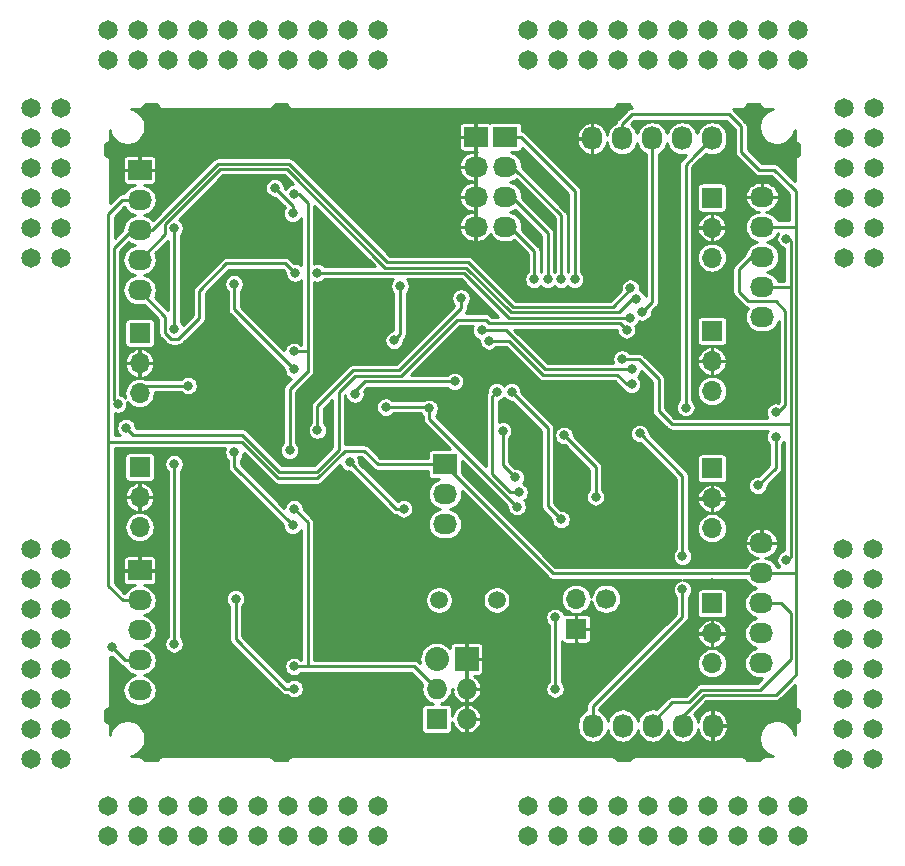
<source format=gbr>
G04 #@! TF.GenerationSoftware,KiCad,Pcbnew,(5.1.2)-2*
G04 #@! TF.CreationDate,2019-08-28T15:06:32+03:00*
G04 #@! TF.ProjectId,AD1938,41443139-3338-42e6-9b69-6361645f7063,rev?*
G04 #@! TF.SameCoordinates,Original*
G04 #@! TF.FileFunction,Copper,L2,Bot*
G04 #@! TF.FilePolarity,Positive*
%FSLAX46Y46*%
G04 Gerber Fmt 4.6, Leading zero omitted, Abs format (unit mm)*
G04 Created by KiCad (PCBNEW (5.1.2)-2) date 2019-08-28 15:06:32*
%MOMM*%
%LPD*%
G04 APERTURE LIST*
%ADD10C,1.651000*%
%ADD11O,1.727200X2.032000*%
%ADD12O,2.032000X1.727200*%
%ADD13C,1.700000*%
%ADD14O,1.700000X1.700000*%
%ADD15R,1.700000X1.700000*%
%ADD16C,1.500000*%
%ADD17R,2.032000X1.727200*%
%ADD18R,1.727200X1.727200*%
%ADD19O,1.727200X1.727200*%
%ADD20R,2.032000X2.032000*%
%ADD21O,2.032000X2.032000*%
%ADD22C,0.800000*%
%ADD23C,0.250000*%
%ADD24C,0.254000*%
G04 APERTURE END LIST*
D10*
X114681000Y-134747000D03*
X117221000Y-134747000D03*
X129921000Y-134747000D03*
X132461000Y-134747000D03*
X114681000Y-132207000D03*
X117221000Y-132207000D03*
X129921000Y-132207000D03*
X132461000Y-132207000D03*
X132461000Y-69088000D03*
X129921000Y-69088000D03*
X117221000Y-69088000D03*
X114681000Y-69088000D03*
X132461000Y-66548000D03*
X129921000Y-66548000D03*
X117221000Y-66548000D03*
X114681000Y-66548000D03*
X156591000Y-128270000D03*
X156591000Y-125730000D03*
X156591000Y-123190000D03*
X156591000Y-120650000D03*
X156591000Y-118110000D03*
X156591000Y-115570000D03*
X156591000Y-113030000D03*
X156591000Y-110490000D03*
X159131000Y-128270000D03*
X159131000Y-125730000D03*
X159131000Y-123190000D03*
X159131000Y-120650000D03*
X159131000Y-118110000D03*
X159131000Y-115570000D03*
X159131000Y-113030000D03*
X159131000Y-110490000D03*
D11*
X135403000Y-125431500D03*
X137943000Y-125431500D03*
X140483000Y-125431500D03*
X143023000Y-125431500D03*
X145563000Y-125431500D03*
X135363000Y-75711000D03*
X137903000Y-75711000D03*
X140443000Y-75711000D03*
X142983000Y-75711000D03*
X145523000Y-75711000D03*
D12*
X149690500Y-109981000D03*
X149690500Y-112521000D03*
X149690500Y-115061000D03*
X149690500Y-117601000D03*
X149690500Y-120141000D03*
X149754000Y-90824000D03*
X149754000Y-88284000D03*
X149754000Y-85744000D03*
X149754000Y-83204000D03*
X149754000Y-80664000D03*
D10*
X159258000Y-73152000D03*
X159258000Y-75692000D03*
X159258000Y-78232000D03*
X159258000Y-80772000D03*
X159258000Y-83312000D03*
X159258000Y-85852000D03*
X156718000Y-85852000D03*
X156718000Y-83312000D03*
X156718000Y-80772000D03*
X156718000Y-78232000D03*
X156718000Y-75692000D03*
X156718000Y-73152000D03*
X87884000Y-73152000D03*
X87884000Y-75692000D03*
X87884000Y-78232000D03*
X87884000Y-80772000D03*
X87884000Y-83312000D03*
X87884000Y-85852000D03*
X90424000Y-85852000D03*
X90424000Y-83312000D03*
X90424000Y-80772000D03*
X90424000Y-78232000D03*
X90424000Y-75692000D03*
X90424000Y-73152000D03*
X87884000Y-110490000D03*
X87884000Y-113030000D03*
X87884000Y-115570000D03*
X87884000Y-118110000D03*
X87884000Y-120650000D03*
X87884000Y-123190000D03*
X87884000Y-125730000D03*
X87884000Y-128270000D03*
X90424000Y-110490000D03*
X90424000Y-113030000D03*
X90424000Y-115570000D03*
X90424000Y-118110000D03*
X90424000Y-120650000D03*
X90424000Y-123190000D03*
X90424000Y-125730000D03*
X90424000Y-128270000D03*
X135001000Y-134747000D03*
X137541000Y-134747000D03*
X140081000Y-134747000D03*
X142621000Y-134747000D03*
X145161000Y-134747000D03*
X147701000Y-134747000D03*
X150241000Y-134747000D03*
X152781000Y-134747000D03*
X135001000Y-132207000D03*
X137541000Y-132207000D03*
X140081000Y-132207000D03*
X142621000Y-132207000D03*
X145161000Y-132207000D03*
X147701000Y-132207000D03*
X150241000Y-132207000D03*
X152781000Y-132207000D03*
X94361000Y-132207000D03*
X96901000Y-132207000D03*
X99441000Y-132207000D03*
X101981000Y-132207000D03*
X104521000Y-132207000D03*
X107061000Y-132207000D03*
X109601000Y-132207000D03*
X112141000Y-132207000D03*
X94361000Y-134747000D03*
X96901000Y-134747000D03*
X99441000Y-134747000D03*
X101981000Y-134747000D03*
X104521000Y-134747000D03*
X107061000Y-134747000D03*
X109601000Y-134747000D03*
X112141000Y-134747000D03*
X152781000Y-69088000D03*
X150241000Y-69088000D03*
X147701000Y-69088000D03*
X145161000Y-69088000D03*
X142621000Y-69088000D03*
X140081000Y-69088000D03*
X137541000Y-69088000D03*
X135001000Y-69088000D03*
X152781000Y-66548000D03*
X150241000Y-66548000D03*
X147701000Y-66548000D03*
X145161000Y-66548000D03*
X142621000Y-66548000D03*
X140081000Y-66548000D03*
X137541000Y-66548000D03*
X135001000Y-66548000D03*
X112141000Y-66548000D03*
X109601000Y-66548000D03*
X107061000Y-66548000D03*
X104521000Y-66548000D03*
X101981000Y-66548000D03*
X99441000Y-66548000D03*
X96901000Y-66548000D03*
X94361000Y-66548000D03*
X112141000Y-69088000D03*
X109601000Y-69088000D03*
X107061000Y-69088000D03*
X104521000Y-69088000D03*
X101981000Y-69088000D03*
X99441000Y-69088000D03*
X96901000Y-69088000D03*
X94361000Y-69088000D03*
D13*
X136546000Y-114700000D03*
D14*
X145513000Y-97110500D03*
X145513000Y-94570500D03*
D15*
X145513000Y-92030500D03*
X145513000Y-103651000D03*
D14*
X145513000Y-106191000D03*
X145513000Y-108731000D03*
D15*
X97049000Y-92199833D03*
D14*
X97049000Y-94739833D03*
X97049000Y-97279833D03*
X97049000Y-108625166D03*
X97049000Y-106085166D03*
D15*
X97049000Y-103545166D03*
X134006000Y-117240000D03*
D14*
X134006000Y-114700000D03*
D15*
X145499500Y-80727500D03*
D14*
X145499500Y-83267500D03*
X145499500Y-85807500D03*
X145513000Y-120161000D03*
X145513000Y-117621000D03*
D15*
X145513000Y-115081000D03*
D16*
X127275000Y-114795000D03*
X122395000Y-114795000D03*
D17*
X97049000Y-78378000D03*
D12*
X97049000Y-80918000D03*
X97049000Y-83458000D03*
X97049000Y-85998000D03*
X97049000Y-88538000D03*
X97049000Y-122447000D03*
X97049000Y-119907000D03*
X97049000Y-117367000D03*
X97049000Y-114827000D03*
D17*
X97049000Y-112287000D03*
D18*
X122195000Y-124860000D03*
D19*
X122195000Y-122320000D03*
X124735000Y-124860000D03*
X124735000Y-122320000D03*
D12*
X125497000Y-83201001D03*
X125497000Y-80661001D03*
X125497000Y-78121001D03*
D17*
X125497000Y-75581001D03*
X128007001Y-75581001D03*
D12*
X128007001Y-78121001D03*
X128007001Y-80661001D03*
X128007001Y-83201001D03*
D20*
X124735000Y-119780000D03*
D21*
X122195000Y-119780000D03*
D17*
X122900000Y-103300000D03*
D12*
X122900000Y-105840000D03*
X122900000Y-108380000D03*
D22*
X104500000Y-82200000D03*
X109500000Y-90700000D03*
X126000000Y-95100000D03*
X130500000Y-101000000D03*
X138600000Y-102000000D03*
X133200000Y-106300000D03*
X130300000Y-106500000D03*
X125600000Y-104800000D03*
X141400000Y-110500000D03*
X139000000Y-104300000D03*
X122800000Y-98600000D03*
X115400000Y-121300000D03*
X109500000Y-118580000D03*
X104460000Y-119800000D03*
X104460000Y-122165000D03*
X125500000Y-100600000D03*
X124300000Y-91900000D03*
X103900000Y-90800000D03*
X104000000Y-93800000D03*
X103900000Y-106100000D03*
X103900000Y-104200000D03*
X106800000Y-106500000D03*
X108900000Y-109000000D03*
X113700000Y-109900000D03*
X109500000Y-110880000D03*
X116900000Y-114100000D03*
X114800000Y-117700000D03*
X118700000Y-111700000D03*
X115300000Y-98500000D03*
X114400000Y-90900000D03*
X121800000Y-85100000D03*
X119500000Y-82800000D03*
X109500000Y-85100000D03*
X113900000Y-94800000D03*
X113900000Y-92800000D03*
X119000000Y-105100000D03*
X114900000Y-100800000D03*
X121800000Y-89400000D03*
X136900000Y-110900000D03*
X109080000Y-73680000D03*
X106900000Y-79500000D03*
X119400000Y-85300000D03*
X114500000Y-88300000D03*
X132800000Y-98600000D03*
X134300000Y-94400000D03*
X124900000Y-97500000D03*
X121500000Y-100600000D03*
X123600000Y-94300000D03*
X137730000Y-82270000D03*
X137730000Y-84170000D03*
X108800000Y-98400000D03*
X109000000Y-95600000D03*
X104100000Y-98200000D03*
X104100000Y-95700000D03*
X104000000Y-89000000D03*
X104500000Y-84200000D03*
X104400000Y-80300000D03*
X113900000Y-79400000D03*
X114100000Y-76800000D03*
X116300000Y-78900000D03*
X117900000Y-78900000D03*
X119600000Y-78900000D03*
X113900000Y-85100000D03*
X95400000Y-82400000D03*
X98400000Y-87200000D03*
X101300000Y-87800000D03*
X99000000Y-74000000D03*
X103000000Y-74000000D03*
X115000000Y-74000000D03*
X123000000Y-74000000D03*
X127000000Y-74000000D03*
X131000000Y-74000000D03*
X135000000Y-74000000D03*
X98000000Y-127500000D03*
X102000000Y-127500000D03*
X106000000Y-127500000D03*
X110000000Y-127500000D03*
X114000000Y-127500000D03*
X118000000Y-127500000D03*
X122000000Y-127500000D03*
X126000000Y-127500000D03*
X130000000Y-127500000D03*
X134000000Y-127500000D03*
X138000000Y-127500000D03*
X142000000Y-127500000D03*
X146000000Y-127500000D03*
X149000000Y-127500000D03*
X152000000Y-124500000D03*
X152000000Y-76500000D03*
X149000000Y-74000000D03*
X130750000Y-81500000D03*
X130750000Y-78750000D03*
X130500000Y-84000000D03*
X151250000Y-87000000D03*
X114750000Y-104250000D03*
X121700000Y-91000000D03*
X103900000Y-110100000D03*
X103900000Y-114700000D03*
X101100000Y-114700000D03*
X116790000Y-118240000D03*
X109500000Y-115850000D03*
X109500000Y-113500000D03*
X109140000Y-105470000D03*
X115410000Y-108940000D03*
X114590000Y-114080000D03*
X109470000Y-89210000D03*
X104460000Y-124530000D03*
X128080000Y-112510000D03*
X121420000Y-112390000D03*
X124720000Y-110940000D03*
X145520000Y-90010000D03*
X145520000Y-78900000D03*
X145520000Y-101930000D03*
X145520000Y-113330000D03*
X131720000Y-88930000D03*
X141870000Y-89900000D03*
X136050000Y-88510000D03*
X136040000Y-87110000D03*
X142010000Y-87530000D03*
X126030000Y-94000000D03*
X109570000Y-75740000D03*
X99550000Y-122330000D03*
X124780000Y-114110000D03*
X101151000Y-96649000D03*
X110130000Y-80410000D03*
X110130000Y-120415000D03*
X110130000Y-107080000D03*
X110130000Y-93745000D03*
X109749000Y-102127000D03*
X135657000Y-106064000D03*
X132990000Y-100857000D03*
X121560000Y-98571000D03*
X117902500Y-98469500D03*
X132228000Y-122320000D03*
X132228000Y-116272000D03*
X128999295Y-106900705D03*
X119100000Y-88200000D03*
X118600000Y-92800000D03*
X119401000Y-107080000D03*
X114829000Y-103143000D03*
X99970000Y-83300000D03*
X99970000Y-91840000D03*
X99970000Y-103270000D03*
X99970000Y-118510000D03*
X124263000Y-89237000D03*
X112100000Y-100400000D03*
X123719000Y-96285000D03*
X115273500Y-97364500D03*
X128545000Y-97174000D03*
X132736000Y-107969000D03*
X138600000Y-90900000D03*
X112100000Y-87100000D03*
X110200000Y-87100000D03*
X137900000Y-94400000D03*
X151800000Y-111400000D03*
X151800000Y-84200000D03*
X139600000Y-90400000D03*
X149400000Y-105100000D03*
X150900000Y-101000000D03*
X150900000Y-98900000D03*
X138276000Y-91924000D03*
X95900000Y-100200000D03*
X143300000Y-98500000D03*
X139400000Y-100700000D03*
X143000000Y-111100000D03*
X143000000Y-113900000D03*
X110003000Y-82061000D03*
X108500000Y-79900000D03*
X110130000Y-95269000D03*
X105050000Y-88030000D03*
X110003000Y-108477000D03*
X105050000Y-102300000D03*
X110130000Y-122300000D03*
X105177000Y-114700000D03*
X138705000Y-96539000D03*
X126640000Y-92856000D03*
X138705000Y-95269000D03*
X126005000Y-91967000D03*
X129180000Y-105683000D03*
X127275000Y-97174000D03*
X127783000Y-100476000D03*
X128860000Y-104420000D03*
X138600000Y-88400000D03*
X95200000Y-98200000D03*
X139100000Y-89300000D03*
X94700000Y-118800000D03*
X133879000Y-87649000D03*
X132736000Y-87649000D03*
X131593000Y-87649000D03*
X130450000Y-87649000D03*
D23*
X97679833Y-96649000D02*
X97049000Y-97279833D01*
X101151000Y-96649000D02*
X97679833Y-96649000D01*
X110130000Y-80410000D02*
X110511000Y-80410000D01*
X110511000Y-80410000D02*
X111273000Y-81172000D01*
X120290000Y-120415000D02*
X122195000Y-122320000D01*
X111273000Y-120415000D02*
X120290000Y-120415000D01*
X111273000Y-120415000D02*
X110130000Y-120415000D01*
X111273000Y-93745000D02*
X110130000Y-93745000D01*
X111273000Y-81172000D02*
X111273000Y-93745000D01*
X110130000Y-107080000D02*
X111273000Y-108223000D01*
X111273000Y-108223000D02*
X111273000Y-120415000D01*
X111273000Y-95473000D02*
X111227000Y-95473000D01*
X111273000Y-93745000D02*
X111273000Y-95473000D01*
X109749000Y-96951000D02*
X109749000Y-102127000D01*
X111227000Y-95473000D02*
X109749000Y-96951000D01*
X135657000Y-106064000D02*
X135657000Y-103524000D01*
X135657000Y-103524000D02*
X132990000Y-100857000D01*
X121560000Y-98571000D02*
X121433000Y-98444000D01*
X117928000Y-98444000D02*
X117902500Y-98469500D01*
X121433000Y-98444000D02*
X117928000Y-98444000D01*
X121560000Y-98571000D02*
X121560000Y-99461410D01*
X132228000Y-116272000D02*
X132228000Y-122320000D01*
X121560000Y-99461410D02*
X128999295Y-106900705D01*
X119100000Y-92300000D02*
X119100000Y-88200000D01*
X118600000Y-92800000D02*
X119100000Y-92300000D01*
X119401000Y-107080000D02*
X118766000Y-107080000D01*
X118766000Y-107080000D02*
X114829000Y-103143000D01*
X99970000Y-103270000D02*
X99970000Y-118510000D01*
X99970000Y-118510000D02*
X100224000Y-118510000D01*
X124263000Y-90100590D02*
X124263000Y-89237000D01*
X112100000Y-98363590D02*
X115131795Y-95331795D01*
X112100000Y-100400000D02*
X112100000Y-98363590D01*
X115131795Y-95331795D02*
X115881805Y-95331795D01*
X115881805Y-95331795D02*
X115900000Y-95349990D01*
X115900000Y-95349990D02*
X119013600Y-95349990D01*
X119013600Y-95349990D02*
X124263000Y-90100590D01*
X99970000Y-83300000D02*
X99970000Y-91840000D01*
X123719000Y-96285000D02*
X116099000Y-96285000D01*
X115273500Y-97110500D02*
X115273500Y-97364500D01*
X116099000Y-96285000D02*
X115273500Y-97110500D01*
X128545000Y-97174000D02*
X131593000Y-100222000D01*
X131593000Y-100222000D02*
X131593000Y-106826000D01*
X131593000Y-106826000D02*
X132736000Y-107969000D01*
X110200000Y-87100000D02*
X109400000Y-86300000D01*
X124500000Y-87100000D02*
X112100000Y-87100000D01*
X128300000Y-90900000D02*
X124500000Y-87100000D01*
X138600000Y-90900000D02*
X128300000Y-90900000D01*
X97049000Y-88538000D02*
X97049000Y-88649000D01*
X97049000Y-88649000D02*
X99200000Y-90800000D01*
X99200000Y-90800000D02*
X99200000Y-92200000D01*
X99200000Y-92200000D02*
X99700000Y-92700000D01*
X99700000Y-92700000D02*
X100300000Y-92700000D01*
X100300000Y-92700000D02*
X102100000Y-90900000D01*
X102100000Y-88600000D02*
X104400000Y-86300000D01*
X102100000Y-90900000D02*
X102100000Y-88600000D01*
X109400000Y-86300000D02*
X104400000Y-86300000D01*
X152162980Y-99900000D02*
X152162980Y-88300000D01*
X149770000Y-88300000D02*
X149754000Y-88284000D01*
X152162980Y-88300000D02*
X149770000Y-88300000D01*
X152162980Y-99900000D02*
X152162980Y-111137020D01*
X152162980Y-111137020D02*
X151900000Y-111400000D01*
X151900000Y-111400000D02*
X151800000Y-111400000D01*
X152162980Y-88300000D02*
X152162980Y-84362980D01*
X152162980Y-84362980D02*
X152000000Y-84200000D01*
X152000000Y-84200000D02*
X151800000Y-84200000D01*
X137900000Y-94400000D02*
X139300000Y-94400000D01*
X139300000Y-94400000D02*
X141000000Y-96100000D01*
X141000000Y-98800000D02*
X142100000Y-99900000D01*
X141000000Y-96100000D02*
X141000000Y-98800000D01*
X142100000Y-99900000D02*
X152162980Y-99900000D01*
X140483000Y-125431500D02*
X140483000Y-125117000D01*
X140483000Y-125117000D02*
X142153705Y-123446295D01*
X142153705Y-123446295D02*
X143546295Y-123446295D01*
X143546295Y-123446295D02*
X144614600Y-122377990D01*
X144614600Y-122377990D02*
X149584990Y-122377990D01*
X149584990Y-122377990D02*
X152162980Y-119800000D01*
X152162980Y-119800000D02*
X152162980Y-115862980D01*
X151361000Y-115061000D02*
X149690500Y-115061000D01*
X152162980Y-115862980D02*
X151361000Y-115061000D01*
X149400000Y-105100000D02*
X150900000Y-103600000D01*
X150900000Y-103600000D02*
X150900000Y-101000000D01*
X150900000Y-98900000D02*
X151112970Y-98900000D01*
X151112970Y-98900000D02*
X151712970Y-98300000D01*
X151712970Y-98300000D02*
X151712970Y-90312970D01*
X151712970Y-90312970D02*
X150900000Y-89500000D01*
X150900000Y-89500000D02*
X148600000Y-89500000D01*
X148600000Y-89500000D02*
X147800000Y-88700000D01*
X139949990Y-90050010D02*
X139600000Y-90400000D01*
X140443000Y-89557000D02*
X139600000Y-90400000D01*
X140443000Y-75711000D02*
X140443000Y-89557000D01*
X148856000Y-85744000D02*
X147800000Y-86800000D01*
X149754000Y-85744000D02*
X148856000Y-85744000D01*
X147800000Y-88700000D02*
X147800000Y-86800000D01*
X143023000Y-125431500D02*
X143023000Y-124606000D01*
X143023000Y-124606000D02*
X144801000Y-122828000D01*
X144801000Y-122828000D02*
X150897000Y-122828000D01*
X150897000Y-122828000D02*
X152167000Y-121558000D01*
X152167000Y-79775000D02*
X150770000Y-78378000D01*
X150770000Y-78378000D02*
X149500000Y-78378000D01*
X149500000Y-78378000D02*
X147976000Y-76854000D01*
X147976000Y-76854000D02*
X147976000Y-74695000D01*
X147976000Y-74695000D02*
X146960000Y-73679000D01*
X146960000Y-73679000D02*
X138705000Y-73679000D01*
X137903000Y-74481000D02*
X137903000Y-75711000D01*
X138705000Y-73679000D02*
X137903000Y-74481000D01*
X143023000Y-125431500D02*
X143023000Y-125177000D01*
X152167000Y-121558000D02*
X152167000Y-121545990D01*
X152167000Y-121545990D02*
X152612990Y-121100000D01*
X152592000Y-80200000D02*
X152167000Y-79775000D01*
X152612990Y-80200000D02*
X152592000Y-80200000D01*
X152504000Y-83204000D02*
X152612990Y-83312990D01*
X149754000Y-83204000D02*
X152504000Y-83204000D01*
X152612990Y-83312990D02*
X152612990Y-80200000D01*
X152579000Y-112521000D02*
X152612990Y-112487010D01*
X149690500Y-112521000D02*
X152579000Y-112521000D01*
X152612990Y-121100000D02*
X152612990Y-112487010D01*
X152612990Y-112487010D02*
X152612990Y-83312990D01*
X97049000Y-80918000D02*
X95595010Y-80918000D01*
X95595010Y-80918000D02*
X94413010Y-82100000D01*
X95627000Y-114827000D02*
X97049000Y-114827000D01*
X94413010Y-113613010D02*
X95627000Y-114827000D01*
X94413010Y-82100000D02*
X94413010Y-101386990D01*
X94413010Y-101386990D02*
X94413010Y-113613010D01*
X122900000Y-103300000D02*
X122900000Y-103400000D01*
X132021000Y-112521000D02*
X149690500Y-112521000D01*
X122900000Y-103400000D02*
X132021000Y-112521000D01*
X117200000Y-103300000D02*
X122900000Y-103300000D01*
X94413010Y-101386990D02*
X105686990Y-101386990D01*
X105686990Y-101386990D02*
X108800000Y-104500000D01*
X112100000Y-104500000D02*
X114450000Y-102150000D01*
X114450000Y-102150000D02*
X116050000Y-102150000D01*
X108800000Y-104500000D02*
X112100000Y-104500000D01*
X116050000Y-102150000D02*
X117200000Y-103300000D01*
X96500000Y-100800000D02*
X95900000Y-100200000D01*
X105736410Y-100800000D02*
X96500000Y-100800000D01*
X113900000Y-97200000D02*
X113900000Y-102063590D01*
X115300000Y-95800000D02*
X113900000Y-97200000D01*
X138276000Y-91924000D02*
X137702010Y-91350010D01*
X137702010Y-91350010D02*
X126650010Y-91350010D01*
X126650010Y-91350010D02*
X126350000Y-91050000D01*
X126350000Y-91050000D02*
X123950000Y-91050000D01*
X123950000Y-91050000D02*
X119200000Y-95800000D01*
X119200000Y-95800000D02*
X115300000Y-95800000D01*
X108868205Y-103931795D02*
X112031795Y-103931795D01*
X113900000Y-102063590D02*
X112031795Y-103931795D01*
X108868205Y-103931795D02*
X105736410Y-100800000D01*
X143300000Y-77934000D02*
X144117000Y-77117000D01*
X143700000Y-77534000D02*
X144117000Y-77117000D01*
X144117000Y-77117000D02*
X145523000Y-75711000D01*
X143300000Y-98500000D02*
X143300000Y-77934000D01*
X143000000Y-111100000D02*
X143000000Y-104300000D01*
X139400000Y-100700000D02*
X143000000Y-104300000D01*
X135403000Y-123797000D02*
X135403000Y-125431500D01*
X143000000Y-116200000D02*
X135403000Y-123797000D01*
X143000000Y-113900000D02*
X143000000Y-116200000D01*
X110003000Y-81403000D02*
X108500000Y-79900000D01*
X110003000Y-82061000D02*
X110003000Y-81403000D01*
X110130000Y-95269000D02*
X105050000Y-90189000D01*
X105050000Y-90189000D02*
X105050000Y-88030000D01*
X110003000Y-108477000D02*
X105050000Y-103524000D01*
X105050000Y-102300000D02*
X105050000Y-103350000D01*
X105050000Y-103524000D02*
X105050000Y-103350000D01*
X110130000Y-122300000D02*
X109400000Y-122300000D01*
X105177000Y-118077000D02*
X105177000Y-117123000D01*
X109400000Y-122300000D02*
X105177000Y-118077000D01*
X105177000Y-114700000D02*
X105177000Y-117123000D01*
X128319590Y-92856000D02*
X126640000Y-92856000D01*
X131182600Y-95719010D02*
X128319590Y-92856000D01*
X137500000Y-95719010D02*
X131182600Y-95719010D01*
X138705000Y-96539000D02*
X138319990Y-96539000D01*
X138319990Y-96539000D02*
X137500000Y-95719010D01*
X138705000Y-95269000D02*
X131369000Y-95269000D01*
X128067000Y-91967000D02*
X126005000Y-91967000D01*
X131369000Y-95269000D02*
X128067000Y-91967000D01*
X126894000Y-97555000D02*
X127275000Y-97174000D01*
X126894000Y-104159000D02*
X128418000Y-105683000D01*
X129180000Y-105683000D02*
X128418000Y-105683000D01*
X126894000Y-104159000D02*
X126894000Y-97555000D01*
X127783000Y-103343000D02*
X128860000Y-104420000D01*
X127783000Y-100476000D02*
X127783000Y-103343000D01*
X97049000Y-83458000D02*
X96405020Y-83458000D01*
X96405020Y-83458000D02*
X94863020Y-85000000D01*
X94863020Y-85000000D02*
X94863020Y-97863020D01*
X94863020Y-97863020D02*
X95200000Y-98200000D01*
X138600000Y-88499980D02*
X138600000Y-88400000D01*
X137100000Y-89999980D02*
X138600000Y-88499980D01*
X128672800Y-89999980D02*
X137100000Y-89999980D01*
X98105590Y-83458000D02*
X103713600Y-77849990D01*
X97049000Y-83458000D02*
X98105590Y-83458000D01*
X103713600Y-77849990D02*
X109686400Y-77849990D01*
X109686400Y-77849990D02*
X118036390Y-86199980D01*
X118036390Y-86199980D02*
X124872800Y-86199980D01*
X124872800Y-86199980D02*
X128672800Y-89999980D01*
X95807000Y-119907000D02*
X97049000Y-119907000D01*
X94700000Y-118800000D02*
X95807000Y-119907000D01*
X99200000Y-83847000D02*
X97049000Y-85998000D01*
X99200000Y-83000000D02*
X99200000Y-83847000D01*
X103900000Y-78300000D02*
X99200000Y-83000000D01*
X109500000Y-78300000D02*
X103900000Y-78300000D01*
X139100000Y-89300000D02*
X138749990Y-89300000D01*
X138749990Y-89300000D02*
X137600000Y-90449990D01*
X137600000Y-90449990D02*
X128486400Y-90449990D01*
X128486400Y-90449990D02*
X124686400Y-86649990D01*
X124686400Y-86649990D02*
X117849990Y-86649990D01*
X117849990Y-86649990D02*
X109500000Y-78300000D01*
X128007001Y-75581001D02*
X129304001Y-75581001D01*
X129304001Y-75581001D02*
X133879000Y-80156000D01*
X133879000Y-80156000D02*
X133879000Y-87649000D01*
X128621001Y-78121001D02*
X132736000Y-82236000D01*
X128007001Y-78121001D02*
X128621001Y-78121001D01*
X132736000Y-82236000D02*
X132736000Y-87649000D01*
X128007001Y-80661001D02*
X128542001Y-80661001D01*
X128542001Y-80661001D02*
X131593000Y-83712000D01*
X131593000Y-83712000D02*
X131593000Y-87649000D01*
X128007001Y-83201001D02*
X128401001Y-83201001D01*
X130450000Y-85250000D02*
X130450000Y-87649000D01*
X128401001Y-83201001D02*
X130450000Y-85250000D01*
D24*
G36*
X104254782Y-102058773D02*
G01*
X104223000Y-102218548D01*
X104223000Y-102381452D01*
X104254782Y-102541227D01*
X104317123Y-102691731D01*
X104407628Y-102827181D01*
X104498001Y-102917554D01*
X104498001Y-103322881D01*
X104498000Y-103322891D01*
X104498000Y-103496891D01*
X104495330Y-103524000D01*
X104498000Y-103551106D01*
X104498000Y-103551108D01*
X104505988Y-103632210D01*
X104537552Y-103736262D01*
X104588809Y-103832158D01*
X104657789Y-103916211D01*
X104678857Y-103933501D01*
X109176000Y-108430646D01*
X109176000Y-108558452D01*
X109207782Y-108718227D01*
X109270123Y-108868731D01*
X109360628Y-109004181D01*
X109475819Y-109119372D01*
X109611269Y-109209877D01*
X109761773Y-109272218D01*
X109921548Y-109304000D01*
X110084452Y-109304000D01*
X110244227Y-109272218D01*
X110394731Y-109209877D01*
X110530181Y-109119372D01*
X110645372Y-109004181D01*
X110721000Y-108890996D01*
X110721001Y-119836448D01*
X110657181Y-119772628D01*
X110521731Y-119682123D01*
X110371227Y-119619782D01*
X110211452Y-119588000D01*
X110048548Y-119588000D01*
X109888773Y-119619782D01*
X109738269Y-119682123D01*
X109602819Y-119772628D01*
X109487628Y-119887819D01*
X109397123Y-120023269D01*
X109334782Y-120173773D01*
X109303000Y-120333548D01*
X109303000Y-120496452D01*
X109334782Y-120656227D01*
X109397123Y-120806731D01*
X109487628Y-120942181D01*
X109602819Y-121057372D01*
X109738269Y-121147877D01*
X109888773Y-121210218D01*
X110048548Y-121242000D01*
X110211452Y-121242000D01*
X110371227Y-121210218D01*
X110521731Y-121147877D01*
X110657181Y-121057372D01*
X110747553Y-120967000D01*
X111245892Y-120967000D01*
X111273000Y-120969670D01*
X111300109Y-120967000D01*
X120061356Y-120967000D01*
X120978532Y-121884177D01*
X120923074Y-122066998D01*
X120898156Y-122320000D01*
X120923074Y-122573002D01*
X120996872Y-122816281D01*
X121116714Y-123040488D01*
X121277993Y-123237007D01*
X121474512Y-123398286D01*
X121698719Y-123518128D01*
X121860929Y-123567334D01*
X121331400Y-123567334D01*
X121247693Y-123575578D01*
X121167204Y-123599995D01*
X121093024Y-123639645D01*
X121028005Y-123693005D01*
X120974645Y-123758024D01*
X120934995Y-123832204D01*
X120910578Y-123912693D01*
X120902334Y-123996400D01*
X120902334Y-125723600D01*
X120910578Y-125807307D01*
X120934995Y-125887796D01*
X120974645Y-125961976D01*
X121028005Y-126026995D01*
X121093024Y-126080355D01*
X121167204Y-126120005D01*
X121247693Y-126144422D01*
X121331400Y-126152666D01*
X123058600Y-126152666D01*
X123142307Y-126144422D01*
X123222796Y-126120005D01*
X123296976Y-126080355D01*
X123361995Y-126026995D01*
X123415355Y-125961976D01*
X123455005Y-125887796D01*
X123479422Y-125807307D01*
X123487666Y-125723600D01*
X123487666Y-125095075D01*
X123551089Y-125321283D01*
X123663829Y-125543389D01*
X123817734Y-125739233D01*
X124006889Y-125901289D01*
X124224025Y-126023328D01*
X124460797Y-126100661D01*
X124513550Y-126111153D01*
X124712000Y-126028624D01*
X124712000Y-124883000D01*
X124758000Y-124883000D01*
X124758000Y-126028624D01*
X124956450Y-126111153D01*
X125009203Y-126100661D01*
X125245975Y-126023328D01*
X125463111Y-125901289D01*
X125652266Y-125739233D01*
X125806171Y-125543389D01*
X125918911Y-125321283D01*
X125986154Y-125081450D01*
X125903643Y-124883000D01*
X124758000Y-124883000D01*
X124712000Y-124883000D01*
X124692000Y-124883000D01*
X124692000Y-124837000D01*
X124712000Y-124837000D01*
X124712000Y-123691376D01*
X124758000Y-123691376D01*
X124758000Y-124837000D01*
X125903643Y-124837000D01*
X125986154Y-124638550D01*
X125918911Y-124398717D01*
X125806171Y-124176611D01*
X125652266Y-123980767D01*
X125463111Y-123818711D01*
X125245975Y-123696672D01*
X125009203Y-123619339D01*
X124956450Y-123608847D01*
X124758000Y-123691376D01*
X124712000Y-123691376D01*
X124513550Y-123608847D01*
X124460797Y-123619339D01*
X124224025Y-123696672D01*
X124006889Y-123818711D01*
X123817734Y-123980767D01*
X123663829Y-124176611D01*
X123551089Y-124398717D01*
X123487666Y-124624925D01*
X123487666Y-123996400D01*
X123479422Y-123912693D01*
X123455005Y-123832204D01*
X123415355Y-123758024D01*
X123361995Y-123693005D01*
X123296976Y-123639645D01*
X123222796Y-123599995D01*
X123142307Y-123575578D01*
X123058600Y-123567334D01*
X122529071Y-123567334D01*
X122691281Y-123518128D01*
X122915488Y-123398286D01*
X123112007Y-123237007D01*
X123273286Y-123040488D01*
X123393128Y-122816281D01*
X123466926Y-122573002D01*
X123489579Y-122343002D01*
X123566356Y-122343002D01*
X123483846Y-122541450D01*
X123551089Y-122781283D01*
X123663829Y-123003389D01*
X123817734Y-123199233D01*
X124006889Y-123361289D01*
X124224025Y-123483328D01*
X124460797Y-123560661D01*
X124513550Y-123571153D01*
X124712000Y-123488624D01*
X124712000Y-122343000D01*
X124758000Y-122343000D01*
X124758000Y-123488624D01*
X124956450Y-123571153D01*
X125009203Y-123560661D01*
X125245975Y-123483328D01*
X125463111Y-123361289D01*
X125652266Y-123199233D01*
X125806171Y-123003389D01*
X125918911Y-122781283D01*
X125986154Y-122541450D01*
X125903643Y-122343000D01*
X124758000Y-122343000D01*
X124712000Y-122343000D01*
X124692000Y-122343000D01*
X124692000Y-122297000D01*
X124712000Y-122297000D01*
X124712000Y-121151376D01*
X124676597Y-121136653D01*
X124712000Y-121101250D01*
X124712000Y-119803000D01*
X124758000Y-119803000D01*
X124758000Y-121101250D01*
X124793403Y-121136653D01*
X124758000Y-121151376D01*
X124758000Y-122297000D01*
X125903643Y-122297000D01*
X125986154Y-122098550D01*
X125918911Y-121858717D01*
X125806171Y-121636611D01*
X125652266Y-121440767D01*
X125463111Y-121278711D01*
X125330253Y-121204039D01*
X125751000Y-121204969D01*
X125830786Y-121197111D01*
X125907506Y-121173838D01*
X125978211Y-121136045D01*
X126040185Y-121085185D01*
X126091045Y-121023211D01*
X126128838Y-120952506D01*
X126152111Y-120875786D01*
X126159969Y-120796000D01*
X126158000Y-119904750D01*
X126056250Y-119803000D01*
X124758000Y-119803000D01*
X124712000Y-119803000D01*
X124692000Y-119803000D01*
X124692000Y-119757000D01*
X124712000Y-119757000D01*
X124712000Y-118458750D01*
X124758000Y-118458750D01*
X124758000Y-119757000D01*
X126056250Y-119757000D01*
X126158000Y-119655250D01*
X126159969Y-118764000D01*
X126152111Y-118684214D01*
X126128838Y-118607494D01*
X126091045Y-118536789D01*
X126040185Y-118474815D01*
X125978211Y-118423955D01*
X125907506Y-118386162D01*
X125830786Y-118362889D01*
X125751000Y-118355031D01*
X124859750Y-118357000D01*
X124758000Y-118458750D01*
X124712000Y-118458750D01*
X124610250Y-118357000D01*
X123719000Y-118355031D01*
X123639214Y-118362889D01*
X123562494Y-118386162D01*
X123491789Y-118423955D01*
X123429815Y-118474815D01*
X123378955Y-118536789D01*
X123341162Y-118607494D01*
X123317889Y-118684214D01*
X123310031Y-118764000D01*
X123310253Y-118864325D01*
X123220292Y-118754708D01*
X123000567Y-118574384D01*
X122749884Y-118440391D01*
X122477877Y-118357879D01*
X122265889Y-118337000D01*
X122124111Y-118337000D01*
X121912123Y-118357879D01*
X121640116Y-118440391D01*
X121389433Y-118574384D01*
X121169708Y-118754708D01*
X120989384Y-118974433D01*
X120855391Y-119225116D01*
X120772879Y-119497123D01*
X120745018Y-119780000D01*
X120772879Y-120062877D01*
X120796548Y-120140904D01*
X120699500Y-120043856D01*
X120682211Y-120022789D01*
X120598158Y-119953809D01*
X120502263Y-119902552D01*
X120398211Y-119870988D01*
X120317109Y-119863000D01*
X120317106Y-119863000D01*
X120290000Y-119860330D01*
X120262894Y-119863000D01*
X111825000Y-119863000D01*
X111825000Y-116190548D01*
X131401000Y-116190548D01*
X131401000Y-116353452D01*
X131432782Y-116513227D01*
X131495123Y-116663731D01*
X131585628Y-116799181D01*
X131676000Y-116889553D01*
X131676001Y-121702446D01*
X131585628Y-121792819D01*
X131495123Y-121928269D01*
X131432782Y-122078773D01*
X131401000Y-122238548D01*
X131401000Y-122401452D01*
X131432782Y-122561227D01*
X131495123Y-122711731D01*
X131585628Y-122847181D01*
X131700819Y-122962372D01*
X131836269Y-123052877D01*
X131986773Y-123115218D01*
X132146548Y-123147000D01*
X132309452Y-123147000D01*
X132469227Y-123115218D01*
X132619731Y-123052877D01*
X132755181Y-122962372D01*
X132870372Y-122847181D01*
X132960877Y-122711731D01*
X133023218Y-122561227D01*
X133055000Y-122401452D01*
X133055000Y-122238548D01*
X133023218Y-122078773D01*
X132960877Y-121928269D01*
X132870372Y-121792819D01*
X132780000Y-121702447D01*
X132780000Y-118249945D01*
X132815955Y-118317211D01*
X132866815Y-118379185D01*
X132928789Y-118430045D01*
X132999494Y-118467838D01*
X133076214Y-118491111D01*
X133156000Y-118498969D01*
X133881250Y-118497000D01*
X133983000Y-118395250D01*
X133983000Y-117263000D01*
X134029000Y-117263000D01*
X134029000Y-118395250D01*
X134130750Y-118497000D01*
X134856000Y-118498969D01*
X134935786Y-118491111D01*
X135012506Y-118467838D01*
X135083211Y-118430045D01*
X135145185Y-118379185D01*
X135196045Y-118317211D01*
X135233838Y-118246506D01*
X135257111Y-118169786D01*
X135264969Y-118090000D01*
X135263000Y-117364750D01*
X135161250Y-117263000D01*
X134029000Y-117263000D01*
X133983000Y-117263000D01*
X133963000Y-117263000D01*
X133963000Y-117217000D01*
X133983000Y-117217000D01*
X133983000Y-116084750D01*
X134029000Y-116084750D01*
X134029000Y-117217000D01*
X135161250Y-117217000D01*
X135263000Y-117115250D01*
X135264969Y-116390000D01*
X135257111Y-116310214D01*
X135233838Y-116233494D01*
X135196045Y-116162789D01*
X135145185Y-116100815D01*
X135083211Y-116049955D01*
X135012506Y-116012162D01*
X134935786Y-115988889D01*
X134856000Y-115981031D01*
X134130750Y-115983000D01*
X134029000Y-116084750D01*
X133983000Y-116084750D01*
X133881250Y-115983000D01*
X133156000Y-115981031D01*
X133076214Y-115988889D01*
X133013721Y-116007846D01*
X132960877Y-115880269D01*
X132870372Y-115744819D01*
X132755181Y-115629628D01*
X132619731Y-115539123D01*
X132469227Y-115476782D01*
X132309452Y-115445000D01*
X132146548Y-115445000D01*
X131986773Y-115476782D01*
X131836269Y-115539123D01*
X131700819Y-115629628D01*
X131585628Y-115744819D01*
X131495123Y-115880269D01*
X131432782Y-116030773D01*
X131401000Y-116190548D01*
X111825000Y-116190548D01*
X111825000Y-114679076D01*
X121218000Y-114679076D01*
X121218000Y-114910924D01*
X121263231Y-115138318D01*
X121351956Y-115352519D01*
X121480764Y-115545294D01*
X121644706Y-115709236D01*
X121837481Y-115838044D01*
X122051682Y-115926769D01*
X122279076Y-115972000D01*
X122510924Y-115972000D01*
X122738318Y-115926769D01*
X122952519Y-115838044D01*
X123145294Y-115709236D01*
X123309236Y-115545294D01*
X123438044Y-115352519D01*
X123526769Y-115138318D01*
X123572000Y-114910924D01*
X123572000Y-114679076D01*
X126098000Y-114679076D01*
X126098000Y-114910924D01*
X126143231Y-115138318D01*
X126231956Y-115352519D01*
X126360764Y-115545294D01*
X126524706Y-115709236D01*
X126717481Y-115838044D01*
X126931682Y-115926769D01*
X127159076Y-115972000D01*
X127390924Y-115972000D01*
X127618318Y-115926769D01*
X127832519Y-115838044D01*
X128025294Y-115709236D01*
X128189236Y-115545294D01*
X128318044Y-115352519D01*
X128406769Y-115138318D01*
X128452000Y-114910924D01*
X128452000Y-114700000D01*
X132722822Y-114700000D01*
X132747478Y-114950336D01*
X132820498Y-115191051D01*
X132939076Y-115412896D01*
X133098656Y-115607344D01*
X133293104Y-115766924D01*
X133514949Y-115885502D01*
X133755664Y-115958522D01*
X133943274Y-115977000D01*
X134068726Y-115977000D01*
X134256336Y-115958522D01*
X134497051Y-115885502D01*
X134718896Y-115766924D01*
X134913344Y-115607344D01*
X135072924Y-115412896D01*
X135191502Y-115191051D01*
X135264522Y-114950336D01*
X135274210Y-114851968D01*
X135318074Y-115072487D01*
X135414337Y-115304886D01*
X135554089Y-115514040D01*
X135731960Y-115691911D01*
X135941114Y-115831663D01*
X136173513Y-115927926D01*
X136420226Y-115977000D01*
X136671774Y-115977000D01*
X136918487Y-115927926D01*
X137150886Y-115831663D01*
X137360040Y-115691911D01*
X137537911Y-115514040D01*
X137677663Y-115304886D01*
X137773926Y-115072487D01*
X137823000Y-114825774D01*
X137823000Y-114574226D01*
X137773926Y-114327513D01*
X137677663Y-114095114D01*
X137537911Y-113885960D01*
X137360040Y-113708089D01*
X137150886Y-113568337D01*
X136918487Y-113472074D01*
X136671774Y-113423000D01*
X136420226Y-113423000D01*
X136173513Y-113472074D01*
X135941114Y-113568337D01*
X135731960Y-113708089D01*
X135554089Y-113885960D01*
X135414337Y-114095114D01*
X135318074Y-114327513D01*
X135274210Y-114548032D01*
X135264522Y-114449664D01*
X135191502Y-114208949D01*
X135072924Y-113987104D01*
X134913344Y-113792656D01*
X134718896Y-113633076D01*
X134497051Y-113514498D01*
X134256336Y-113441478D01*
X134068726Y-113423000D01*
X133943274Y-113423000D01*
X133755664Y-113441478D01*
X133514949Y-113514498D01*
X133293104Y-113633076D01*
X133098656Y-113792656D01*
X132939076Y-113987104D01*
X132820498Y-114208949D01*
X132747478Y-114449664D01*
X132722822Y-114700000D01*
X128452000Y-114700000D01*
X128452000Y-114679076D01*
X128406769Y-114451682D01*
X128318044Y-114237481D01*
X128189236Y-114044706D01*
X128025294Y-113880764D01*
X127832519Y-113751956D01*
X127618318Y-113663231D01*
X127390924Y-113618000D01*
X127159076Y-113618000D01*
X126931682Y-113663231D01*
X126717481Y-113751956D01*
X126524706Y-113880764D01*
X126360764Y-114044706D01*
X126231956Y-114237481D01*
X126143231Y-114451682D01*
X126098000Y-114679076D01*
X123572000Y-114679076D01*
X123526769Y-114451682D01*
X123438044Y-114237481D01*
X123309236Y-114044706D01*
X123145294Y-113880764D01*
X122952519Y-113751956D01*
X122738318Y-113663231D01*
X122510924Y-113618000D01*
X122279076Y-113618000D01*
X122051682Y-113663231D01*
X121837481Y-113751956D01*
X121644706Y-113880764D01*
X121480764Y-114044706D01*
X121351956Y-114237481D01*
X121263231Y-114451682D01*
X121218000Y-114679076D01*
X111825000Y-114679076D01*
X111825000Y-108250105D01*
X111827670Y-108222999D01*
X111823262Y-108178245D01*
X111817012Y-108114789D01*
X111785448Y-108010737D01*
X111734191Y-107914842D01*
X111665211Y-107830789D01*
X111644154Y-107813508D01*
X110957000Y-107126355D01*
X110957000Y-106998548D01*
X110925218Y-106838773D01*
X110862877Y-106688269D01*
X110772372Y-106552819D01*
X110657181Y-106437628D01*
X110521731Y-106347123D01*
X110371227Y-106284782D01*
X110211452Y-106253000D01*
X110048548Y-106253000D01*
X109888773Y-106284782D01*
X109738269Y-106347123D01*
X109602819Y-106437628D01*
X109487628Y-106552819D01*
X109397123Y-106688269D01*
X109334782Y-106838773D01*
X109303364Y-106996718D01*
X105602000Y-103295356D01*
X105602000Y-102917553D01*
X105692372Y-102827181D01*
X105782877Y-102691731D01*
X105845218Y-102541227D01*
X105877000Y-102381452D01*
X105877000Y-102357644D01*
X108390504Y-104871149D01*
X108407789Y-104892211D01*
X108491842Y-104961191D01*
X108587737Y-105012448D01*
X108691789Y-105044012D01*
X108772891Y-105052000D01*
X108772894Y-105052000D01*
X108800000Y-105054670D01*
X108827106Y-105052000D01*
X112072894Y-105052000D01*
X112100000Y-105054670D01*
X112127106Y-105052000D01*
X112127109Y-105052000D01*
X112208211Y-105044012D01*
X112312263Y-105012448D01*
X112408158Y-104961191D01*
X112492211Y-104892211D01*
X112509501Y-104871143D01*
X114027583Y-103353062D01*
X114033782Y-103384227D01*
X114096123Y-103534731D01*
X114186628Y-103670181D01*
X114301819Y-103785372D01*
X114437269Y-103875877D01*
X114587773Y-103938218D01*
X114747548Y-103970000D01*
X114875356Y-103970000D01*
X118356507Y-107451153D01*
X118373789Y-107472211D01*
X118394845Y-107489491D01*
X118394846Y-107489492D01*
X118457842Y-107541191D01*
X118553737Y-107592448D01*
X118657789Y-107624012D01*
X118766000Y-107634670D01*
X118784313Y-107632866D01*
X118873819Y-107722372D01*
X119009269Y-107812877D01*
X119159773Y-107875218D01*
X119319548Y-107907000D01*
X119482452Y-107907000D01*
X119642227Y-107875218D01*
X119792731Y-107812877D01*
X119928181Y-107722372D01*
X120043372Y-107607181D01*
X120133877Y-107471731D01*
X120196218Y-107321227D01*
X120228000Y-107161452D01*
X120228000Y-106998548D01*
X120196218Y-106838773D01*
X120133877Y-106688269D01*
X120043372Y-106552819D01*
X119928181Y-106437628D01*
X119792731Y-106347123D01*
X119642227Y-106284782D01*
X119482452Y-106253000D01*
X119319548Y-106253000D01*
X119159773Y-106284782D01*
X119009269Y-106347123D01*
X118892075Y-106425429D01*
X115656000Y-103189356D01*
X115656000Y-103061548D01*
X115624218Y-102901773D01*
X115561877Y-102751269D01*
X115528956Y-102702000D01*
X115821356Y-102702000D01*
X116790508Y-103671154D01*
X116807789Y-103692211D01*
X116828845Y-103709491D01*
X116828846Y-103709492D01*
X116891842Y-103761191D01*
X116987737Y-103812448D01*
X117091789Y-103844012D01*
X117200000Y-103854670D01*
X117227108Y-103852000D01*
X121454934Y-103852000D01*
X121454934Y-104163600D01*
X121463178Y-104247307D01*
X121487595Y-104327796D01*
X121527245Y-104401976D01*
X121580605Y-104466995D01*
X121645624Y-104520355D01*
X121719804Y-104560005D01*
X121800293Y-104584422D01*
X121884000Y-104592666D01*
X122413529Y-104592666D01*
X122251319Y-104641872D01*
X122027112Y-104761714D01*
X121830593Y-104922993D01*
X121669314Y-105119512D01*
X121549472Y-105343719D01*
X121475674Y-105586998D01*
X121450756Y-105840000D01*
X121475674Y-106093002D01*
X121549472Y-106336281D01*
X121669314Y-106560488D01*
X121830593Y-106757007D01*
X122027112Y-106918286D01*
X122251319Y-107038128D01*
X122488249Y-107110000D01*
X122251319Y-107181872D01*
X122027112Y-107301714D01*
X121830593Y-107462993D01*
X121669314Y-107659512D01*
X121549472Y-107883719D01*
X121475674Y-108126998D01*
X121450756Y-108380000D01*
X121475674Y-108633002D01*
X121549472Y-108876281D01*
X121669314Y-109100488D01*
X121830593Y-109297007D01*
X122027112Y-109458286D01*
X122251319Y-109578128D01*
X122494598Y-109651926D01*
X122684202Y-109670600D01*
X123115798Y-109670600D01*
X123305402Y-109651926D01*
X123548681Y-109578128D01*
X123772888Y-109458286D01*
X123969407Y-109297007D01*
X124130686Y-109100488D01*
X124250528Y-108876281D01*
X124324326Y-108633002D01*
X124349244Y-108380000D01*
X124324326Y-108126998D01*
X124250528Y-107883719D01*
X124130686Y-107659512D01*
X123969407Y-107462993D01*
X123772888Y-107301714D01*
X123548681Y-107181872D01*
X123311751Y-107110000D01*
X123548681Y-107038128D01*
X123772888Y-106918286D01*
X123969407Y-106757007D01*
X124130686Y-106560488D01*
X124250528Y-106336281D01*
X124324326Y-106093002D01*
X124349244Y-105840000D01*
X124326289Y-105606934D01*
X131611504Y-112892149D01*
X131628789Y-112913211D01*
X131712842Y-112982191D01*
X131808737Y-113033448D01*
X131912789Y-113065012D01*
X131993891Y-113073000D01*
X131993894Y-113073000D01*
X132021000Y-113075670D01*
X132048106Y-113073000D01*
X142918548Y-113073000D01*
X142758773Y-113104782D01*
X142608269Y-113167123D01*
X142472819Y-113257628D01*
X142357628Y-113372819D01*
X142267123Y-113508269D01*
X142204782Y-113658773D01*
X142173000Y-113818548D01*
X142173000Y-113981452D01*
X142204782Y-114141227D01*
X142267123Y-114291731D01*
X142357628Y-114427181D01*
X142448000Y-114517553D01*
X142448001Y-115971353D01*
X135031857Y-123387499D01*
X135010789Y-123404789D01*
X134941809Y-123488842D01*
X134890552Y-123584738D01*
X134858988Y-123688790D01*
X134854181Y-123737600D01*
X134848330Y-123797000D01*
X134851000Y-123824106D01*
X134851000Y-124110755D01*
X134682513Y-124200814D01*
X134485994Y-124362093D01*
X134324714Y-124558612D01*
X134204872Y-124782819D01*
X134131074Y-125026098D01*
X134112400Y-125215702D01*
X134112400Y-125647297D01*
X134131074Y-125836901D01*
X134204872Y-126080180D01*
X134324714Y-126304387D01*
X134485993Y-126500907D01*
X134682512Y-126662186D01*
X134906719Y-126782028D01*
X135149998Y-126855826D01*
X135403000Y-126880744D01*
X135656001Y-126855826D01*
X135899280Y-126782028D01*
X136123487Y-126662186D01*
X136320007Y-126500907D01*
X136481286Y-126304388D01*
X136601128Y-126080181D01*
X136673000Y-125843251D01*
X136744872Y-126080180D01*
X136864714Y-126304387D01*
X137025993Y-126500907D01*
X137222512Y-126662186D01*
X137446719Y-126782028D01*
X137689998Y-126855826D01*
X137943000Y-126880744D01*
X138196001Y-126855826D01*
X138439280Y-126782028D01*
X138663487Y-126662186D01*
X138860007Y-126500907D01*
X139021286Y-126304388D01*
X139141128Y-126080181D01*
X139213000Y-125843251D01*
X139284872Y-126080180D01*
X139404714Y-126304387D01*
X139565993Y-126500907D01*
X139762512Y-126662186D01*
X139986719Y-126782028D01*
X140229998Y-126855826D01*
X140483000Y-126880744D01*
X140736001Y-126855826D01*
X140979280Y-126782028D01*
X141203487Y-126662186D01*
X141400007Y-126500907D01*
X141561286Y-126304388D01*
X141681128Y-126080181D01*
X141753000Y-125843251D01*
X141824872Y-126080180D01*
X141944714Y-126304387D01*
X142105993Y-126500907D01*
X142302512Y-126662186D01*
X142526719Y-126782028D01*
X142769998Y-126855826D01*
X143023000Y-126880744D01*
X143276001Y-126855826D01*
X143519280Y-126782028D01*
X143743487Y-126662186D01*
X143940007Y-126500907D01*
X144101286Y-126304388D01*
X144221128Y-126080181D01*
X144294926Y-125836902D01*
X144306060Y-125723853D01*
X144321301Y-125854340D01*
X144397920Y-126091387D01*
X144519312Y-126308932D01*
X144680813Y-126498614D01*
X144876216Y-126653144D01*
X145098012Y-126766584D01*
X145337677Y-126834574D01*
X145341550Y-126835053D01*
X145540000Y-126752524D01*
X145540000Y-125454500D01*
X145586000Y-125454500D01*
X145586000Y-126752524D01*
X145784450Y-126835053D01*
X145788323Y-126834574D01*
X146027988Y-126766584D01*
X146249784Y-126653144D01*
X146445187Y-126498614D01*
X146606688Y-126308932D01*
X146728080Y-126091387D01*
X146804699Y-125854340D01*
X146833600Y-125606900D01*
X146833600Y-125454500D01*
X145586000Y-125454500D01*
X145540000Y-125454500D01*
X145520000Y-125454500D01*
X145520000Y-125408500D01*
X145540000Y-125408500D01*
X145540000Y-124110476D01*
X145586000Y-124110476D01*
X145586000Y-125408500D01*
X146833600Y-125408500D01*
X146833600Y-125256100D01*
X146804699Y-125008660D01*
X146728080Y-124771613D01*
X146606688Y-124554068D01*
X146445187Y-124364386D01*
X146249784Y-124209856D01*
X146027988Y-124096416D01*
X145788323Y-124028426D01*
X145784450Y-124027947D01*
X145586000Y-124110476D01*
X145540000Y-124110476D01*
X145341550Y-124027947D01*
X145337677Y-124028426D01*
X145098012Y-124096416D01*
X144876216Y-124209856D01*
X144680813Y-124364386D01*
X144519312Y-124554068D01*
X144397920Y-124771613D01*
X144321301Y-125008660D01*
X144306060Y-125139147D01*
X144294926Y-125026099D01*
X144221128Y-124782820D01*
X144101286Y-124558613D01*
X143988483Y-124421162D01*
X145029646Y-123380000D01*
X150869894Y-123380000D01*
X150897000Y-123382670D01*
X150924106Y-123380000D01*
X150924109Y-123380000D01*
X151005211Y-123372012D01*
X151109263Y-123340448D01*
X151205158Y-123289191D01*
X151289211Y-123220211D01*
X151306500Y-123199144D01*
X152511001Y-121994645D01*
X152511001Y-123621337D01*
X152508572Y-123646000D01*
X152518264Y-123744409D01*
X152546969Y-123839036D01*
X152593583Y-123926245D01*
X152656316Y-124002684D01*
X152732755Y-124065417D01*
X152819964Y-124112031D01*
X152873000Y-124128119D01*
X152873000Y-125036881D01*
X152819964Y-125052969D01*
X152732755Y-125099583D01*
X152656316Y-125162316D01*
X152593583Y-125238755D01*
X152546969Y-125325964D01*
X152518264Y-125420591D01*
X152508572Y-125519000D01*
X152511001Y-125543663D01*
X152511000Y-126222809D01*
X152481319Y-126073590D01*
X152366210Y-125795694D01*
X152199099Y-125545594D01*
X151986406Y-125332901D01*
X151736306Y-125165790D01*
X151458410Y-125050681D01*
X151163396Y-124992000D01*
X150862604Y-124992000D01*
X150567590Y-125050681D01*
X150289694Y-125165790D01*
X150039594Y-125332901D01*
X149826901Y-125545594D01*
X149659790Y-125795694D01*
X149544681Y-126073590D01*
X149486000Y-126368604D01*
X149486000Y-126669396D01*
X149544681Y-126964410D01*
X149659790Y-127242306D01*
X149826901Y-127492406D01*
X150039594Y-127705099D01*
X150289694Y-127872210D01*
X150567590Y-127987319D01*
X150716809Y-128017000D01*
X150037653Y-128017000D01*
X150013000Y-128014572D01*
X149988347Y-128017000D01*
X149914591Y-128024264D01*
X149819964Y-128052969D01*
X149732755Y-128099583D01*
X149656316Y-128162316D01*
X149593583Y-128238755D01*
X149546969Y-128325964D01*
X149532701Y-128373000D01*
X148493299Y-128373000D01*
X148479031Y-128325964D01*
X148432417Y-128238755D01*
X148369684Y-128162316D01*
X148293245Y-128099583D01*
X148206036Y-128052969D01*
X148111409Y-128024264D01*
X148037653Y-128017000D01*
X148013000Y-128014572D01*
X147988347Y-128017000D01*
X139037653Y-128017000D01*
X139013000Y-128014572D01*
X138988347Y-128017000D01*
X138914591Y-128024264D01*
X138819964Y-128052969D01*
X138732755Y-128099583D01*
X138656316Y-128162316D01*
X138593583Y-128238755D01*
X138546969Y-128325964D01*
X138532701Y-128373000D01*
X137493299Y-128373000D01*
X137479031Y-128325964D01*
X137432417Y-128238755D01*
X137369684Y-128162316D01*
X137293245Y-128099583D01*
X137206036Y-128052969D01*
X137111409Y-128024264D01*
X137037653Y-128017000D01*
X137013000Y-128014572D01*
X136988347Y-128017000D01*
X110037653Y-128017000D01*
X110013000Y-128014572D01*
X109988347Y-128017000D01*
X109914591Y-128024264D01*
X109819964Y-128052969D01*
X109732755Y-128099583D01*
X109656316Y-128162316D01*
X109593583Y-128238755D01*
X109546969Y-128325964D01*
X109532701Y-128373000D01*
X108493299Y-128373000D01*
X108479031Y-128325964D01*
X108432417Y-128238755D01*
X108369684Y-128162316D01*
X108293245Y-128099583D01*
X108206036Y-128052969D01*
X108111409Y-128024264D01*
X108037653Y-128017000D01*
X108013000Y-128014572D01*
X107988347Y-128017000D01*
X99037653Y-128017000D01*
X99013000Y-128014572D01*
X98988347Y-128017000D01*
X98914591Y-128024264D01*
X98819964Y-128052969D01*
X98732755Y-128099583D01*
X98656316Y-128162316D01*
X98593583Y-128238755D01*
X98546969Y-128325964D01*
X98532701Y-128373000D01*
X97493299Y-128373000D01*
X97479031Y-128325964D01*
X97432417Y-128238755D01*
X97369684Y-128162316D01*
X97293245Y-128099583D01*
X97206036Y-128052969D01*
X97111409Y-128024264D01*
X97037653Y-128017000D01*
X97013000Y-128014572D01*
X96988347Y-128017000D01*
X96309191Y-128017000D01*
X96458410Y-127987319D01*
X96736306Y-127872210D01*
X96986406Y-127705099D01*
X97199099Y-127492406D01*
X97366210Y-127242306D01*
X97481319Y-126964410D01*
X97540000Y-126669396D01*
X97540000Y-126368604D01*
X97481319Y-126073590D01*
X97366210Y-125795694D01*
X97199099Y-125545594D01*
X96986406Y-125332901D01*
X96736306Y-125165790D01*
X96458410Y-125050681D01*
X96163396Y-124992000D01*
X95862604Y-124992000D01*
X95567590Y-125050681D01*
X95289694Y-125165790D01*
X95039594Y-125332901D01*
X94826901Y-125545594D01*
X94659790Y-125795694D01*
X94544681Y-126073590D01*
X94515000Y-126222809D01*
X94515000Y-125543653D01*
X94517428Y-125519000D01*
X94507736Y-125420591D01*
X94479031Y-125325964D01*
X94432417Y-125238755D01*
X94369684Y-125162316D01*
X94293245Y-125099583D01*
X94206036Y-125052969D01*
X94127000Y-125028994D01*
X94127000Y-124136006D01*
X94206036Y-124112031D01*
X94293245Y-124065417D01*
X94369684Y-124002684D01*
X94432417Y-123926245D01*
X94479031Y-123839036D01*
X94507736Y-123744409D01*
X94517428Y-123646000D01*
X94515000Y-123621347D01*
X94515000Y-119606403D01*
X94618548Y-119627000D01*
X94746355Y-119627000D01*
X95397508Y-120278154D01*
X95414789Y-120299211D01*
X95435845Y-120316491D01*
X95498841Y-120368191D01*
X95547131Y-120394002D01*
X95594737Y-120419448D01*
X95698789Y-120451012D01*
X95725385Y-120453632D01*
X95818314Y-120627488D01*
X95979593Y-120824007D01*
X96176112Y-120985286D01*
X96400319Y-121105128D01*
X96637249Y-121177000D01*
X96400319Y-121248872D01*
X96176112Y-121368714D01*
X95979593Y-121529993D01*
X95818314Y-121726512D01*
X95698472Y-121950719D01*
X95624674Y-122193998D01*
X95599756Y-122447000D01*
X95624674Y-122700002D01*
X95698472Y-122943281D01*
X95818314Y-123167488D01*
X95979593Y-123364007D01*
X96176112Y-123525286D01*
X96400319Y-123645128D01*
X96643598Y-123718926D01*
X96833202Y-123737600D01*
X97264798Y-123737600D01*
X97454402Y-123718926D01*
X97697681Y-123645128D01*
X97921888Y-123525286D01*
X98118407Y-123364007D01*
X98279686Y-123167488D01*
X98399528Y-122943281D01*
X98473326Y-122700002D01*
X98498244Y-122447000D01*
X98473326Y-122193998D01*
X98399528Y-121950719D01*
X98279686Y-121726512D01*
X98118407Y-121529993D01*
X97921888Y-121368714D01*
X97697681Y-121248872D01*
X97460751Y-121177000D01*
X97697681Y-121105128D01*
X97921888Y-120985286D01*
X98118407Y-120824007D01*
X98279686Y-120627488D01*
X98399528Y-120403281D01*
X98473326Y-120160002D01*
X98498244Y-119907000D01*
X98473326Y-119653998D01*
X98399528Y-119410719D01*
X98279686Y-119186512D01*
X98118407Y-118989993D01*
X97921888Y-118828714D01*
X97697681Y-118708872D01*
X97460751Y-118637000D01*
X97697681Y-118565128D01*
X97921888Y-118445286D01*
X98118407Y-118284007D01*
X98279686Y-118087488D01*
X98399528Y-117863281D01*
X98473326Y-117620002D01*
X98498244Y-117367000D01*
X98473326Y-117113998D01*
X98399528Y-116870719D01*
X98279686Y-116646512D01*
X98118407Y-116449993D01*
X97921888Y-116288714D01*
X97697681Y-116168872D01*
X97460751Y-116097000D01*
X97697681Y-116025128D01*
X97921888Y-115905286D01*
X98118407Y-115744007D01*
X98279686Y-115547488D01*
X98399528Y-115323281D01*
X98473326Y-115080002D01*
X98498244Y-114827000D01*
X98473326Y-114573998D01*
X98399528Y-114330719D01*
X98279686Y-114106512D01*
X98118407Y-113909993D01*
X97921888Y-113748714D01*
X97697681Y-113628872D01*
X97464849Y-113558243D01*
X98065000Y-113559569D01*
X98144786Y-113551711D01*
X98221506Y-113528438D01*
X98292211Y-113490645D01*
X98354185Y-113439785D01*
X98405045Y-113377811D01*
X98442838Y-113307106D01*
X98466111Y-113230386D01*
X98473969Y-113150600D01*
X98472000Y-112411750D01*
X98370250Y-112310000D01*
X97072000Y-112310000D01*
X97072000Y-112330000D01*
X97026000Y-112330000D01*
X97026000Y-112310000D01*
X95727750Y-112310000D01*
X95626000Y-112411750D01*
X95624031Y-113150600D01*
X95631889Y-113230386D01*
X95655162Y-113307106D01*
X95692955Y-113377811D01*
X95743815Y-113439785D01*
X95805789Y-113490645D01*
X95876494Y-113528438D01*
X95953214Y-113551711D01*
X96033000Y-113559569D01*
X96633151Y-113558243D01*
X96400319Y-113628872D01*
X96176112Y-113748714D01*
X95979593Y-113909993D01*
X95818314Y-114106512D01*
X95772629Y-114191983D01*
X94965010Y-113384366D01*
X94965010Y-111423400D01*
X95624031Y-111423400D01*
X95626000Y-112162250D01*
X95727750Y-112264000D01*
X97026000Y-112264000D01*
X97026000Y-111118150D01*
X97072000Y-111118150D01*
X97072000Y-112264000D01*
X98370250Y-112264000D01*
X98472000Y-112162250D01*
X98473969Y-111423400D01*
X98466111Y-111343614D01*
X98442838Y-111266894D01*
X98405045Y-111196189D01*
X98354185Y-111134215D01*
X98292211Y-111083355D01*
X98221506Y-111045562D01*
X98144786Y-111022289D01*
X98065000Y-111014431D01*
X97173750Y-111016400D01*
X97072000Y-111118150D01*
X97026000Y-111118150D01*
X96924250Y-111016400D01*
X96033000Y-111014431D01*
X95953214Y-111022289D01*
X95876494Y-111045562D01*
X95805789Y-111083355D01*
X95743815Y-111134215D01*
X95692955Y-111196189D01*
X95655162Y-111266894D01*
X95631889Y-111343614D01*
X95624031Y-111423400D01*
X94965010Y-111423400D01*
X94965010Y-108625166D01*
X95765822Y-108625166D01*
X95790478Y-108875502D01*
X95863498Y-109116217D01*
X95982076Y-109338062D01*
X96141656Y-109532510D01*
X96336104Y-109692090D01*
X96557949Y-109810668D01*
X96798664Y-109883688D01*
X96986274Y-109902166D01*
X97111726Y-109902166D01*
X97299336Y-109883688D01*
X97540051Y-109810668D01*
X97761896Y-109692090D01*
X97956344Y-109532510D01*
X98115924Y-109338062D01*
X98234502Y-109116217D01*
X98307522Y-108875502D01*
X98332178Y-108625166D01*
X98307522Y-108374830D01*
X98234502Y-108134115D01*
X98115924Y-107912270D01*
X97956344Y-107717822D01*
X97761896Y-107558242D01*
X97540051Y-107439664D01*
X97299336Y-107366644D01*
X97111726Y-107348166D01*
X96986274Y-107348166D01*
X96798664Y-107366644D01*
X96557949Y-107439664D01*
X96336104Y-107558242D01*
X96141656Y-107717822D01*
X95982076Y-107912270D01*
X95863498Y-108134115D01*
X95790478Y-108374830D01*
X95765822Y-108625166D01*
X94965010Y-108625166D01*
X94965010Y-106304488D01*
X95811281Y-106304488D01*
X95821565Y-106356194D01*
X95898025Y-106590447D01*
X96018716Y-106805282D01*
X96179000Y-106992444D01*
X96372718Y-107144739D01*
X96592425Y-107256316D01*
X96829678Y-107322886D01*
X97026000Y-107240207D01*
X97026000Y-106108166D01*
X97072000Y-106108166D01*
X97072000Y-107240207D01*
X97268322Y-107322886D01*
X97505575Y-107256316D01*
X97725282Y-107144739D01*
X97919000Y-106992444D01*
X98079284Y-106805282D01*
X98199975Y-106590447D01*
X98276435Y-106356194D01*
X98286719Y-106304488D01*
X98204021Y-106108166D01*
X97072000Y-106108166D01*
X97026000Y-106108166D01*
X95893979Y-106108166D01*
X95811281Y-106304488D01*
X94965010Y-106304488D01*
X94965010Y-105865844D01*
X95811281Y-105865844D01*
X95893979Y-106062166D01*
X97026000Y-106062166D01*
X97026000Y-104930125D01*
X97072000Y-104930125D01*
X97072000Y-106062166D01*
X98204021Y-106062166D01*
X98286719Y-105865844D01*
X98276435Y-105814138D01*
X98199975Y-105579885D01*
X98079284Y-105365050D01*
X97919000Y-105177888D01*
X97725282Y-105025593D01*
X97505575Y-104914016D01*
X97268322Y-104847446D01*
X97072000Y-104930125D01*
X97026000Y-104930125D01*
X96829678Y-104847446D01*
X96592425Y-104914016D01*
X96372718Y-105025593D01*
X96179000Y-105177888D01*
X96018716Y-105365050D01*
X95898025Y-105579885D01*
X95821565Y-105814138D01*
X95811281Y-105865844D01*
X94965010Y-105865844D01*
X94965010Y-102695166D01*
X95769934Y-102695166D01*
X95769934Y-104395166D01*
X95778178Y-104478873D01*
X95802595Y-104559362D01*
X95842245Y-104633542D01*
X95895605Y-104698561D01*
X95960624Y-104751921D01*
X96034804Y-104791571D01*
X96115293Y-104815988D01*
X96199000Y-104824232D01*
X97899000Y-104824232D01*
X97982707Y-104815988D01*
X98063196Y-104791571D01*
X98137376Y-104751921D01*
X98202395Y-104698561D01*
X98255755Y-104633542D01*
X98295405Y-104559362D01*
X98319822Y-104478873D01*
X98328066Y-104395166D01*
X98328066Y-103188548D01*
X99143000Y-103188548D01*
X99143000Y-103351452D01*
X99174782Y-103511227D01*
X99237123Y-103661731D01*
X99327628Y-103797181D01*
X99418000Y-103887553D01*
X99418001Y-117892446D01*
X99327628Y-117982819D01*
X99237123Y-118118269D01*
X99174782Y-118268773D01*
X99143000Y-118428548D01*
X99143000Y-118591452D01*
X99174782Y-118751227D01*
X99237123Y-118901731D01*
X99327628Y-119037181D01*
X99442819Y-119152372D01*
X99578269Y-119242877D01*
X99728773Y-119305218D01*
X99888548Y-119337000D01*
X100051452Y-119337000D01*
X100211227Y-119305218D01*
X100361731Y-119242877D01*
X100497181Y-119152372D01*
X100612372Y-119037181D01*
X100702877Y-118901731D01*
X100765218Y-118751227D01*
X100797000Y-118591452D01*
X100797000Y-118428548D01*
X100765218Y-118268773D01*
X100702877Y-118118269D01*
X100612372Y-117982819D01*
X100522000Y-117892447D01*
X100522000Y-114618548D01*
X104350000Y-114618548D01*
X104350000Y-114781452D01*
X104381782Y-114941227D01*
X104444123Y-115091731D01*
X104534628Y-115227181D01*
X104625000Y-115317553D01*
X104625001Y-117095891D01*
X104625000Y-118049894D01*
X104622330Y-118077000D01*
X104625000Y-118104106D01*
X104625000Y-118104108D01*
X104632988Y-118185210D01*
X104664552Y-118289262D01*
X104715809Y-118385158D01*
X104784789Y-118469211D01*
X104805857Y-118486501D01*
X108990504Y-122671149D01*
X109007789Y-122692211D01*
X109091842Y-122761191D01*
X109187737Y-122812448D01*
X109291789Y-122844012D01*
X109372891Y-122852000D01*
X109372894Y-122852000D01*
X109400000Y-122854670D01*
X109427106Y-122852000D01*
X109512447Y-122852000D01*
X109602819Y-122942372D01*
X109738269Y-123032877D01*
X109888773Y-123095218D01*
X110048548Y-123127000D01*
X110211452Y-123127000D01*
X110371227Y-123095218D01*
X110521731Y-123032877D01*
X110657181Y-122942372D01*
X110772372Y-122827181D01*
X110862877Y-122691731D01*
X110925218Y-122541227D01*
X110957000Y-122381452D01*
X110957000Y-122218548D01*
X110925218Y-122058773D01*
X110862877Y-121908269D01*
X110772372Y-121772819D01*
X110657181Y-121657628D01*
X110521731Y-121567123D01*
X110371227Y-121504782D01*
X110211452Y-121473000D01*
X110048548Y-121473000D01*
X109888773Y-121504782D01*
X109738269Y-121567123D01*
X109602819Y-121657628D01*
X109570546Y-121689901D01*
X105729000Y-117848356D01*
X105729000Y-115317553D01*
X105819372Y-115227181D01*
X105909877Y-115091731D01*
X105972218Y-114941227D01*
X106004000Y-114781452D01*
X106004000Y-114618548D01*
X105972218Y-114458773D01*
X105909877Y-114308269D01*
X105819372Y-114172819D01*
X105704181Y-114057628D01*
X105568731Y-113967123D01*
X105418227Y-113904782D01*
X105258452Y-113873000D01*
X105095548Y-113873000D01*
X104935773Y-113904782D01*
X104785269Y-113967123D01*
X104649819Y-114057628D01*
X104534628Y-114172819D01*
X104444123Y-114308269D01*
X104381782Y-114458773D01*
X104350000Y-114618548D01*
X100522000Y-114618548D01*
X100522000Y-103887553D01*
X100612372Y-103797181D01*
X100702877Y-103661731D01*
X100765218Y-103511227D01*
X100797000Y-103351452D01*
X100797000Y-103188548D01*
X100765218Y-103028773D01*
X100702877Y-102878269D01*
X100612372Y-102742819D01*
X100497181Y-102627628D01*
X100361731Y-102537123D01*
X100211227Y-102474782D01*
X100051452Y-102443000D01*
X99888548Y-102443000D01*
X99728773Y-102474782D01*
X99578269Y-102537123D01*
X99442819Y-102627628D01*
X99327628Y-102742819D01*
X99237123Y-102878269D01*
X99174782Y-103028773D01*
X99143000Y-103188548D01*
X98328066Y-103188548D01*
X98328066Y-102695166D01*
X98319822Y-102611459D01*
X98295405Y-102530970D01*
X98255755Y-102456790D01*
X98202395Y-102391771D01*
X98137376Y-102338411D01*
X98063196Y-102298761D01*
X97982707Y-102274344D01*
X97899000Y-102266100D01*
X96199000Y-102266100D01*
X96115293Y-102274344D01*
X96034804Y-102298761D01*
X95960624Y-102338411D01*
X95895605Y-102391771D01*
X95842245Y-102456790D01*
X95802595Y-102530970D01*
X95778178Y-102611459D01*
X95769934Y-102695166D01*
X94965010Y-102695166D01*
X94965010Y-101938990D01*
X104304398Y-101938990D01*
X104254782Y-102058773D01*
X104254782Y-102058773D01*
G37*
X104254782Y-102058773D02*
X104223000Y-102218548D01*
X104223000Y-102381452D01*
X104254782Y-102541227D01*
X104317123Y-102691731D01*
X104407628Y-102827181D01*
X104498001Y-102917554D01*
X104498001Y-103322881D01*
X104498000Y-103322891D01*
X104498000Y-103496891D01*
X104495330Y-103524000D01*
X104498000Y-103551106D01*
X104498000Y-103551108D01*
X104505988Y-103632210D01*
X104537552Y-103736262D01*
X104588809Y-103832158D01*
X104657789Y-103916211D01*
X104678857Y-103933501D01*
X109176000Y-108430646D01*
X109176000Y-108558452D01*
X109207782Y-108718227D01*
X109270123Y-108868731D01*
X109360628Y-109004181D01*
X109475819Y-109119372D01*
X109611269Y-109209877D01*
X109761773Y-109272218D01*
X109921548Y-109304000D01*
X110084452Y-109304000D01*
X110244227Y-109272218D01*
X110394731Y-109209877D01*
X110530181Y-109119372D01*
X110645372Y-109004181D01*
X110721000Y-108890996D01*
X110721001Y-119836448D01*
X110657181Y-119772628D01*
X110521731Y-119682123D01*
X110371227Y-119619782D01*
X110211452Y-119588000D01*
X110048548Y-119588000D01*
X109888773Y-119619782D01*
X109738269Y-119682123D01*
X109602819Y-119772628D01*
X109487628Y-119887819D01*
X109397123Y-120023269D01*
X109334782Y-120173773D01*
X109303000Y-120333548D01*
X109303000Y-120496452D01*
X109334782Y-120656227D01*
X109397123Y-120806731D01*
X109487628Y-120942181D01*
X109602819Y-121057372D01*
X109738269Y-121147877D01*
X109888773Y-121210218D01*
X110048548Y-121242000D01*
X110211452Y-121242000D01*
X110371227Y-121210218D01*
X110521731Y-121147877D01*
X110657181Y-121057372D01*
X110747553Y-120967000D01*
X111245892Y-120967000D01*
X111273000Y-120969670D01*
X111300109Y-120967000D01*
X120061356Y-120967000D01*
X120978532Y-121884177D01*
X120923074Y-122066998D01*
X120898156Y-122320000D01*
X120923074Y-122573002D01*
X120996872Y-122816281D01*
X121116714Y-123040488D01*
X121277993Y-123237007D01*
X121474512Y-123398286D01*
X121698719Y-123518128D01*
X121860929Y-123567334D01*
X121331400Y-123567334D01*
X121247693Y-123575578D01*
X121167204Y-123599995D01*
X121093024Y-123639645D01*
X121028005Y-123693005D01*
X120974645Y-123758024D01*
X120934995Y-123832204D01*
X120910578Y-123912693D01*
X120902334Y-123996400D01*
X120902334Y-125723600D01*
X120910578Y-125807307D01*
X120934995Y-125887796D01*
X120974645Y-125961976D01*
X121028005Y-126026995D01*
X121093024Y-126080355D01*
X121167204Y-126120005D01*
X121247693Y-126144422D01*
X121331400Y-126152666D01*
X123058600Y-126152666D01*
X123142307Y-126144422D01*
X123222796Y-126120005D01*
X123296976Y-126080355D01*
X123361995Y-126026995D01*
X123415355Y-125961976D01*
X123455005Y-125887796D01*
X123479422Y-125807307D01*
X123487666Y-125723600D01*
X123487666Y-125095075D01*
X123551089Y-125321283D01*
X123663829Y-125543389D01*
X123817734Y-125739233D01*
X124006889Y-125901289D01*
X124224025Y-126023328D01*
X124460797Y-126100661D01*
X124513550Y-126111153D01*
X124712000Y-126028624D01*
X124712000Y-124883000D01*
X124758000Y-124883000D01*
X124758000Y-126028624D01*
X124956450Y-126111153D01*
X125009203Y-126100661D01*
X125245975Y-126023328D01*
X125463111Y-125901289D01*
X125652266Y-125739233D01*
X125806171Y-125543389D01*
X125918911Y-125321283D01*
X125986154Y-125081450D01*
X125903643Y-124883000D01*
X124758000Y-124883000D01*
X124712000Y-124883000D01*
X124692000Y-124883000D01*
X124692000Y-124837000D01*
X124712000Y-124837000D01*
X124712000Y-123691376D01*
X124758000Y-123691376D01*
X124758000Y-124837000D01*
X125903643Y-124837000D01*
X125986154Y-124638550D01*
X125918911Y-124398717D01*
X125806171Y-124176611D01*
X125652266Y-123980767D01*
X125463111Y-123818711D01*
X125245975Y-123696672D01*
X125009203Y-123619339D01*
X124956450Y-123608847D01*
X124758000Y-123691376D01*
X124712000Y-123691376D01*
X124513550Y-123608847D01*
X124460797Y-123619339D01*
X124224025Y-123696672D01*
X124006889Y-123818711D01*
X123817734Y-123980767D01*
X123663829Y-124176611D01*
X123551089Y-124398717D01*
X123487666Y-124624925D01*
X123487666Y-123996400D01*
X123479422Y-123912693D01*
X123455005Y-123832204D01*
X123415355Y-123758024D01*
X123361995Y-123693005D01*
X123296976Y-123639645D01*
X123222796Y-123599995D01*
X123142307Y-123575578D01*
X123058600Y-123567334D01*
X122529071Y-123567334D01*
X122691281Y-123518128D01*
X122915488Y-123398286D01*
X123112007Y-123237007D01*
X123273286Y-123040488D01*
X123393128Y-122816281D01*
X123466926Y-122573002D01*
X123489579Y-122343002D01*
X123566356Y-122343002D01*
X123483846Y-122541450D01*
X123551089Y-122781283D01*
X123663829Y-123003389D01*
X123817734Y-123199233D01*
X124006889Y-123361289D01*
X124224025Y-123483328D01*
X124460797Y-123560661D01*
X124513550Y-123571153D01*
X124712000Y-123488624D01*
X124712000Y-122343000D01*
X124758000Y-122343000D01*
X124758000Y-123488624D01*
X124956450Y-123571153D01*
X125009203Y-123560661D01*
X125245975Y-123483328D01*
X125463111Y-123361289D01*
X125652266Y-123199233D01*
X125806171Y-123003389D01*
X125918911Y-122781283D01*
X125986154Y-122541450D01*
X125903643Y-122343000D01*
X124758000Y-122343000D01*
X124712000Y-122343000D01*
X124692000Y-122343000D01*
X124692000Y-122297000D01*
X124712000Y-122297000D01*
X124712000Y-121151376D01*
X124676597Y-121136653D01*
X124712000Y-121101250D01*
X124712000Y-119803000D01*
X124758000Y-119803000D01*
X124758000Y-121101250D01*
X124793403Y-121136653D01*
X124758000Y-121151376D01*
X124758000Y-122297000D01*
X125903643Y-122297000D01*
X125986154Y-122098550D01*
X125918911Y-121858717D01*
X125806171Y-121636611D01*
X125652266Y-121440767D01*
X125463111Y-121278711D01*
X125330253Y-121204039D01*
X125751000Y-121204969D01*
X125830786Y-121197111D01*
X125907506Y-121173838D01*
X125978211Y-121136045D01*
X126040185Y-121085185D01*
X126091045Y-121023211D01*
X126128838Y-120952506D01*
X126152111Y-120875786D01*
X126159969Y-120796000D01*
X126158000Y-119904750D01*
X126056250Y-119803000D01*
X124758000Y-119803000D01*
X124712000Y-119803000D01*
X124692000Y-119803000D01*
X124692000Y-119757000D01*
X124712000Y-119757000D01*
X124712000Y-118458750D01*
X124758000Y-118458750D01*
X124758000Y-119757000D01*
X126056250Y-119757000D01*
X126158000Y-119655250D01*
X126159969Y-118764000D01*
X126152111Y-118684214D01*
X126128838Y-118607494D01*
X126091045Y-118536789D01*
X126040185Y-118474815D01*
X125978211Y-118423955D01*
X125907506Y-118386162D01*
X125830786Y-118362889D01*
X125751000Y-118355031D01*
X124859750Y-118357000D01*
X124758000Y-118458750D01*
X124712000Y-118458750D01*
X124610250Y-118357000D01*
X123719000Y-118355031D01*
X123639214Y-118362889D01*
X123562494Y-118386162D01*
X123491789Y-118423955D01*
X123429815Y-118474815D01*
X123378955Y-118536789D01*
X123341162Y-118607494D01*
X123317889Y-118684214D01*
X123310031Y-118764000D01*
X123310253Y-118864325D01*
X123220292Y-118754708D01*
X123000567Y-118574384D01*
X122749884Y-118440391D01*
X122477877Y-118357879D01*
X122265889Y-118337000D01*
X122124111Y-118337000D01*
X121912123Y-118357879D01*
X121640116Y-118440391D01*
X121389433Y-118574384D01*
X121169708Y-118754708D01*
X120989384Y-118974433D01*
X120855391Y-119225116D01*
X120772879Y-119497123D01*
X120745018Y-119780000D01*
X120772879Y-120062877D01*
X120796548Y-120140904D01*
X120699500Y-120043856D01*
X120682211Y-120022789D01*
X120598158Y-119953809D01*
X120502263Y-119902552D01*
X120398211Y-119870988D01*
X120317109Y-119863000D01*
X120317106Y-119863000D01*
X120290000Y-119860330D01*
X120262894Y-119863000D01*
X111825000Y-119863000D01*
X111825000Y-116190548D01*
X131401000Y-116190548D01*
X131401000Y-116353452D01*
X131432782Y-116513227D01*
X131495123Y-116663731D01*
X131585628Y-116799181D01*
X131676000Y-116889553D01*
X131676001Y-121702446D01*
X131585628Y-121792819D01*
X131495123Y-121928269D01*
X131432782Y-122078773D01*
X131401000Y-122238548D01*
X131401000Y-122401452D01*
X131432782Y-122561227D01*
X131495123Y-122711731D01*
X131585628Y-122847181D01*
X131700819Y-122962372D01*
X131836269Y-123052877D01*
X131986773Y-123115218D01*
X132146548Y-123147000D01*
X132309452Y-123147000D01*
X132469227Y-123115218D01*
X132619731Y-123052877D01*
X132755181Y-122962372D01*
X132870372Y-122847181D01*
X132960877Y-122711731D01*
X133023218Y-122561227D01*
X133055000Y-122401452D01*
X133055000Y-122238548D01*
X133023218Y-122078773D01*
X132960877Y-121928269D01*
X132870372Y-121792819D01*
X132780000Y-121702447D01*
X132780000Y-118249945D01*
X132815955Y-118317211D01*
X132866815Y-118379185D01*
X132928789Y-118430045D01*
X132999494Y-118467838D01*
X133076214Y-118491111D01*
X133156000Y-118498969D01*
X133881250Y-118497000D01*
X133983000Y-118395250D01*
X133983000Y-117263000D01*
X134029000Y-117263000D01*
X134029000Y-118395250D01*
X134130750Y-118497000D01*
X134856000Y-118498969D01*
X134935786Y-118491111D01*
X135012506Y-118467838D01*
X135083211Y-118430045D01*
X135145185Y-118379185D01*
X135196045Y-118317211D01*
X135233838Y-118246506D01*
X135257111Y-118169786D01*
X135264969Y-118090000D01*
X135263000Y-117364750D01*
X135161250Y-117263000D01*
X134029000Y-117263000D01*
X133983000Y-117263000D01*
X133963000Y-117263000D01*
X133963000Y-117217000D01*
X133983000Y-117217000D01*
X133983000Y-116084750D01*
X134029000Y-116084750D01*
X134029000Y-117217000D01*
X135161250Y-117217000D01*
X135263000Y-117115250D01*
X135264969Y-116390000D01*
X135257111Y-116310214D01*
X135233838Y-116233494D01*
X135196045Y-116162789D01*
X135145185Y-116100815D01*
X135083211Y-116049955D01*
X135012506Y-116012162D01*
X134935786Y-115988889D01*
X134856000Y-115981031D01*
X134130750Y-115983000D01*
X134029000Y-116084750D01*
X133983000Y-116084750D01*
X133881250Y-115983000D01*
X133156000Y-115981031D01*
X133076214Y-115988889D01*
X133013721Y-116007846D01*
X132960877Y-115880269D01*
X132870372Y-115744819D01*
X132755181Y-115629628D01*
X132619731Y-115539123D01*
X132469227Y-115476782D01*
X132309452Y-115445000D01*
X132146548Y-115445000D01*
X131986773Y-115476782D01*
X131836269Y-115539123D01*
X131700819Y-115629628D01*
X131585628Y-115744819D01*
X131495123Y-115880269D01*
X131432782Y-116030773D01*
X131401000Y-116190548D01*
X111825000Y-116190548D01*
X111825000Y-114679076D01*
X121218000Y-114679076D01*
X121218000Y-114910924D01*
X121263231Y-115138318D01*
X121351956Y-115352519D01*
X121480764Y-115545294D01*
X121644706Y-115709236D01*
X121837481Y-115838044D01*
X122051682Y-115926769D01*
X122279076Y-115972000D01*
X122510924Y-115972000D01*
X122738318Y-115926769D01*
X122952519Y-115838044D01*
X123145294Y-115709236D01*
X123309236Y-115545294D01*
X123438044Y-115352519D01*
X123526769Y-115138318D01*
X123572000Y-114910924D01*
X123572000Y-114679076D01*
X126098000Y-114679076D01*
X126098000Y-114910924D01*
X126143231Y-115138318D01*
X126231956Y-115352519D01*
X126360764Y-115545294D01*
X126524706Y-115709236D01*
X126717481Y-115838044D01*
X126931682Y-115926769D01*
X127159076Y-115972000D01*
X127390924Y-115972000D01*
X127618318Y-115926769D01*
X127832519Y-115838044D01*
X128025294Y-115709236D01*
X128189236Y-115545294D01*
X128318044Y-115352519D01*
X128406769Y-115138318D01*
X128452000Y-114910924D01*
X128452000Y-114700000D01*
X132722822Y-114700000D01*
X132747478Y-114950336D01*
X132820498Y-115191051D01*
X132939076Y-115412896D01*
X133098656Y-115607344D01*
X133293104Y-115766924D01*
X133514949Y-115885502D01*
X133755664Y-115958522D01*
X133943274Y-115977000D01*
X134068726Y-115977000D01*
X134256336Y-115958522D01*
X134497051Y-115885502D01*
X134718896Y-115766924D01*
X134913344Y-115607344D01*
X135072924Y-115412896D01*
X135191502Y-115191051D01*
X135264522Y-114950336D01*
X135274210Y-114851968D01*
X135318074Y-115072487D01*
X135414337Y-115304886D01*
X135554089Y-115514040D01*
X135731960Y-115691911D01*
X135941114Y-115831663D01*
X136173513Y-115927926D01*
X136420226Y-115977000D01*
X136671774Y-115977000D01*
X136918487Y-115927926D01*
X137150886Y-115831663D01*
X137360040Y-115691911D01*
X137537911Y-115514040D01*
X137677663Y-115304886D01*
X137773926Y-115072487D01*
X137823000Y-114825774D01*
X137823000Y-114574226D01*
X137773926Y-114327513D01*
X137677663Y-114095114D01*
X137537911Y-113885960D01*
X137360040Y-113708089D01*
X137150886Y-113568337D01*
X136918487Y-113472074D01*
X136671774Y-113423000D01*
X136420226Y-113423000D01*
X136173513Y-113472074D01*
X135941114Y-113568337D01*
X135731960Y-113708089D01*
X135554089Y-113885960D01*
X135414337Y-114095114D01*
X135318074Y-114327513D01*
X135274210Y-114548032D01*
X135264522Y-114449664D01*
X135191502Y-114208949D01*
X135072924Y-113987104D01*
X134913344Y-113792656D01*
X134718896Y-113633076D01*
X134497051Y-113514498D01*
X134256336Y-113441478D01*
X134068726Y-113423000D01*
X133943274Y-113423000D01*
X133755664Y-113441478D01*
X133514949Y-113514498D01*
X133293104Y-113633076D01*
X133098656Y-113792656D01*
X132939076Y-113987104D01*
X132820498Y-114208949D01*
X132747478Y-114449664D01*
X132722822Y-114700000D01*
X128452000Y-114700000D01*
X128452000Y-114679076D01*
X128406769Y-114451682D01*
X128318044Y-114237481D01*
X128189236Y-114044706D01*
X128025294Y-113880764D01*
X127832519Y-113751956D01*
X127618318Y-113663231D01*
X127390924Y-113618000D01*
X127159076Y-113618000D01*
X126931682Y-113663231D01*
X126717481Y-113751956D01*
X126524706Y-113880764D01*
X126360764Y-114044706D01*
X126231956Y-114237481D01*
X126143231Y-114451682D01*
X126098000Y-114679076D01*
X123572000Y-114679076D01*
X123526769Y-114451682D01*
X123438044Y-114237481D01*
X123309236Y-114044706D01*
X123145294Y-113880764D01*
X122952519Y-113751956D01*
X122738318Y-113663231D01*
X122510924Y-113618000D01*
X122279076Y-113618000D01*
X122051682Y-113663231D01*
X121837481Y-113751956D01*
X121644706Y-113880764D01*
X121480764Y-114044706D01*
X121351956Y-114237481D01*
X121263231Y-114451682D01*
X121218000Y-114679076D01*
X111825000Y-114679076D01*
X111825000Y-108250105D01*
X111827670Y-108222999D01*
X111823262Y-108178245D01*
X111817012Y-108114789D01*
X111785448Y-108010737D01*
X111734191Y-107914842D01*
X111665211Y-107830789D01*
X111644154Y-107813508D01*
X110957000Y-107126355D01*
X110957000Y-106998548D01*
X110925218Y-106838773D01*
X110862877Y-106688269D01*
X110772372Y-106552819D01*
X110657181Y-106437628D01*
X110521731Y-106347123D01*
X110371227Y-106284782D01*
X110211452Y-106253000D01*
X110048548Y-106253000D01*
X109888773Y-106284782D01*
X109738269Y-106347123D01*
X109602819Y-106437628D01*
X109487628Y-106552819D01*
X109397123Y-106688269D01*
X109334782Y-106838773D01*
X109303364Y-106996718D01*
X105602000Y-103295356D01*
X105602000Y-102917553D01*
X105692372Y-102827181D01*
X105782877Y-102691731D01*
X105845218Y-102541227D01*
X105877000Y-102381452D01*
X105877000Y-102357644D01*
X108390504Y-104871149D01*
X108407789Y-104892211D01*
X108491842Y-104961191D01*
X108587737Y-105012448D01*
X108691789Y-105044012D01*
X108772891Y-105052000D01*
X108772894Y-105052000D01*
X108800000Y-105054670D01*
X108827106Y-105052000D01*
X112072894Y-105052000D01*
X112100000Y-105054670D01*
X112127106Y-105052000D01*
X112127109Y-105052000D01*
X112208211Y-105044012D01*
X112312263Y-105012448D01*
X112408158Y-104961191D01*
X112492211Y-104892211D01*
X112509501Y-104871143D01*
X114027583Y-103353062D01*
X114033782Y-103384227D01*
X114096123Y-103534731D01*
X114186628Y-103670181D01*
X114301819Y-103785372D01*
X114437269Y-103875877D01*
X114587773Y-103938218D01*
X114747548Y-103970000D01*
X114875356Y-103970000D01*
X118356507Y-107451153D01*
X118373789Y-107472211D01*
X118394845Y-107489491D01*
X118394846Y-107489492D01*
X118457842Y-107541191D01*
X118553737Y-107592448D01*
X118657789Y-107624012D01*
X118766000Y-107634670D01*
X118784313Y-107632866D01*
X118873819Y-107722372D01*
X119009269Y-107812877D01*
X119159773Y-107875218D01*
X119319548Y-107907000D01*
X119482452Y-107907000D01*
X119642227Y-107875218D01*
X119792731Y-107812877D01*
X119928181Y-107722372D01*
X120043372Y-107607181D01*
X120133877Y-107471731D01*
X120196218Y-107321227D01*
X120228000Y-107161452D01*
X120228000Y-106998548D01*
X120196218Y-106838773D01*
X120133877Y-106688269D01*
X120043372Y-106552819D01*
X119928181Y-106437628D01*
X119792731Y-106347123D01*
X119642227Y-106284782D01*
X119482452Y-106253000D01*
X119319548Y-106253000D01*
X119159773Y-106284782D01*
X119009269Y-106347123D01*
X118892075Y-106425429D01*
X115656000Y-103189356D01*
X115656000Y-103061548D01*
X115624218Y-102901773D01*
X115561877Y-102751269D01*
X115528956Y-102702000D01*
X115821356Y-102702000D01*
X116790508Y-103671154D01*
X116807789Y-103692211D01*
X116828845Y-103709491D01*
X116828846Y-103709492D01*
X116891842Y-103761191D01*
X116987737Y-103812448D01*
X117091789Y-103844012D01*
X117200000Y-103854670D01*
X117227108Y-103852000D01*
X121454934Y-103852000D01*
X121454934Y-104163600D01*
X121463178Y-104247307D01*
X121487595Y-104327796D01*
X121527245Y-104401976D01*
X121580605Y-104466995D01*
X121645624Y-104520355D01*
X121719804Y-104560005D01*
X121800293Y-104584422D01*
X121884000Y-104592666D01*
X122413529Y-104592666D01*
X122251319Y-104641872D01*
X122027112Y-104761714D01*
X121830593Y-104922993D01*
X121669314Y-105119512D01*
X121549472Y-105343719D01*
X121475674Y-105586998D01*
X121450756Y-105840000D01*
X121475674Y-106093002D01*
X121549472Y-106336281D01*
X121669314Y-106560488D01*
X121830593Y-106757007D01*
X122027112Y-106918286D01*
X122251319Y-107038128D01*
X122488249Y-107110000D01*
X122251319Y-107181872D01*
X122027112Y-107301714D01*
X121830593Y-107462993D01*
X121669314Y-107659512D01*
X121549472Y-107883719D01*
X121475674Y-108126998D01*
X121450756Y-108380000D01*
X121475674Y-108633002D01*
X121549472Y-108876281D01*
X121669314Y-109100488D01*
X121830593Y-109297007D01*
X122027112Y-109458286D01*
X122251319Y-109578128D01*
X122494598Y-109651926D01*
X122684202Y-109670600D01*
X123115798Y-109670600D01*
X123305402Y-109651926D01*
X123548681Y-109578128D01*
X123772888Y-109458286D01*
X123969407Y-109297007D01*
X124130686Y-109100488D01*
X124250528Y-108876281D01*
X124324326Y-108633002D01*
X124349244Y-108380000D01*
X124324326Y-108126998D01*
X124250528Y-107883719D01*
X124130686Y-107659512D01*
X123969407Y-107462993D01*
X123772888Y-107301714D01*
X123548681Y-107181872D01*
X123311751Y-107110000D01*
X123548681Y-107038128D01*
X123772888Y-106918286D01*
X123969407Y-106757007D01*
X124130686Y-106560488D01*
X124250528Y-106336281D01*
X124324326Y-106093002D01*
X124349244Y-105840000D01*
X124326289Y-105606934D01*
X131611504Y-112892149D01*
X131628789Y-112913211D01*
X131712842Y-112982191D01*
X131808737Y-113033448D01*
X131912789Y-113065012D01*
X131993891Y-113073000D01*
X131993894Y-113073000D01*
X132021000Y-113075670D01*
X132048106Y-113073000D01*
X142918548Y-113073000D01*
X142758773Y-113104782D01*
X142608269Y-113167123D01*
X142472819Y-113257628D01*
X142357628Y-113372819D01*
X142267123Y-113508269D01*
X142204782Y-113658773D01*
X142173000Y-113818548D01*
X142173000Y-113981452D01*
X142204782Y-114141227D01*
X142267123Y-114291731D01*
X142357628Y-114427181D01*
X142448000Y-114517553D01*
X142448001Y-115971353D01*
X135031857Y-123387499D01*
X135010789Y-123404789D01*
X134941809Y-123488842D01*
X134890552Y-123584738D01*
X134858988Y-123688790D01*
X134854181Y-123737600D01*
X134848330Y-123797000D01*
X134851000Y-123824106D01*
X134851000Y-124110755D01*
X134682513Y-124200814D01*
X134485994Y-124362093D01*
X134324714Y-124558612D01*
X134204872Y-124782819D01*
X134131074Y-125026098D01*
X134112400Y-125215702D01*
X134112400Y-125647297D01*
X134131074Y-125836901D01*
X134204872Y-126080180D01*
X134324714Y-126304387D01*
X134485993Y-126500907D01*
X134682512Y-126662186D01*
X134906719Y-126782028D01*
X135149998Y-126855826D01*
X135403000Y-126880744D01*
X135656001Y-126855826D01*
X135899280Y-126782028D01*
X136123487Y-126662186D01*
X136320007Y-126500907D01*
X136481286Y-126304388D01*
X136601128Y-126080181D01*
X136673000Y-125843251D01*
X136744872Y-126080180D01*
X136864714Y-126304387D01*
X137025993Y-126500907D01*
X137222512Y-126662186D01*
X137446719Y-126782028D01*
X137689998Y-126855826D01*
X137943000Y-126880744D01*
X138196001Y-126855826D01*
X138439280Y-126782028D01*
X138663487Y-126662186D01*
X138860007Y-126500907D01*
X139021286Y-126304388D01*
X139141128Y-126080181D01*
X139213000Y-125843251D01*
X139284872Y-126080180D01*
X139404714Y-126304387D01*
X139565993Y-126500907D01*
X139762512Y-126662186D01*
X139986719Y-126782028D01*
X140229998Y-126855826D01*
X140483000Y-126880744D01*
X140736001Y-126855826D01*
X140979280Y-126782028D01*
X141203487Y-126662186D01*
X141400007Y-126500907D01*
X141561286Y-126304388D01*
X141681128Y-126080181D01*
X141753000Y-125843251D01*
X141824872Y-126080180D01*
X141944714Y-126304387D01*
X142105993Y-126500907D01*
X142302512Y-126662186D01*
X142526719Y-126782028D01*
X142769998Y-126855826D01*
X143023000Y-126880744D01*
X143276001Y-126855826D01*
X143519280Y-126782028D01*
X143743487Y-126662186D01*
X143940007Y-126500907D01*
X144101286Y-126304388D01*
X144221128Y-126080181D01*
X144294926Y-125836902D01*
X144306060Y-125723853D01*
X144321301Y-125854340D01*
X144397920Y-126091387D01*
X144519312Y-126308932D01*
X144680813Y-126498614D01*
X144876216Y-126653144D01*
X145098012Y-126766584D01*
X145337677Y-126834574D01*
X145341550Y-126835053D01*
X145540000Y-126752524D01*
X145540000Y-125454500D01*
X145586000Y-125454500D01*
X145586000Y-126752524D01*
X145784450Y-126835053D01*
X145788323Y-126834574D01*
X146027988Y-126766584D01*
X146249784Y-126653144D01*
X146445187Y-126498614D01*
X146606688Y-126308932D01*
X146728080Y-126091387D01*
X146804699Y-125854340D01*
X146833600Y-125606900D01*
X146833600Y-125454500D01*
X145586000Y-125454500D01*
X145540000Y-125454500D01*
X145520000Y-125454500D01*
X145520000Y-125408500D01*
X145540000Y-125408500D01*
X145540000Y-124110476D01*
X145586000Y-124110476D01*
X145586000Y-125408500D01*
X146833600Y-125408500D01*
X146833600Y-125256100D01*
X146804699Y-125008660D01*
X146728080Y-124771613D01*
X146606688Y-124554068D01*
X146445187Y-124364386D01*
X146249784Y-124209856D01*
X146027988Y-124096416D01*
X145788323Y-124028426D01*
X145784450Y-124027947D01*
X145586000Y-124110476D01*
X145540000Y-124110476D01*
X145341550Y-124027947D01*
X145337677Y-124028426D01*
X145098012Y-124096416D01*
X144876216Y-124209856D01*
X144680813Y-124364386D01*
X144519312Y-124554068D01*
X144397920Y-124771613D01*
X144321301Y-125008660D01*
X144306060Y-125139147D01*
X144294926Y-125026099D01*
X144221128Y-124782820D01*
X144101286Y-124558613D01*
X143988483Y-124421162D01*
X145029646Y-123380000D01*
X150869894Y-123380000D01*
X150897000Y-123382670D01*
X150924106Y-123380000D01*
X150924109Y-123380000D01*
X151005211Y-123372012D01*
X151109263Y-123340448D01*
X151205158Y-123289191D01*
X151289211Y-123220211D01*
X151306500Y-123199144D01*
X152511001Y-121994645D01*
X152511001Y-123621337D01*
X152508572Y-123646000D01*
X152518264Y-123744409D01*
X152546969Y-123839036D01*
X152593583Y-123926245D01*
X152656316Y-124002684D01*
X152732755Y-124065417D01*
X152819964Y-124112031D01*
X152873000Y-124128119D01*
X152873000Y-125036881D01*
X152819964Y-125052969D01*
X152732755Y-125099583D01*
X152656316Y-125162316D01*
X152593583Y-125238755D01*
X152546969Y-125325964D01*
X152518264Y-125420591D01*
X152508572Y-125519000D01*
X152511001Y-125543663D01*
X152511000Y-126222809D01*
X152481319Y-126073590D01*
X152366210Y-125795694D01*
X152199099Y-125545594D01*
X151986406Y-125332901D01*
X151736306Y-125165790D01*
X151458410Y-125050681D01*
X151163396Y-124992000D01*
X150862604Y-124992000D01*
X150567590Y-125050681D01*
X150289694Y-125165790D01*
X150039594Y-125332901D01*
X149826901Y-125545594D01*
X149659790Y-125795694D01*
X149544681Y-126073590D01*
X149486000Y-126368604D01*
X149486000Y-126669396D01*
X149544681Y-126964410D01*
X149659790Y-127242306D01*
X149826901Y-127492406D01*
X150039594Y-127705099D01*
X150289694Y-127872210D01*
X150567590Y-127987319D01*
X150716809Y-128017000D01*
X150037653Y-128017000D01*
X150013000Y-128014572D01*
X149988347Y-128017000D01*
X149914591Y-128024264D01*
X149819964Y-128052969D01*
X149732755Y-128099583D01*
X149656316Y-128162316D01*
X149593583Y-128238755D01*
X149546969Y-128325964D01*
X149532701Y-128373000D01*
X148493299Y-128373000D01*
X148479031Y-128325964D01*
X148432417Y-128238755D01*
X148369684Y-128162316D01*
X148293245Y-128099583D01*
X148206036Y-128052969D01*
X148111409Y-128024264D01*
X148037653Y-128017000D01*
X148013000Y-128014572D01*
X147988347Y-128017000D01*
X139037653Y-128017000D01*
X139013000Y-128014572D01*
X138988347Y-128017000D01*
X138914591Y-128024264D01*
X138819964Y-128052969D01*
X138732755Y-128099583D01*
X138656316Y-128162316D01*
X138593583Y-128238755D01*
X138546969Y-128325964D01*
X138532701Y-128373000D01*
X137493299Y-128373000D01*
X137479031Y-128325964D01*
X137432417Y-128238755D01*
X137369684Y-128162316D01*
X137293245Y-128099583D01*
X137206036Y-128052969D01*
X137111409Y-128024264D01*
X137037653Y-128017000D01*
X137013000Y-128014572D01*
X136988347Y-128017000D01*
X110037653Y-128017000D01*
X110013000Y-128014572D01*
X109988347Y-128017000D01*
X109914591Y-128024264D01*
X109819964Y-128052969D01*
X109732755Y-128099583D01*
X109656316Y-128162316D01*
X109593583Y-128238755D01*
X109546969Y-128325964D01*
X109532701Y-128373000D01*
X108493299Y-128373000D01*
X108479031Y-128325964D01*
X108432417Y-128238755D01*
X108369684Y-128162316D01*
X108293245Y-128099583D01*
X108206036Y-128052969D01*
X108111409Y-128024264D01*
X108037653Y-128017000D01*
X108013000Y-128014572D01*
X107988347Y-128017000D01*
X99037653Y-128017000D01*
X99013000Y-128014572D01*
X98988347Y-128017000D01*
X98914591Y-128024264D01*
X98819964Y-128052969D01*
X98732755Y-128099583D01*
X98656316Y-128162316D01*
X98593583Y-128238755D01*
X98546969Y-128325964D01*
X98532701Y-128373000D01*
X97493299Y-128373000D01*
X97479031Y-128325964D01*
X97432417Y-128238755D01*
X97369684Y-128162316D01*
X97293245Y-128099583D01*
X97206036Y-128052969D01*
X97111409Y-128024264D01*
X97037653Y-128017000D01*
X97013000Y-128014572D01*
X96988347Y-128017000D01*
X96309191Y-128017000D01*
X96458410Y-127987319D01*
X96736306Y-127872210D01*
X96986406Y-127705099D01*
X97199099Y-127492406D01*
X97366210Y-127242306D01*
X97481319Y-126964410D01*
X97540000Y-126669396D01*
X97540000Y-126368604D01*
X97481319Y-126073590D01*
X97366210Y-125795694D01*
X97199099Y-125545594D01*
X96986406Y-125332901D01*
X96736306Y-125165790D01*
X96458410Y-125050681D01*
X96163396Y-124992000D01*
X95862604Y-124992000D01*
X95567590Y-125050681D01*
X95289694Y-125165790D01*
X95039594Y-125332901D01*
X94826901Y-125545594D01*
X94659790Y-125795694D01*
X94544681Y-126073590D01*
X94515000Y-126222809D01*
X94515000Y-125543653D01*
X94517428Y-125519000D01*
X94507736Y-125420591D01*
X94479031Y-125325964D01*
X94432417Y-125238755D01*
X94369684Y-125162316D01*
X94293245Y-125099583D01*
X94206036Y-125052969D01*
X94127000Y-125028994D01*
X94127000Y-124136006D01*
X94206036Y-124112031D01*
X94293245Y-124065417D01*
X94369684Y-124002684D01*
X94432417Y-123926245D01*
X94479031Y-123839036D01*
X94507736Y-123744409D01*
X94517428Y-123646000D01*
X94515000Y-123621347D01*
X94515000Y-119606403D01*
X94618548Y-119627000D01*
X94746355Y-119627000D01*
X95397508Y-120278154D01*
X95414789Y-120299211D01*
X95435845Y-120316491D01*
X95498841Y-120368191D01*
X95547131Y-120394002D01*
X95594737Y-120419448D01*
X95698789Y-120451012D01*
X95725385Y-120453632D01*
X95818314Y-120627488D01*
X95979593Y-120824007D01*
X96176112Y-120985286D01*
X96400319Y-121105128D01*
X96637249Y-121177000D01*
X96400319Y-121248872D01*
X96176112Y-121368714D01*
X95979593Y-121529993D01*
X95818314Y-121726512D01*
X95698472Y-121950719D01*
X95624674Y-122193998D01*
X95599756Y-122447000D01*
X95624674Y-122700002D01*
X95698472Y-122943281D01*
X95818314Y-123167488D01*
X95979593Y-123364007D01*
X96176112Y-123525286D01*
X96400319Y-123645128D01*
X96643598Y-123718926D01*
X96833202Y-123737600D01*
X97264798Y-123737600D01*
X97454402Y-123718926D01*
X97697681Y-123645128D01*
X97921888Y-123525286D01*
X98118407Y-123364007D01*
X98279686Y-123167488D01*
X98399528Y-122943281D01*
X98473326Y-122700002D01*
X98498244Y-122447000D01*
X98473326Y-122193998D01*
X98399528Y-121950719D01*
X98279686Y-121726512D01*
X98118407Y-121529993D01*
X97921888Y-121368714D01*
X97697681Y-121248872D01*
X97460751Y-121177000D01*
X97697681Y-121105128D01*
X97921888Y-120985286D01*
X98118407Y-120824007D01*
X98279686Y-120627488D01*
X98399528Y-120403281D01*
X98473326Y-120160002D01*
X98498244Y-119907000D01*
X98473326Y-119653998D01*
X98399528Y-119410719D01*
X98279686Y-119186512D01*
X98118407Y-118989993D01*
X97921888Y-118828714D01*
X97697681Y-118708872D01*
X97460751Y-118637000D01*
X97697681Y-118565128D01*
X97921888Y-118445286D01*
X98118407Y-118284007D01*
X98279686Y-118087488D01*
X98399528Y-117863281D01*
X98473326Y-117620002D01*
X98498244Y-117367000D01*
X98473326Y-117113998D01*
X98399528Y-116870719D01*
X98279686Y-116646512D01*
X98118407Y-116449993D01*
X97921888Y-116288714D01*
X97697681Y-116168872D01*
X97460751Y-116097000D01*
X97697681Y-116025128D01*
X97921888Y-115905286D01*
X98118407Y-115744007D01*
X98279686Y-115547488D01*
X98399528Y-115323281D01*
X98473326Y-115080002D01*
X98498244Y-114827000D01*
X98473326Y-114573998D01*
X98399528Y-114330719D01*
X98279686Y-114106512D01*
X98118407Y-113909993D01*
X97921888Y-113748714D01*
X97697681Y-113628872D01*
X97464849Y-113558243D01*
X98065000Y-113559569D01*
X98144786Y-113551711D01*
X98221506Y-113528438D01*
X98292211Y-113490645D01*
X98354185Y-113439785D01*
X98405045Y-113377811D01*
X98442838Y-113307106D01*
X98466111Y-113230386D01*
X98473969Y-113150600D01*
X98472000Y-112411750D01*
X98370250Y-112310000D01*
X97072000Y-112310000D01*
X97072000Y-112330000D01*
X97026000Y-112330000D01*
X97026000Y-112310000D01*
X95727750Y-112310000D01*
X95626000Y-112411750D01*
X95624031Y-113150600D01*
X95631889Y-113230386D01*
X95655162Y-113307106D01*
X95692955Y-113377811D01*
X95743815Y-113439785D01*
X95805789Y-113490645D01*
X95876494Y-113528438D01*
X95953214Y-113551711D01*
X96033000Y-113559569D01*
X96633151Y-113558243D01*
X96400319Y-113628872D01*
X96176112Y-113748714D01*
X95979593Y-113909993D01*
X95818314Y-114106512D01*
X95772629Y-114191983D01*
X94965010Y-113384366D01*
X94965010Y-111423400D01*
X95624031Y-111423400D01*
X95626000Y-112162250D01*
X95727750Y-112264000D01*
X97026000Y-112264000D01*
X97026000Y-111118150D01*
X97072000Y-111118150D01*
X97072000Y-112264000D01*
X98370250Y-112264000D01*
X98472000Y-112162250D01*
X98473969Y-111423400D01*
X98466111Y-111343614D01*
X98442838Y-111266894D01*
X98405045Y-111196189D01*
X98354185Y-111134215D01*
X98292211Y-111083355D01*
X98221506Y-111045562D01*
X98144786Y-111022289D01*
X98065000Y-111014431D01*
X97173750Y-111016400D01*
X97072000Y-111118150D01*
X97026000Y-111118150D01*
X96924250Y-111016400D01*
X96033000Y-111014431D01*
X95953214Y-111022289D01*
X95876494Y-111045562D01*
X95805789Y-111083355D01*
X95743815Y-111134215D01*
X95692955Y-111196189D01*
X95655162Y-111266894D01*
X95631889Y-111343614D01*
X95624031Y-111423400D01*
X94965010Y-111423400D01*
X94965010Y-108625166D01*
X95765822Y-108625166D01*
X95790478Y-108875502D01*
X95863498Y-109116217D01*
X95982076Y-109338062D01*
X96141656Y-109532510D01*
X96336104Y-109692090D01*
X96557949Y-109810668D01*
X96798664Y-109883688D01*
X96986274Y-109902166D01*
X97111726Y-109902166D01*
X97299336Y-109883688D01*
X97540051Y-109810668D01*
X97761896Y-109692090D01*
X97956344Y-109532510D01*
X98115924Y-109338062D01*
X98234502Y-109116217D01*
X98307522Y-108875502D01*
X98332178Y-108625166D01*
X98307522Y-108374830D01*
X98234502Y-108134115D01*
X98115924Y-107912270D01*
X97956344Y-107717822D01*
X97761896Y-107558242D01*
X97540051Y-107439664D01*
X97299336Y-107366644D01*
X97111726Y-107348166D01*
X96986274Y-107348166D01*
X96798664Y-107366644D01*
X96557949Y-107439664D01*
X96336104Y-107558242D01*
X96141656Y-107717822D01*
X95982076Y-107912270D01*
X95863498Y-108134115D01*
X95790478Y-108374830D01*
X95765822Y-108625166D01*
X94965010Y-108625166D01*
X94965010Y-106304488D01*
X95811281Y-106304488D01*
X95821565Y-106356194D01*
X95898025Y-106590447D01*
X96018716Y-106805282D01*
X96179000Y-106992444D01*
X96372718Y-107144739D01*
X96592425Y-107256316D01*
X96829678Y-107322886D01*
X97026000Y-107240207D01*
X97026000Y-106108166D01*
X97072000Y-106108166D01*
X97072000Y-107240207D01*
X97268322Y-107322886D01*
X97505575Y-107256316D01*
X97725282Y-107144739D01*
X97919000Y-106992444D01*
X98079284Y-106805282D01*
X98199975Y-106590447D01*
X98276435Y-106356194D01*
X98286719Y-106304488D01*
X98204021Y-106108166D01*
X97072000Y-106108166D01*
X97026000Y-106108166D01*
X95893979Y-106108166D01*
X95811281Y-106304488D01*
X94965010Y-106304488D01*
X94965010Y-105865844D01*
X95811281Y-105865844D01*
X95893979Y-106062166D01*
X97026000Y-106062166D01*
X97026000Y-104930125D01*
X97072000Y-104930125D01*
X97072000Y-106062166D01*
X98204021Y-106062166D01*
X98286719Y-105865844D01*
X98276435Y-105814138D01*
X98199975Y-105579885D01*
X98079284Y-105365050D01*
X97919000Y-105177888D01*
X97725282Y-105025593D01*
X97505575Y-104914016D01*
X97268322Y-104847446D01*
X97072000Y-104930125D01*
X97026000Y-104930125D01*
X96829678Y-104847446D01*
X96592425Y-104914016D01*
X96372718Y-105025593D01*
X96179000Y-105177888D01*
X96018716Y-105365050D01*
X95898025Y-105579885D01*
X95821565Y-105814138D01*
X95811281Y-105865844D01*
X94965010Y-105865844D01*
X94965010Y-102695166D01*
X95769934Y-102695166D01*
X95769934Y-104395166D01*
X95778178Y-104478873D01*
X95802595Y-104559362D01*
X95842245Y-104633542D01*
X95895605Y-104698561D01*
X95960624Y-104751921D01*
X96034804Y-104791571D01*
X96115293Y-104815988D01*
X96199000Y-104824232D01*
X97899000Y-104824232D01*
X97982707Y-104815988D01*
X98063196Y-104791571D01*
X98137376Y-104751921D01*
X98202395Y-104698561D01*
X98255755Y-104633542D01*
X98295405Y-104559362D01*
X98319822Y-104478873D01*
X98328066Y-104395166D01*
X98328066Y-103188548D01*
X99143000Y-103188548D01*
X99143000Y-103351452D01*
X99174782Y-103511227D01*
X99237123Y-103661731D01*
X99327628Y-103797181D01*
X99418000Y-103887553D01*
X99418001Y-117892446D01*
X99327628Y-117982819D01*
X99237123Y-118118269D01*
X99174782Y-118268773D01*
X99143000Y-118428548D01*
X99143000Y-118591452D01*
X99174782Y-118751227D01*
X99237123Y-118901731D01*
X99327628Y-119037181D01*
X99442819Y-119152372D01*
X99578269Y-119242877D01*
X99728773Y-119305218D01*
X99888548Y-119337000D01*
X100051452Y-119337000D01*
X100211227Y-119305218D01*
X100361731Y-119242877D01*
X100497181Y-119152372D01*
X100612372Y-119037181D01*
X100702877Y-118901731D01*
X100765218Y-118751227D01*
X100797000Y-118591452D01*
X100797000Y-118428548D01*
X100765218Y-118268773D01*
X100702877Y-118118269D01*
X100612372Y-117982819D01*
X100522000Y-117892447D01*
X100522000Y-114618548D01*
X104350000Y-114618548D01*
X104350000Y-114781452D01*
X104381782Y-114941227D01*
X104444123Y-115091731D01*
X104534628Y-115227181D01*
X104625000Y-115317553D01*
X104625001Y-117095891D01*
X104625000Y-118049894D01*
X104622330Y-118077000D01*
X104625000Y-118104106D01*
X104625000Y-118104108D01*
X104632988Y-118185210D01*
X104664552Y-118289262D01*
X104715809Y-118385158D01*
X104784789Y-118469211D01*
X104805857Y-118486501D01*
X108990504Y-122671149D01*
X109007789Y-122692211D01*
X109091842Y-122761191D01*
X109187737Y-122812448D01*
X109291789Y-122844012D01*
X109372891Y-122852000D01*
X109372894Y-122852000D01*
X109400000Y-122854670D01*
X109427106Y-122852000D01*
X109512447Y-122852000D01*
X109602819Y-122942372D01*
X109738269Y-123032877D01*
X109888773Y-123095218D01*
X110048548Y-123127000D01*
X110211452Y-123127000D01*
X110371227Y-123095218D01*
X110521731Y-123032877D01*
X110657181Y-122942372D01*
X110772372Y-122827181D01*
X110862877Y-122691731D01*
X110925218Y-122541227D01*
X110957000Y-122381452D01*
X110957000Y-122218548D01*
X110925218Y-122058773D01*
X110862877Y-121908269D01*
X110772372Y-121772819D01*
X110657181Y-121657628D01*
X110521731Y-121567123D01*
X110371227Y-121504782D01*
X110211452Y-121473000D01*
X110048548Y-121473000D01*
X109888773Y-121504782D01*
X109738269Y-121567123D01*
X109602819Y-121657628D01*
X109570546Y-121689901D01*
X105729000Y-117848356D01*
X105729000Y-115317553D01*
X105819372Y-115227181D01*
X105909877Y-115091731D01*
X105972218Y-114941227D01*
X106004000Y-114781452D01*
X106004000Y-114618548D01*
X105972218Y-114458773D01*
X105909877Y-114308269D01*
X105819372Y-114172819D01*
X105704181Y-114057628D01*
X105568731Y-113967123D01*
X105418227Y-113904782D01*
X105258452Y-113873000D01*
X105095548Y-113873000D01*
X104935773Y-113904782D01*
X104785269Y-113967123D01*
X104649819Y-114057628D01*
X104534628Y-114172819D01*
X104444123Y-114308269D01*
X104381782Y-114458773D01*
X104350000Y-114618548D01*
X100522000Y-114618548D01*
X100522000Y-103887553D01*
X100612372Y-103797181D01*
X100702877Y-103661731D01*
X100765218Y-103511227D01*
X100797000Y-103351452D01*
X100797000Y-103188548D01*
X100765218Y-103028773D01*
X100702877Y-102878269D01*
X100612372Y-102742819D01*
X100497181Y-102627628D01*
X100361731Y-102537123D01*
X100211227Y-102474782D01*
X100051452Y-102443000D01*
X99888548Y-102443000D01*
X99728773Y-102474782D01*
X99578269Y-102537123D01*
X99442819Y-102627628D01*
X99327628Y-102742819D01*
X99237123Y-102878269D01*
X99174782Y-103028773D01*
X99143000Y-103188548D01*
X98328066Y-103188548D01*
X98328066Y-102695166D01*
X98319822Y-102611459D01*
X98295405Y-102530970D01*
X98255755Y-102456790D01*
X98202395Y-102391771D01*
X98137376Y-102338411D01*
X98063196Y-102298761D01*
X97982707Y-102274344D01*
X97899000Y-102266100D01*
X96199000Y-102266100D01*
X96115293Y-102274344D01*
X96034804Y-102298761D01*
X95960624Y-102338411D01*
X95895605Y-102391771D01*
X95842245Y-102456790D01*
X95802595Y-102530970D01*
X95778178Y-102611459D01*
X95769934Y-102695166D01*
X94965010Y-102695166D01*
X94965010Y-101938990D01*
X104304398Y-101938990D01*
X104254782Y-102058773D01*
G36*
X148459814Y-113241488D02*
G01*
X148621093Y-113438007D01*
X148817612Y-113599286D01*
X149041819Y-113719128D01*
X149278749Y-113791000D01*
X149041819Y-113862872D01*
X148817612Y-113982714D01*
X148621093Y-114143993D01*
X148459814Y-114340512D01*
X148339972Y-114564719D01*
X148266174Y-114807998D01*
X148241256Y-115061000D01*
X148266174Y-115314002D01*
X148339972Y-115557281D01*
X148459814Y-115781488D01*
X148621093Y-115978007D01*
X148817612Y-116139286D01*
X149041819Y-116259128D01*
X149278749Y-116331000D01*
X149041819Y-116402872D01*
X148817612Y-116522714D01*
X148621093Y-116683993D01*
X148459814Y-116880512D01*
X148339972Y-117104719D01*
X148266174Y-117347998D01*
X148241256Y-117601000D01*
X148266174Y-117854002D01*
X148339972Y-118097281D01*
X148459814Y-118321488D01*
X148621093Y-118518007D01*
X148817612Y-118679286D01*
X149041819Y-118799128D01*
X149278749Y-118871000D01*
X149041819Y-118942872D01*
X148817612Y-119062714D01*
X148621093Y-119223993D01*
X148459814Y-119420512D01*
X148339972Y-119644719D01*
X148266174Y-119887998D01*
X148241256Y-120141000D01*
X148266174Y-120394002D01*
X148339972Y-120637281D01*
X148459814Y-120861488D01*
X148621093Y-121058007D01*
X148817612Y-121219286D01*
X149041819Y-121339128D01*
X149285098Y-121412926D01*
X149474702Y-121431600D01*
X149750736Y-121431600D01*
X149356346Y-121825990D01*
X144641697Y-121825990D01*
X144614599Y-121823321D01*
X144587501Y-121825990D01*
X144587491Y-121825990D01*
X144506389Y-121833978D01*
X144402337Y-121865542D01*
X144357698Y-121889402D01*
X144306441Y-121916799D01*
X144267392Y-121948846D01*
X144222389Y-121985779D01*
X144205108Y-122006836D01*
X143317651Y-122894295D01*
X142180813Y-122894295D01*
X142153705Y-122891625D01*
X142126596Y-122894295D01*
X142045494Y-122902283D01*
X141941442Y-122933847D01*
X141845547Y-122985104D01*
X141761494Y-123054084D01*
X141744213Y-123075141D01*
X140794451Y-124024904D01*
X140736002Y-124007174D01*
X140483000Y-123982256D01*
X140229999Y-124007174D01*
X139986720Y-124080972D01*
X139762513Y-124200814D01*
X139565994Y-124362093D01*
X139404714Y-124558612D01*
X139284872Y-124782819D01*
X139213000Y-125019749D01*
X139141128Y-124782820D01*
X139021286Y-124558613D01*
X138860007Y-124362093D01*
X138663488Y-124200814D01*
X138439281Y-124080972D01*
X138196002Y-124007174D01*
X137943000Y-123982256D01*
X137689999Y-124007174D01*
X137446720Y-124080972D01*
X137222513Y-124200814D01*
X137025994Y-124362093D01*
X136864714Y-124558612D01*
X136744872Y-124782819D01*
X136673000Y-125019749D01*
X136601128Y-124782820D01*
X136481286Y-124558613D01*
X136320007Y-124362093D01*
X136123488Y-124200814D01*
X135955000Y-124110755D01*
X135955000Y-124025644D01*
X139819645Y-120161000D01*
X144229822Y-120161000D01*
X144254478Y-120411336D01*
X144327498Y-120652051D01*
X144446076Y-120873896D01*
X144605656Y-121068344D01*
X144800104Y-121227924D01*
X145021949Y-121346502D01*
X145262664Y-121419522D01*
X145450274Y-121438000D01*
X145575726Y-121438000D01*
X145763336Y-121419522D01*
X146004051Y-121346502D01*
X146225896Y-121227924D01*
X146420344Y-121068344D01*
X146579924Y-120873896D01*
X146698502Y-120652051D01*
X146771522Y-120411336D01*
X146796178Y-120161000D01*
X146771522Y-119910664D01*
X146698502Y-119669949D01*
X146579924Y-119448104D01*
X146420344Y-119253656D01*
X146225896Y-119094076D01*
X146004051Y-118975498D01*
X145763336Y-118902478D01*
X145575726Y-118884000D01*
X145450274Y-118884000D01*
X145262664Y-118902478D01*
X145021949Y-118975498D01*
X144800104Y-119094076D01*
X144605656Y-119253656D01*
X144446076Y-119448104D01*
X144327498Y-119669949D01*
X144254478Y-119910664D01*
X144229822Y-120161000D01*
X139819645Y-120161000D01*
X142140323Y-117840322D01*
X144275281Y-117840322D01*
X144285565Y-117892028D01*
X144362025Y-118126281D01*
X144482716Y-118341116D01*
X144643000Y-118528278D01*
X144836718Y-118680573D01*
X145056425Y-118792150D01*
X145293678Y-118858720D01*
X145490000Y-118776041D01*
X145490000Y-117644000D01*
X145536000Y-117644000D01*
X145536000Y-118776041D01*
X145732322Y-118858720D01*
X145969575Y-118792150D01*
X146189282Y-118680573D01*
X146383000Y-118528278D01*
X146543284Y-118341116D01*
X146663975Y-118126281D01*
X146740435Y-117892028D01*
X146750719Y-117840322D01*
X146668021Y-117644000D01*
X145536000Y-117644000D01*
X145490000Y-117644000D01*
X144357979Y-117644000D01*
X144275281Y-117840322D01*
X142140323Y-117840322D01*
X142578967Y-117401678D01*
X144275281Y-117401678D01*
X144357979Y-117598000D01*
X145490000Y-117598000D01*
X145490000Y-116465959D01*
X145536000Y-116465959D01*
X145536000Y-117598000D01*
X146668021Y-117598000D01*
X146750719Y-117401678D01*
X146740435Y-117349972D01*
X146663975Y-117115719D01*
X146543284Y-116900884D01*
X146383000Y-116713722D01*
X146189282Y-116561427D01*
X145969575Y-116449850D01*
X145732322Y-116383280D01*
X145536000Y-116465959D01*
X145490000Y-116465959D01*
X145293678Y-116383280D01*
X145056425Y-116449850D01*
X144836718Y-116561427D01*
X144643000Y-116713722D01*
X144482716Y-116900884D01*
X144362025Y-117115719D01*
X144285565Y-117349972D01*
X144275281Y-117401678D01*
X142578967Y-117401678D01*
X143371154Y-116609492D01*
X143392211Y-116592211D01*
X143461191Y-116508158D01*
X143512448Y-116412263D01*
X143544012Y-116308211D01*
X143552000Y-116227109D01*
X143552000Y-116227099D01*
X143554669Y-116200001D01*
X143552000Y-116172903D01*
X143552000Y-114517553D01*
X143642372Y-114427181D01*
X143732877Y-114291731D01*
X143758032Y-114231000D01*
X144233934Y-114231000D01*
X144233934Y-115931000D01*
X144242178Y-116014707D01*
X144266595Y-116095196D01*
X144306245Y-116169376D01*
X144359605Y-116234395D01*
X144424624Y-116287755D01*
X144498804Y-116327405D01*
X144579293Y-116351822D01*
X144663000Y-116360066D01*
X146363000Y-116360066D01*
X146446707Y-116351822D01*
X146527196Y-116327405D01*
X146601376Y-116287755D01*
X146666395Y-116234395D01*
X146719755Y-116169376D01*
X146759405Y-116095196D01*
X146783822Y-116014707D01*
X146792066Y-115931000D01*
X146792066Y-114231000D01*
X146783822Y-114147293D01*
X146759405Y-114066804D01*
X146719755Y-113992624D01*
X146666395Y-113927605D01*
X146601376Y-113874245D01*
X146527196Y-113834595D01*
X146446707Y-113810178D01*
X146363000Y-113801934D01*
X144663000Y-113801934D01*
X144579293Y-113810178D01*
X144498804Y-113834595D01*
X144424624Y-113874245D01*
X144359605Y-113927605D01*
X144306245Y-113992624D01*
X144266595Y-114066804D01*
X144242178Y-114147293D01*
X144233934Y-114231000D01*
X143758032Y-114231000D01*
X143795218Y-114141227D01*
X143827000Y-113981452D01*
X143827000Y-113818548D01*
X143795218Y-113658773D01*
X143732877Y-113508269D01*
X143642372Y-113372819D01*
X143527181Y-113257628D01*
X143391731Y-113167123D01*
X143241227Y-113104782D01*
X143081452Y-113073000D01*
X148369755Y-113073000D01*
X148459814Y-113241488D01*
X148459814Y-113241488D01*
G37*
X148459814Y-113241488D02*
X148621093Y-113438007D01*
X148817612Y-113599286D01*
X149041819Y-113719128D01*
X149278749Y-113791000D01*
X149041819Y-113862872D01*
X148817612Y-113982714D01*
X148621093Y-114143993D01*
X148459814Y-114340512D01*
X148339972Y-114564719D01*
X148266174Y-114807998D01*
X148241256Y-115061000D01*
X148266174Y-115314002D01*
X148339972Y-115557281D01*
X148459814Y-115781488D01*
X148621093Y-115978007D01*
X148817612Y-116139286D01*
X149041819Y-116259128D01*
X149278749Y-116331000D01*
X149041819Y-116402872D01*
X148817612Y-116522714D01*
X148621093Y-116683993D01*
X148459814Y-116880512D01*
X148339972Y-117104719D01*
X148266174Y-117347998D01*
X148241256Y-117601000D01*
X148266174Y-117854002D01*
X148339972Y-118097281D01*
X148459814Y-118321488D01*
X148621093Y-118518007D01*
X148817612Y-118679286D01*
X149041819Y-118799128D01*
X149278749Y-118871000D01*
X149041819Y-118942872D01*
X148817612Y-119062714D01*
X148621093Y-119223993D01*
X148459814Y-119420512D01*
X148339972Y-119644719D01*
X148266174Y-119887998D01*
X148241256Y-120141000D01*
X148266174Y-120394002D01*
X148339972Y-120637281D01*
X148459814Y-120861488D01*
X148621093Y-121058007D01*
X148817612Y-121219286D01*
X149041819Y-121339128D01*
X149285098Y-121412926D01*
X149474702Y-121431600D01*
X149750736Y-121431600D01*
X149356346Y-121825990D01*
X144641697Y-121825990D01*
X144614599Y-121823321D01*
X144587501Y-121825990D01*
X144587491Y-121825990D01*
X144506389Y-121833978D01*
X144402337Y-121865542D01*
X144357698Y-121889402D01*
X144306441Y-121916799D01*
X144267392Y-121948846D01*
X144222389Y-121985779D01*
X144205108Y-122006836D01*
X143317651Y-122894295D01*
X142180813Y-122894295D01*
X142153705Y-122891625D01*
X142126596Y-122894295D01*
X142045494Y-122902283D01*
X141941442Y-122933847D01*
X141845547Y-122985104D01*
X141761494Y-123054084D01*
X141744213Y-123075141D01*
X140794451Y-124024904D01*
X140736002Y-124007174D01*
X140483000Y-123982256D01*
X140229999Y-124007174D01*
X139986720Y-124080972D01*
X139762513Y-124200814D01*
X139565994Y-124362093D01*
X139404714Y-124558612D01*
X139284872Y-124782819D01*
X139213000Y-125019749D01*
X139141128Y-124782820D01*
X139021286Y-124558613D01*
X138860007Y-124362093D01*
X138663488Y-124200814D01*
X138439281Y-124080972D01*
X138196002Y-124007174D01*
X137943000Y-123982256D01*
X137689999Y-124007174D01*
X137446720Y-124080972D01*
X137222513Y-124200814D01*
X137025994Y-124362093D01*
X136864714Y-124558612D01*
X136744872Y-124782819D01*
X136673000Y-125019749D01*
X136601128Y-124782820D01*
X136481286Y-124558613D01*
X136320007Y-124362093D01*
X136123488Y-124200814D01*
X135955000Y-124110755D01*
X135955000Y-124025644D01*
X139819645Y-120161000D01*
X144229822Y-120161000D01*
X144254478Y-120411336D01*
X144327498Y-120652051D01*
X144446076Y-120873896D01*
X144605656Y-121068344D01*
X144800104Y-121227924D01*
X145021949Y-121346502D01*
X145262664Y-121419522D01*
X145450274Y-121438000D01*
X145575726Y-121438000D01*
X145763336Y-121419522D01*
X146004051Y-121346502D01*
X146225896Y-121227924D01*
X146420344Y-121068344D01*
X146579924Y-120873896D01*
X146698502Y-120652051D01*
X146771522Y-120411336D01*
X146796178Y-120161000D01*
X146771522Y-119910664D01*
X146698502Y-119669949D01*
X146579924Y-119448104D01*
X146420344Y-119253656D01*
X146225896Y-119094076D01*
X146004051Y-118975498D01*
X145763336Y-118902478D01*
X145575726Y-118884000D01*
X145450274Y-118884000D01*
X145262664Y-118902478D01*
X145021949Y-118975498D01*
X144800104Y-119094076D01*
X144605656Y-119253656D01*
X144446076Y-119448104D01*
X144327498Y-119669949D01*
X144254478Y-119910664D01*
X144229822Y-120161000D01*
X139819645Y-120161000D01*
X142140323Y-117840322D01*
X144275281Y-117840322D01*
X144285565Y-117892028D01*
X144362025Y-118126281D01*
X144482716Y-118341116D01*
X144643000Y-118528278D01*
X144836718Y-118680573D01*
X145056425Y-118792150D01*
X145293678Y-118858720D01*
X145490000Y-118776041D01*
X145490000Y-117644000D01*
X145536000Y-117644000D01*
X145536000Y-118776041D01*
X145732322Y-118858720D01*
X145969575Y-118792150D01*
X146189282Y-118680573D01*
X146383000Y-118528278D01*
X146543284Y-118341116D01*
X146663975Y-118126281D01*
X146740435Y-117892028D01*
X146750719Y-117840322D01*
X146668021Y-117644000D01*
X145536000Y-117644000D01*
X145490000Y-117644000D01*
X144357979Y-117644000D01*
X144275281Y-117840322D01*
X142140323Y-117840322D01*
X142578967Y-117401678D01*
X144275281Y-117401678D01*
X144357979Y-117598000D01*
X145490000Y-117598000D01*
X145490000Y-116465959D01*
X145536000Y-116465959D01*
X145536000Y-117598000D01*
X146668021Y-117598000D01*
X146750719Y-117401678D01*
X146740435Y-117349972D01*
X146663975Y-117115719D01*
X146543284Y-116900884D01*
X146383000Y-116713722D01*
X146189282Y-116561427D01*
X145969575Y-116449850D01*
X145732322Y-116383280D01*
X145536000Y-116465959D01*
X145490000Y-116465959D01*
X145293678Y-116383280D01*
X145056425Y-116449850D01*
X144836718Y-116561427D01*
X144643000Y-116713722D01*
X144482716Y-116900884D01*
X144362025Y-117115719D01*
X144285565Y-117349972D01*
X144275281Y-117401678D01*
X142578967Y-117401678D01*
X143371154Y-116609492D01*
X143392211Y-116592211D01*
X143461191Y-116508158D01*
X143512448Y-116412263D01*
X143544012Y-116308211D01*
X143552000Y-116227109D01*
X143552000Y-116227099D01*
X143554669Y-116200001D01*
X143552000Y-116172903D01*
X143552000Y-114517553D01*
X143642372Y-114427181D01*
X143732877Y-114291731D01*
X143758032Y-114231000D01*
X144233934Y-114231000D01*
X144233934Y-115931000D01*
X144242178Y-116014707D01*
X144266595Y-116095196D01*
X144306245Y-116169376D01*
X144359605Y-116234395D01*
X144424624Y-116287755D01*
X144498804Y-116327405D01*
X144579293Y-116351822D01*
X144663000Y-116360066D01*
X146363000Y-116360066D01*
X146446707Y-116351822D01*
X146527196Y-116327405D01*
X146601376Y-116287755D01*
X146666395Y-116234395D01*
X146719755Y-116169376D01*
X146759405Y-116095196D01*
X146783822Y-116014707D01*
X146792066Y-115931000D01*
X146792066Y-114231000D01*
X146783822Y-114147293D01*
X146759405Y-114066804D01*
X146719755Y-113992624D01*
X146666395Y-113927605D01*
X146601376Y-113874245D01*
X146527196Y-113834595D01*
X146446707Y-113810178D01*
X146363000Y-113801934D01*
X144663000Y-113801934D01*
X144579293Y-113810178D01*
X144498804Y-113834595D01*
X144424624Y-113874245D01*
X144359605Y-113927605D01*
X144306245Y-113992624D01*
X144266595Y-114066804D01*
X144242178Y-114147293D01*
X144233934Y-114231000D01*
X143758032Y-114231000D01*
X143795218Y-114141227D01*
X143827000Y-113981452D01*
X143827000Y-113818548D01*
X143795218Y-113658773D01*
X143732877Y-113508269D01*
X143642372Y-113372819D01*
X143527181Y-113257628D01*
X143391731Y-113167123D01*
X143241227Y-113104782D01*
X143081452Y-113073000D01*
X148369755Y-113073000D01*
X148459814Y-113241488D01*
G36*
X125209782Y-91725773D02*
G01*
X125178000Y-91885548D01*
X125178000Y-92048452D01*
X125209782Y-92208227D01*
X125272123Y-92358731D01*
X125362628Y-92494181D01*
X125477819Y-92609372D01*
X125613269Y-92699877D01*
X125763773Y-92762218D01*
X125813486Y-92772107D01*
X125813000Y-92774548D01*
X125813000Y-92937452D01*
X125844782Y-93097227D01*
X125907123Y-93247731D01*
X125997628Y-93383181D01*
X126112819Y-93498372D01*
X126248269Y-93588877D01*
X126398773Y-93651218D01*
X126558548Y-93683000D01*
X126721452Y-93683000D01*
X126881227Y-93651218D01*
X127031731Y-93588877D01*
X127167181Y-93498372D01*
X127257553Y-93408000D01*
X128090946Y-93408000D01*
X130773107Y-96090163D01*
X130790389Y-96111221D01*
X130811445Y-96128501D01*
X130811446Y-96128502D01*
X130874442Y-96180201D01*
X130970337Y-96231458D01*
X131074389Y-96263022D01*
X131182600Y-96273680D01*
X131209708Y-96271010D01*
X137271356Y-96271010D01*
X137910494Y-96910149D01*
X137927779Y-96931211D01*
X138011832Y-97000191D01*
X138022259Y-97005764D01*
X138062628Y-97066181D01*
X138177819Y-97181372D01*
X138313269Y-97271877D01*
X138463773Y-97334218D01*
X138623548Y-97366000D01*
X138786452Y-97366000D01*
X138946227Y-97334218D01*
X139096731Y-97271877D01*
X139232181Y-97181372D01*
X139347372Y-97066181D01*
X139437877Y-96930731D01*
X139500218Y-96780227D01*
X139532000Y-96620452D01*
X139532000Y-96457548D01*
X139500218Y-96297773D01*
X139437877Y-96147269D01*
X139347372Y-96011819D01*
X139239553Y-95904000D01*
X139347372Y-95796181D01*
X139437877Y-95660731D01*
X139500218Y-95510227D01*
X139521681Y-95402326D01*
X140448000Y-96328646D01*
X140448001Y-98772884D01*
X140445330Y-98800000D01*
X140451409Y-98861710D01*
X140455989Y-98908211D01*
X140462808Y-98930691D01*
X140487552Y-99012262D01*
X140533477Y-99098181D01*
X140538810Y-99108158D01*
X140607790Y-99192211D01*
X140628852Y-99209496D01*
X141690504Y-100271149D01*
X141707789Y-100292211D01*
X141791842Y-100361191D01*
X141887737Y-100412448D01*
X141991789Y-100444012D01*
X142072891Y-100452000D01*
X142072894Y-100452000D01*
X142100000Y-100454670D01*
X142127106Y-100452000D01*
X150278447Y-100452000D01*
X150257628Y-100472819D01*
X150167123Y-100608269D01*
X150104782Y-100758773D01*
X150073000Y-100918548D01*
X150073000Y-101081452D01*
X150104782Y-101241227D01*
X150167123Y-101391731D01*
X150257628Y-101527181D01*
X150348001Y-101617554D01*
X150348000Y-103371354D01*
X149446355Y-104273000D01*
X149318548Y-104273000D01*
X149158773Y-104304782D01*
X149008269Y-104367123D01*
X148872819Y-104457628D01*
X148757628Y-104572819D01*
X148667123Y-104708269D01*
X148604782Y-104858773D01*
X148573000Y-105018548D01*
X148573000Y-105181452D01*
X148604782Y-105341227D01*
X148667123Y-105491731D01*
X148757628Y-105627181D01*
X148872819Y-105742372D01*
X149008269Y-105832877D01*
X149158773Y-105895218D01*
X149318548Y-105927000D01*
X149481452Y-105927000D01*
X149641227Y-105895218D01*
X149791731Y-105832877D01*
X149927181Y-105742372D01*
X150042372Y-105627181D01*
X150132877Y-105491731D01*
X150195218Y-105341227D01*
X150227000Y-105181452D01*
X150227000Y-105053645D01*
X151271154Y-104009492D01*
X151292211Y-103992211D01*
X151328494Y-103948000D01*
X151361191Y-103908159D01*
X151391208Y-103852000D01*
X151412448Y-103812263D01*
X151444012Y-103708211D01*
X151452000Y-103627109D01*
X151452000Y-103627099D01*
X151454669Y-103600001D01*
X151452000Y-103572903D01*
X151452000Y-101617553D01*
X151542372Y-101527181D01*
X151610980Y-101424502D01*
X151610981Y-110594397D01*
X151558773Y-110604782D01*
X151408269Y-110667123D01*
X151272819Y-110757628D01*
X151157628Y-110872819D01*
X151067123Y-111008269D01*
X151004782Y-111158773D01*
X150973000Y-111318548D01*
X150973000Y-111481452D01*
X151004782Y-111641227D01*
X151067123Y-111791731D01*
X151157628Y-111927181D01*
X151199447Y-111969000D01*
X151011245Y-111969000D01*
X150921186Y-111800512D01*
X150759907Y-111603993D01*
X150563388Y-111442714D01*
X150339181Y-111322872D01*
X150095902Y-111249074D01*
X149982853Y-111237940D01*
X150113340Y-111222699D01*
X150350387Y-111146080D01*
X150567932Y-111024688D01*
X150757614Y-110863187D01*
X150912144Y-110667784D01*
X151025584Y-110445988D01*
X151093574Y-110206323D01*
X151094053Y-110202450D01*
X151011524Y-110004000D01*
X149713500Y-110004000D01*
X149713500Y-110024000D01*
X149667500Y-110024000D01*
X149667500Y-110004000D01*
X148369476Y-110004000D01*
X148286947Y-110202450D01*
X148287426Y-110206323D01*
X148355416Y-110445988D01*
X148468856Y-110667784D01*
X148623386Y-110863187D01*
X148813068Y-111024688D01*
X149030613Y-111146080D01*
X149267660Y-111222699D01*
X149398147Y-111237940D01*
X149285098Y-111249074D01*
X149041819Y-111322872D01*
X148817612Y-111442714D01*
X148621093Y-111603993D01*
X148459814Y-111800512D01*
X148369755Y-111969000D01*
X132249645Y-111969000D01*
X124345066Y-104064422D01*
X124345066Y-103027120D01*
X128172295Y-106854350D01*
X128172295Y-106982157D01*
X128204077Y-107141932D01*
X128266418Y-107292436D01*
X128356923Y-107427886D01*
X128472114Y-107543077D01*
X128607564Y-107633582D01*
X128758068Y-107695923D01*
X128917843Y-107727705D01*
X129080747Y-107727705D01*
X129240522Y-107695923D01*
X129391026Y-107633582D01*
X129526476Y-107543077D01*
X129641667Y-107427886D01*
X129732172Y-107292436D01*
X129794513Y-107141932D01*
X129826295Y-106982157D01*
X129826295Y-106819253D01*
X129794513Y-106659478D01*
X129732172Y-106508974D01*
X129641667Y-106373524D01*
X129639043Y-106370900D01*
X129707181Y-106325372D01*
X129822372Y-106210181D01*
X129912877Y-106074731D01*
X129975218Y-105924227D01*
X130007000Y-105764452D01*
X130007000Y-105601548D01*
X129975218Y-105441773D01*
X129912877Y-105291269D01*
X129822372Y-105155819D01*
X129707181Y-105040628D01*
X129571731Y-104950123D01*
X129515868Y-104926984D01*
X129592877Y-104811731D01*
X129655218Y-104661227D01*
X129687000Y-104501452D01*
X129687000Y-104338548D01*
X129655218Y-104178773D01*
X129592877Y-104028269D01*
X129502372Y-103892819D01*
X129387181Y-103777628D01*
X129251731Y-103687123D01*
X129101227Y-103624782D01*
X128941452Y-103593000D01*
X128813645Y-103593000D01*
X128335000Y-103114356D01*
X128335000Y-101093553D01*
X128425372Y-101003181D01*
X128515877Y-100867731D01*
X128578218Y-100717227D01*
X128610000Y-100557452D01*
X128610000Y-100394548D01*
X128578218Y-100234773D01*
X128515877Y-100084269D01*
X128425372Y-99948819D01*
X128310181Y-99833628D01*
X128174731Y-99743123D01*
X128024227Y-99680782D01*
X127864452Y-99649000D01*
X127701548Y-99649000D01*
X127541773Y-99680782D01*
X127446000Y-99720453D01*
X127446000Y-97983187D01*
X127516227Y-97969218D01*
X127666731Y-97906877D01*
X127802181Y-97816372D01*
X127910000Y-97708553D01*
X128017819Y-97816372D01*
X128153269Y-97906877D01*
X128303773Y-97969218D01*
X128463548Y-98001000D01*
X128591356Y-98001000D01*
X131041000Y-100450645D01*
X131041001Y-106798884D01*
X131038330Y-106826000D01*
X131048989Y-106934210D01*
X131080552Y-107038262D01*
X131120483Y-107112967D01*
X131131810Y-107134158D01*
X131200790Y-107218211D01*
X131221852Y-107235496D01*
X131909000Y-107922645D01*
X131909000Y-108050452D01*
X131940782Y-108210227D01*
X132003123Y-108360731D01*
X132093628Y-108496181D01*
X132208819Y-108611372D01*
X132344269Y-108701877D01*
X132494773Y-108764218D01*
X132654548Y-108796000D01*
X132817452Y-108796000D01*
X132977227Y-108764218D01*
X133127731Y-108701877D01*
X133263181Y-108611372D01*
X133378372Y-108496181D01*
X133468877Y-108360731D01*
X133531218Y-108210227D01*
X133563000Y-108050452D01*
X133563000Y-107887548D01*
X133531218Y-107727773D01*
X133468877Y-107577269D01*
X133378372Y-107441819D01*
X133263181Y-107326628D01*
X133127731Y-107236123D01*
X132977227Y-107173782D01*
X132817452Y-107142000D01*
X132689645Y-107142000D01*
X132145000Y-106597356D01*
X132145000Y-100775548D01*
X132163000Y-100775548D01*
X132163000Y-100938452D01*
X132194782Y-101098227D01*
X132257123Y-101248731D01*
X132347628Y-101384181D01*
X132462819Y-101499372D01*
X132598269Y-101589877D01*
X132748773Y-101652218D01*
X132908548Y-101684000D01*
X133036356Y-101684000D01*
X135105001Y-103752647D01*
X135105000Y-105446447D01*
X135014628Y-105536819D01*
X134924123Y-105672269D01*
X134861782Y-105822773D01*
X134830000Y-105982548D01*
X134830000Y-106145452D01*
X134861782Y-106305227D01*
X134924123Y-106455731D01*
X135014628Y-106591181D01*
X135129819Y-106706372D01*
X135265269Y-106796877D01*
X135415773Y-106859218D01*
X135575548Y-106891000D01*
X135738452Y-106891000D01*
X135898227Y-106859218D01*
X136048731Y-106796877D01*
X136184181Y-106706372D01*
X136299372Y-106591181D01*
X136389877Y-106455731D01*
X136452218Y-106305227D01*
X136484000Y-106145452D01*
X136484000Y-105982548D01*
X136452218Y-105822773D01*
X136389877Y-105672269D01*
X136299372Y-105536819D01*
X136209000Y-105446447D01*
X136209000Y-103551108D01*
X136211670Y-103524000D01*
X136204496Y-103451157D01*
X136201012Y-103415789D01*
X136169448Y-103311737D01*
X136118191Y-103215842D01*
X136049211Y-103131789D01*
X136028154Y-103114508D01*
X133817000Y-100903356D01*
X133817000Y-100775548D01*
X133785770Y-100618548D01*
X138573000Y-100618548D01*
X138573000Y-100781452D01*
X138604782Y-100941227D01*
X138667123Y-101091731D01*
X138757628Y-101227181D01*
X138872819Y-101342372D01*
X139008269Y-101432877D01*
X139158773Y-101495218D01*
X139318548Y-101527000D01*
X139446356Y-101527000D01*
X142448001Y-104528647D01*
X142448000Y-110482447D01*
X142357628Y-110572819D01*
X142267123Y-110708269D01*
X142204782Y-110858773D01*
X142173000Y-111018548D01*
X142173000Y-111181452D01*
X142204782Y-111341227D01*
X142267123Y-111491731D01*
X142357628Y-111627181D01*
X142472819Y-111742372D01*
X142608269Y-111832877D01*
X142758773Y-111895218D01*
X142918548Y-111927000D01*
X143081452Y-111927000D01*
X143241227Y-111895218D01*
X143391731Y-111832877D01*
X143527181Y-111742372D01*
X143642372Y-111627181D01*
X143732877Y-111491731D01*
X143795218Y-111341227D01*
X143827000Y-111181452D01*
X143827000Y-111018548D01*
X143795218Y-110858773D01*
X143732877Y-110708269D01*
X143642372Y-110572819D01*
X143552000Y-110482447D01*
X143552000Y-108731000D01*
X144229822Y-108731000D01*
X144254478Y-108981336D01*
X144327498Y-109222051D01*
X144446076Y-109443896D01*
X144605656Y-109638344D01*
X144800104Y-109797924D01*
X145021949Y-109916502D01*
X145262664Y-109989522D01*
X145450274Y-110008000D01*
X145575726Y-110008000D01*
X145763336Y-109989522D01*
X146004051Y-109916502D01*
X146225896Y-109797924D01*
X146272654Y-109759550D01*
X148286947Y-109759550D01*
X148369476Y-109958000D01*
X149667500Y-109958000D01*
X149667500Y-108710400D01*
X149713500Y-108710400D01*
X149713500Y-109958000D01*
X151011524Y-109958000D01*
X151094053Y-109759550D01*
X151093574Y-109755677D01*
X151025584Y-109516012D01*
X150912144Y-109294216D01*
X150757614Y-109098813D01*
X150567932Y-108937312D01*
X150350387Y-108815920D01*
X150113340Y-108739301D01*
X149865900Y-108710400D01*
X149713500Y-108710400D01*
X149667500Y-108710400D01*
X149515100Y-108710400D01*
X149267660Y-108739301D01*
X149030613Y-108815920D01*
X148813068Y-108937312D01*
X148623386Y-109098813D01*
X148468856Y-109294216D01*
X148355416Y-109516012D01*
X148287426Y-109755677D01*
X148286947Y-109759550D01*
X146272654Y-109759550D01*
X146420344Y-109638344D01*
X146579924Y-109443896D01*
X146698502Y-109222051D01*
X146771522Y-108981336D01*
X146796178Y-108731000D01*
X146771522Y-108480664D01*
X146698502Y-108239949D01*
X146579924Y-108018104D01*
X146420344Y-107823656D01*
X146225896Y-107664076D01*
X146004051Y-107545498D01*
X145763336Y-107472478D01*
X145575726Y-107454000D01*
X145450274Y-107454000D01*
X145262664Y-107472478D01*
X145021949Y-107545498D01*
X144800104Y-107664076D01*
X144605656Y-107823656D01*
X144446076Y-108018104D01*
X144327498Y-108239949D01*
X144254478Y-108480664D01*
X144229822Y-108731000D01*
X143552000Y-108731000D01*
X143552000Y-106410322D01*
X144275281Y-106410322D01*
X144285565Y-106462028D01*
X144362025Y-106696281D01*
X144482716Y-106911116D01*
X144643000Y-107098278D01*
X144836718Y-107250573D01*
X145056425Y-107362150D01*
X145293678Y-107428720D01*
X145490000Y-107346041D01*
X145490000Y-106214000D01*
X145536000Y-106214000D01*
X145536000Y-107346041D01*
X145732322Y-107428720D01*
X145969575Y-107362150D01*
X146189282Y-107250573D01*
X146383000Y-107098278D01*
X146543284Y-106911116D01*
X146663975Y-106696281D01*
X146740435Y-106462028D01*
X146750719Y-106410322D01*
X146668021Y-106214000D01*
X145536000Y-106214000D01*
X145490000Y-106214000D01*
X144357979Y-106214000D01*
X144275281Y-106410322D01*
X143552000Y-106410322D01*
X143552000Y-105971678D01*
X144275281Y-105971678D01*
X144357979Y-106168000D01*
X145490000Y-106168000D01*
X145490000Y-105035959D01*
X145536000Y-105035959D01*
X145536000Y-106168000D01*
X146668021Y-106168000D01*
X146750719Y-105971678D01*
X146740435Y-105919972D01*
X146663975Y-105685719D01*
X146543284Y-105470884D01*
X146383000Y-105283722D01*
X146189282Y-105131427D01*
X145969575Y-105019850D01*
X145732322Y-104953280D01*
X145536000Y-105035959D01*
X145490000Y-105035959D01*
X145293678Y-104953280D01*
X145056425Y-105019850D01*
X144836718Y-105131427D01*
X144643000Y-105283722D01*
X144482716Y-105470884D01*
X144362025Y-105685719D01*
X144285565Y-105919972D01*
X144275281Y-105971678D01*
X143552000Y-105971678D01*
X143552000Y-104327108D01*
X143554670Y-104300000D01*
X143544012Y-104191789D01*
X143512448Y-104087737D01*
X143461191Y-103991842D01*
X143409492Y-103928846D01*
X143409491Y-103928845D01*
X143392211Y-103907789D01*
X143371154Y-103890508D01*
X142281646Y-102801000D01*
X144233934Y-102801000D01*
X144233934Y-104501000D01*
X144242178Y-104584707D01*
X144266595Y-104665196D01*
X144306245Y-104739376D01*
X144359605Y-104804395D01*
X144424624Y-104857755D01*
X144498804Y-104897405D01*
X144579293Y-104921822D01*
X144663000Y-104930066D01*
X146363000Y-104930066D01*
X146446707Y-104921822D01*
X146527196Y-104897405D01*
X146601376Y-104857755D01*
X146666395Y-104804395D01*
X146719755Y-104739376D01*
X146759405Y-104665196D01*
X146783822Y-104584707D01*
X146792066Y-104501000D01*
X146792066Y-102801000D01*
X146783822Y-102717293D01*
X146759405Y-102636804D01*
X146719755Y-102562624D01*
X146666395Y-102497605D01*
X146601376Y-102444245D01*
X146527196Y-102404595D01*
X146446707Y-102380178D01*
X146363000Y-102371934D01*
X144663000Y-102371934D01*
X144579293Y-102380178D01*
X144498804Y-102404595D01*
X144424624Y-102444245D01*
X144359605Y-102497605D01*
X144306245Y-102562624D01*
X144266595Y-102636804D01*
X144242178Y-102717293D01*
X144233934Y-102801000D01*
X142281646Y-102801000D01*
X140227000Y-100746356D01*
X140227000Y-100618548D01*
X140195218Y-100458773D01*
X140132877Y-100308269D01*
X140042372Y-100172819D01*
X139927181Y-100057628D01*
X139791731Y-99967123D01*
X139641227Y-99904782D01*
X139481452Y-99873000D01*
X139318548Y-99873000D01*
X139158773Y-99904782D01*
X139008269Y-99967123D01*
X138872819Y-100057628D01*
X138757628Y-100172819D01*
X138667123Y-100308269D01*
X138604782Y-100458773D01*
X138573000Y-100618548D01*
X133785770Y-100618548D01*
X133785218Y-100615773D01*
X133722877Y-100465269D01*
X133632372Y-100329819D01*
X133517181Y-100214628D01*
X133381731Y-100124123D01*
X133231227Y-100061782D01*
X133071452Y-100030000D01*
X132908548Y-100030000D01*
X132748773Y-100061782D01*
X132598269Y-100124123D01*
X132462819Y-100214628D01*
X132347628Y-100329819D01*
X132257123Y-100465269D01*
X132194782Y-100615773D01*
X132163000Y-100775548D01*
X132145000Y-100775548D01*
X132145000Y-100249106D01*
X132147670Y-100222000D01*
X132144277Y-100187552D01*
X132137012Y-100113789D01*
X132105448Y-100009737D01*
X132054191Y-99913842D01*
X131985211Y-99829789D01*
X131964149Y-99812504D01*
X129372000Y-97220356D01*
X129372000Y-97092548D01*
X129340218Y-96932773D01*
X129277877Y-96782269D01*
X129187372Y-96646819D01*
X129072181Y-96531628D01*
X128936731Y-96441123D01*
X128786227Y-96378782D01*
X128626452Y-96347000D01*
X128463548Y-96347000D01*
X128303773Y-96378782D01*
X128153269Y-96441123D01*
X128017819Y-96531628D01*
X127910000Y-96639447D01*
X127802181Y-96531628D01*
X127666731Y-96441123D01*
X127516227Y-96378782D01*
X127356452Y-96347000D01*
X127193548Y-96347000D01*
X127033773Y-96378782D01*
X126883269Y-96441123D01*
X126747819Y-96531628D01*
X126632628Y-96646819D01*
X126542123Y-96782269D01*
X126479782Y-96932773D01*
X126448000Y-97092548D01*
X126448000Y-97228333D01*
X126432809Y-97246843D01*
X126381552Y-97342738D01*
X126349989Y-97446790D01*
X126339330Y-97555000D01*
X126342001Y-97582116D01*
X126342000Y-103462766D01*
X122112000Y-99232766D01*
X122112000Y-99188553D01*
X122202372Y-99098181D01*
X122292877Y-98962731D01*
X122355218Y-98812227D01*
X122387000Y-98652452D01*
X122387000Y-98489548D01*
X122355218Y-98329773D01*
X122292877Y-98179269D01*
X122202372Y-98043819D01*
X122087181Y-97928628D01*
X121951731Y-97838123D01*
X121801227Y-97775782D01*
X121641452Y-97744000D01*
X121478548Y-97744000D01*
X121318773Y-97775782D01*
X121168269Y-97838123D01*
X121087637Y-97892000D01*
X118494553Y-97892000D01*
X118429681Y-97827128D01*
X118294231Y-97736623D01*
X118143727Y-97674282D01*
X117983952Y-97642500D01*
X117821048Y-97642500D01*
X117661273Y-97674282D01*
X117510769Y-97736623D01*
X117375319Y-97827128D01*
X117260128Y-97942319D01*
X117169623Y-98077769D01*
X117107282Y-98228273D01*
X117075500Y-98388048D01*
X117075500Y-98550952D01*
X117107282Y-98710727D01*
X117169623Y-98861231D01*
X117260128Y-98996681D01*
X117375319Y-99111872D01*
X117510769Y-99202377D01*
X117661273Y-99264718D01*
X117821048Y-99296500D01*
X117983952Y-99296500D01*
X118143727Y-99264718D01*
X118294231Y-99202377D01*
X118429681Y-99111872D01*
X118544872Y-98996681D01*
X118545327Y-98996000D01*
X120849353Y-98996000D01*
X120917628Y-99098181D01*
X121008000Y-99188553D01*
X121008000Y-99434304D01*
X121005330Y-99461410D01*
X121008000Y-99488516D01*
X121008000Y-99488519D01*
X121013305Y-99542372D01*
X121015989Y-99569620D01*
X121047552Y-99673672D01*
X121094128Y-99760809D01*
X121098810Y-99769568D01*
X121167790Y-99853621D01*
X121188852Y-99870906D01*
X123325280Y-102007334D01*
X121884000Y-102007334D01*
X121800293Y-102015578D01*
X121719804Y-102039995D01*
X121645624Y-102079645D01*
X121580605Y-102133005D01*
X121527245Y-102198024D01*
X121487595Y-102272204D01*
X121463178Y-102352693D01*
X121454934Y-102436400D01*
X121454934Y-102748000D01*
X117428646Y-102748000D01*
X116459500Y-101778856D01*
X116442211Y-101757789D01*
X116358158Y-101688809D01*
X116262263Y-101637552D01*
X116158211Y-101605988D01*
X116077109Y-101598000D01*
X116077106Y-101598000D01*
X116050000Y-101595330D01*
X116022894Y-101598000D01*
X114477106Y-101598000D01*
X114452000Y-101595527D01*
X114452000Y-97473602D01*
X114478282Y-97605727D01*
X114540623Y-97756231D01*
X114631128Y-97891681D01*
X114746319Y-98006872D01*
X114881769Y-98097377D01*
X115032273Y-98159718D01*
X115192048Y-98191500D01*
X115354952Y-98191500D01*
X115514727Y-98159718D01*
X115665231Y-98097377D01*
X115800681Y-98006872D01*
X115915872Y-97891681D01*
X116006377Y-97756231D01*
X116068718Y-97605727D01*
X116100500Y-97445952D01*
X116100500Y-97283048D01*
X116068718Y-97123273D01*
X116060709Y-97103936D01*
X116327646Y-96837000D01*
X123101447Y-96837000D01*
X123191819Y-96927372D01*
X123327269Y-97017877D01*
X123477773Y-97080218D01*
X123637548Y-97112000D01*
X123800452Y-97112000D01*
X123960227Y-97080218D01*
X124110731Y-97017877D01*
X124246181Y-96927372D01*
X124361372Y-96812181D01*
X124451877Y-96676731D01*
X124514218Y-96526227D01*
X124546000Y-96366452D01*
X124546000Y-96203548D01*
X124514218Y-96043773D01*
X124451877Y-95893269D01*
X124361372Y-95757819D01*
X124246181Y-95642628D01*
X124110731Y-95552123D01*
X123960227Y-95489782D01*
X123800452Y-95458000D01*
X123637548Y-95458000D01*
X123477773Y-95489782D01*
X123327269Y-95552123D01*
X123191819Y-95642628D01*
X123101447Y-95733000D01*
X120047644Y-95733000D01*
X124178646Y-91602000D01*
X125261051Y-91602000D01*
X125209782Y-91725773D01*
X125209782Y-91725773D01*
G37*
X125209782Y-91725773D02*
X125178000Y-91885548D01*
X125178000Y-92048452D01*
X125209782Y-92208227D01*
X125272123Y-92358731D01*
X125362628Y-92494181D01*
X125477819Y-92609372D01*
X125613269Y-92699877D01*
X125763773Y-92762218D01*
X125813486Y-92772107D01*
X125813000Y-92774548D01*
X125813000Y-92937452D01*
X125844782Y-93097227D01*
X125907123Y-93247731D01*
X125997628Y-93383181D01*
X126112819Y-93498372D01*
X126248269Y-93588877D01*
X126398773Y-93651218D01*
X126558548Y-93683000D01*
X126721452Y-93683000D01*
X126881227Y-93651218D01*
X127031731Y-93588877D01*
X127167181Y-93498372D01*
X127257553Y-93408000D01*
X128090946Y-93408000D01*
X130773107Y-96090163D01*
X130790389Y-96111221D01*
X130811445Y-96128501D01*
X130811446Y-96128502D01*
X130874442Y-96180201D01*
X130970337Y-96231458D01*
X131074389Y-96263022D01*
X131182600Y-96273680D01*
X131209708Y-96271010D01*
X137271356Y-96271010D01*
X137910494Y-96910149D01*
X137927779Y-96931211D01*
X138011832Y-97000191D01*
X138022259Y-97005764D01*
X138062628Y-97066181D01*
X138177819Y-97181372D01*
X138313269Y-97271877D01*
X138463773Y-97334218D01*
X138623548Y-97366000D01*
X138786452Y-97366000D01*
X138946227Y-97334218D01*
X139096731Y-97271877D01*
X139232181Y-97181372D01*
X139347372Y-97066181D01*
X139437877Y-96930731D01*
X139500218Y-96780227D01*
X139532000Y-96620452D01*
X139532000Y-96457548D01*
X139500218Y-96297773D01*
X139437877Y-96147269D01*
X139347372Y-96011819D01*
X139239553Y-95904000D01*
X139347372Y-95796181D01*
X139437877Y-95660731D01*
X139500218Y-95510227D01*
X139521681Y-95402326D01*
X140448000Y-96328646D01*
X140448001Y-98772884D01*
X140445330Y-98800000D01*
X140451409Y-98861710D01*
X140455989Y-98908211D01*
X140462808Y-98930691D01*
X140487552Y-99012262D01*
X140533477Y-99098181D01*
X140538810Y-99108158D01*
X140607790Y-99192211D01*
X140628852Y-99209496D01*
X141690504Y-100271149D01*
X141707789Y-100292211D01*
X141791842Y-100361191D01*
X141887737Y-100412448D01*
X141991789Y-100444012D01*
X142072891Y-100452000D01*
X142072894Y-100452000D01*
X142100000Y-100454670D01*
X142127106Y-100452000D01*
X150278447Y-100452000D01*
X150257628Y-100472819D01*
X150167123Y-100608269D01*
X150104782Y-100758773D01*
X150073000Y-100918548D01*
X150073000Y-101081452D01*
X150104782Y-101241227D01*
X150167123Y-101391731D01*
X150257628Y-101527181D01*
X150348001Y-101617554D01*
X150348000Y-103371354D01*
X149446355Y-104273000D01*
X149318548Y-104273000D01*
X149158773Y-104304782D01*
X149008269Y-104367123D01*
X148872819Y-104457628D01*
X148757628Y-104572819D01*
X148667123Y-104708269D01*
X148604782Y-104858773D01*
X148573000Y-105018548D01*
X148573000Y-105181452D01*
X148604782Y-105341227D01*
X148667123Y-105491731D01*
X148757628Y-105627181D01*
X148872819Y-105742372D01*
X149008269Y-105832877D01*
X149158773Y-105895218D01*
X149318548Y-105927000D01*
X149481452Y-105927000D01*
X149641227Y-105895218D01*
X149791731Y-105832877D01*
X149927181Y-105742372D01*
X150042372Y-105627181D01*
X150132877Y-105491731D01*
X150195218Y-105341227D01*
X150227000Y-105181452D01*
X150227000Y-105053645D01*
X151271154Y-104009492D01*
X151292211Y-103992211D01*
X151328494Y-103948000D01*
X151361191Y-103908159D01*
X151391208Y-103852000D01*
X151412448Y-103812263D01*
X151444012Y-103708211D01*
X151452000Y-103627109D01*
X151452000Y-103627099D01*
X151454669Y-103600001D01*
X151452000Y-103572903D01*
X151452000Y-101617553D01*
X151542372Y-101527181D01*
X151610980Y-101424502D01*
X151610981Y-110594397D01*
X151558773Y-110604782D01*
X151408269Y-110667123D01*
X151272819Y-110757628D01*
X151157628Y-110872819D01*
X151067123Y-111008269D01*
X151004782Y-111158773D01*
X150973000Y-111318548D01*
X150973000Y-111481452D01*
X151004782Y-111641227D01*
X151067123Y-111791731D01*
X151157628Y-111927181D01*
X151199447Y-111969000D01*
X151011245Y-111969000D01*
X150921186Y-111800512D01*
X150759907Y-111603993D01*
X150563388Y-111442714D01*
X150339181Y-111322872D01*
X150095902Y-111249074D01*
X149982853Y-111237940D01*
X150113340Y-111222699D01*
X150350387Y-111146080D01*
X150567932Y-111024688D01*
X150757614Y-110863187D01*
X150912144Y-110667784D01*
X151025584Y-110445988D01*
X151093574Y-110206323D01*
X151094053Y-110202450D01*
X151011524Y-110004000D01*
X149713500Y-110004000D01*
X149713500Y-110024000D01*
X149667500Y-110024000D01*
X149667500Y-110004000D01*
X148369476Y-110004000D01*
X148286947Y-110202450D01*
X148287426Y-110206323D01*
X148355416Y-110445988D01*
X148468856Y-110667784D01*
X148623386Y-110863187D01*
X148813068Y-111024688D01*
X149030613Y-111146080D01*
X149267660Y-111222699D01*
X149398147Y-111237940D01*
X149285098Y-111249074D01*
X149041819Y-111322872D01*
X148817612Y-111442714D01*
X148621093Y-111603993D01*
X148459814Y-111800512D01*
X148369755Y-111969000D01*
X132249645Y-111969000D01*
X124345066Y-104064422D01*
X124345066Y-103027120D01*
X128172295Y-106854350D01*
X128172295Y-106982157D01*
X128204077Y-107141932D01*
X128266418Y-107292436D01*
X128356923Y-107427886D01*
X128472114Y-107543077D01*
X128607564Y-107633582D01*
X128758068Y-107695923D01*
X128917843Y-107727705D01*
X129080747Y-107727705D01*
X129240522Y-107695923D01*
X129391026Y-107633582D01*
X129526476Y-107543077D01*
X129641667Y-107427886D01*
X129732172Y-107292436D01*
X129794513Y-107141932D01*
X129826295Y-106982157D01*
X129826295Y-106819253D01*
X129794513Y-106659478D01*
X129732172Y-106508974D01*
X129641667Y-106373524D01*
X129639043Y-106370900D01*
X129707181Y-106325372D01*
X129822372Y-106210181D01*
X129912877Y-106074731D01*
X129975218Y-105924227D01*
X130007000Y-105764452D01*
X130007000Y-105601548D01*
X129975218Y-105441773D01*
X129912877Y-105291269D01*
X129822372Y-105155819D01*
X129707181Y-105040628D01*
X129571731Y-104950123D01*
X129515868Y-104926984D01*
X129592877Y-104811731D01*
X129655218Y-104661227D01*
X129687000Y-104501452D01*
X129687000Y-104338548D01*
X129655218Y-104178773D01*
X129592877Y-104028269D01*
X129502372Y-103892819D01*
X129387181Y-103777628D01*
X129251731Y-103687123D01*
X129101227Y-103624782D01*
X128941452Y-103593000D01*
X128813645Y-103593000D01*
X128335000Y-103114356D01*
X128335000Y-101093553D01*
X128425372Y-101003181D01*
X128515877Y-100867731D01*
X128578218Y-100717227D01*
X128610000Y-100557452D01*
X128610000Y-100394548D01*
X128578218Y-100234773D01*
X128515877Y-100084269D01*
X128425372Y-99948819D01*
X128310181Y-99833628D01*
X128174731Y-99743123D01*
X128024227Y-99680782D01*
X127864452Y-99649000D01*
X127701548Y-99649000D01*
X127541773Y-99680782D01*
X127446000Y-99720453D01*
X127446000Y-97983187D01*
X127516227Y-97969218D01*
X127666731Y-97906877D01*
X127802181Y-97816372D01*
X127910000Y-97708553D01*
X128017819Y-97816372D01*
X128153269Y-97906877D01*
X128303773Y-97969218D01*
X128463548Y-98001000D01*
X128591356Y-98001000D01*
X131041000Y-100450645D01*
X131041001Y-106798884D01*
X131038330Y-106826000D01*
X131048989Y-106934210D01*
X131080552Y-107038262D01*
X131120483Y-107112967D01*
X131131810Y-107134158D01*
X131200790Y-107218211D01*
X131221852Y-107235496D01*
X131909000Y-107922645D01*
X131909000Y-108050452D01*
X131940782Y-108210227D01*
X132003123Y-108360731D01*
X132093628Y-108496181D01*
X132208819Y-108611372D01*
X132344269Y-108701877D01*
X132494773Y-108764218D01*
X132654548Y-108796000D01*
X132817452Y-108796000D01*
X132977227Y-108764218D01*
X133127731Y-108701877D01*
X133263181Y-108611372D01*
X133378372Y-108496181D01*
X133468877Y-108360731D01*
X133531218Y-108210227D01*
X133563000Y-108050452D01*
X133563000Y-107887548D01*
X133531218Y-107727773D01*
X133468877Y-107577269D01*
X133378372Y-107441819D01*
X133263181Y-107326628D01*
X133127731Y-107236123D01*
X132977227Y-107173782D01*
X132817452Y-107142000D01*
X132689645Y-107142000D01*
X132145000Y-106597356D01*
X132145000Y-100775548D01*
X132163000Y-100775548D01*
X132163000Y-100938452D01*
X132194782Y-101098227D01*
X132257123Y-101248731D01*
X132347628Y-101384181D01*
X132462819Y-101499372D01*
X132598269Y-101589877D01*
X132748773Y-101652218D01*
X132908548Y-101684000D01*
X133036356Y-101684000D01*
X135105001Y-103752647D01*
X135105000Y-105446447D01*
X135014628Y-105536819D01*
X134924123Y-105672269D01*
X134861782Y-105822773D01*
X134830000Y-105982548D01*
X134830000Y-106145452D01*
X134861782Y-106305227D01*
X134924123Y-106455731D01*
X135014628Y-106591181D01*
X135129819Y-106706372D01*
X135265269Y-106796877D01*
X135415773Y-106859218D01*
X135575548Y-106891000D01*
X135738452Y-106891000D01*
X135898227Y-106859218D01*
X136048731Y-106796877D01*
X136184181Y-106706372D01*
X136299372Y-106591181D01*
X136389877Y-106455731D01*
X136452218Y-106305227D01*
X136484000Y-106145452D01*
X136484000Y-105982548D01*
X136452218Y-105822773D01*
X136389877Y-105672269D01*
X136299372Y-105536819D01*
X136209000Y-105446447D01*
X136209000Y-103551108D01*
X136211670Y-103524000D01*
X136204496Y-103451157D01*
X136201012Y-103415789D01*
X136169448Y-103311737D01*
X136118191Y-103215842D01*
X136049211Y-103131789D01*
X136028154Y-103114508D01*
X133817000Y-100903356D01*
X133817000Y-100775548D01*
X133785770Y-100618548D01*
X138573000Y-100618548D01*
X138573000Y-100781452D01*
X138604782Y-100941227D01*
X138667123Y-101091731D01*
X138757628Y-101227181D01*
X138872819Y-101342372D01*
X139008269Y-101432877D01*
X139158773Y-101495218D01*
X139318548Y-101527000D01*
X139446356Y-101527000D01*
X142448001Y-104528647D01*
X142448000Y-110482447D01*
X142357628Y-110572819D01*
X142267123Y-110708269D01*
X142204782Y-110858773D01*
X142173000Y-111018548D01*
X142173000Y-111181452D01*
X142204782Y-111341227D01*
X142267123Y-111491731D01*
X142357628Y-111627181D01*
X142472819Y-111742372D01*
X142608269Y-111832877D01*
X142758773Y-111895218D01*
X142918548Y-111927000D01*
X143081452Y-111927000D01*
X143241227Y-111895218D01*
X143391731Y-111832877D01*
X143527181Y-111742372D01*
X143642372Y-111627181D01*
X143732877Y-111491731D01*
X143795218Y-111341227D01*
X143827000Y-111181452D01*
X143827000Y-111018548D01*
X143795218Y-110858773D01*
X143732877Y-110708269D01*
X143642372Y-110572819D01*
X143552000Y-110482447D01*
X143552000Y-108731000D01*
X144229822Y-108731000D01*
X144254478Y-108981336D01*
X144327498Y-109222051D01*
X144446076Y-109443896D01*
X144605656Y-109638344D01*
X144800104Y-109797924D01*
X145021949Y-109916502D01*
X145262664Y-109989522D01*
X145450274Y-110008000D01*
X145575726Y-110008000D01*
X145763336Y-109989522D01*
X146004051Y-109916502D01*
X146225896Y-109797924D01*
X146272654Y-109759550D01*
X148286947Y-109759550D01*
X148369476Y-109958000D01*
X149667500Y-109958000D01*
X149667500Y-108710400D01*
X149713500Y-108710400D01*
X149713500Y-109958000D01*
X151011524Y-109958000D01*
X151094053Y-109759550D01*
X151093574Y-109755677D01*
X151025584Y-109516012D01*
X150912144Y-109294216D01*
X150757614Y-109098813D01*
X150567932Y-108937312D01*
X150350387Y-108815920D01*
X150113340Y-108739301D01*
X149865900Y-108710400D01*
X149713500Y-108710400D01*
X149667500Y-108710400D01*
X149515100Y-108710400D01*
X149267660Y-108739301D01*
X149030613Y-108815920D01*
X148813068Y-108937312D01*
X148623386Y-109098813D01*
X148468856Y-109294216D01*
X148355416Y-109516012D01*
X148287426Y-109755677D01*
X148286947Y-109759550D01*
X146272654Y-109759550D01*
X146420344Y-109638344D01*
X146579924Y-109443896D01*
X146698502Y-109222051D01*
X146771522Y-108981336D01*
X146796178Y-108731000D01*
X146771522Y-108480664D01*
X146698502Y-108239949D01*
X146579924Y-108018104D01*
X146420344Y-107823656D01*
X146225896Y-107664076D01*
X146004051Y-107545498D01*
X145763336Y-107472478D01*
X145575726Y-107454000D01*
X145450274Y-107454000D01*
X145262664Y-107472478D01*
X145021949Y-107545498D01*
X144800104Y-107664076D01*
X144605656Y-107823656D01*
X144446076Y-108018104D01*
X144327498Y-108239949D01*
X144254478Y-108480664D01*
X144229822Y-108731000D01*
X143552000Y-108731000D01*
X143552000Y-106410322D01*
X144275281Y-106410322D01*
X144285565Y-106462028D01*
X144362025Y-106696281D01*
X144482716Y-106911116D01*
X144643000Y-107098278D01*
X144836718Y-107250573D01*
X145056425Y-107362150D01*
X145293678Y-107428720D01*
X145490000Y-107346041D01*
X145490000Y-106214000D01*
X145536000Y-106214000D01*
X145536000Y-107346041D01*
X145732322Y-107428720D01*
X145969575Y-107362150D01*
X146189282Y-107250573D01*
X146383000Y-107098278D01*
X146543284Y-106911116D01*
X146663975Y-106696281D01*
X146740435Y-106462028D01*
X146750719Y-106410322D01*
X146668021Y-106214000D01*
X145536000Y-106214000D01*
X145490000Y-106214000D01*
X144357979Y-106214000D01*
X144275281Y-106410322D01*
X143552000Y-106410322D01*
X143552000Y-105971678D01*
X144275281Y-105971678D01*
X144357979Y-106168000D01*
X145490000Y-106168000D01*
X145490000Y-105035959D01*
X145536000Y-105035959D01*
X145536000Y-106168000D01*
X146668021Y-106168000D01*
X146750719Y-105971678D01*
X146740435Y-105919972D01*
X146663975Y-105685719D01*
X146543284Y-105470884D01*
X146383000Y-105283722D01*
X146189282Y-105131427D01*
X145969575Y-105019850D01*
X145732322Y-104953280D01*
X145536000Y-105035959D01*
X145490000Y-105035959D01*
X145293678Y-104953280D01*
X145056425Y-105019850D01*
X144836718Y-105131427D01*
X144643000Y-105283722D01*
X144482716Y-105470884D01*
X144362025Y-105685719D01*
X144285565Y-105919972D01*
X144275281Y-105971678D01*
X143552000Y-105971678D01*
X143552000Y-104327108D01*
X143554670Y-104300000D01*
X143544012Y-104191789D01*
X143512448Y-104087737D01*
X143461191Y-103991842D01*
X143409492Y-103928846D01*
X143409491Y-103928845D01*
X143392211Y-103907789D01*
X143371154Y-103890508D01*
X142281646Y-102801000D01*
X144233934Y-102801000D01*
X144233934Y-104501000D01*
X144242178Y-104584707D01*
X144266595Y-104665196D01*
X144306245Y-104739376D01*
X144359605Y-104804395D01*
X144424624Y-104857755D01*
X144498804Y-104897405D01*
X144579293Y-104921822D01*
X144663000Y-104930066D01*
X146363000Y-104930066D01*
X146446707Y-104921822D01*
X146527196Y-104897405D01*
X146601376Y-104857755D01*
X146666395Y-104804395D01*
X146719755Y-104739376D01*
X146759405Y-104665196D01*
X146783822Y-104584707D01*
X146792066Y-104501000D01*
X146792066Y-102801000D01*
X146783822Y-102717293D01*
X146759405Y-102636804D01*
X146719755Y-102562624D01*
X146666395Y-102497605D01*
X146601376Y-102444245D01*
X146527196Y-102404595D01*
X146446707Y-102380178D01*
X146363000Y-102371934D01*
X144663000Y-102371934D01*
X144579293Y-102380178D01*
X144498804Y-102404595D01*
X144424624Y-102444245D01*
X144359605Y-102497605D01*
X144306245Y-102562624D01*
X144266595Y-102636804D01*
X144242178Y-102717293D01*
X144233934Y-102801000D01*
X142281646Y-102801000D01*
X140227000Y-100746356D01*
X140227000Y-100618548D01*
X140195218Y-100458773D01*
X140132877Y-100308269D01*
X140042372Y-100172819D01*
X139927181Y-100057628D01*
X139791731Y-99967123D01*
X139641227Y-99904782D01*
X139481452Y-99873000D01*
X139318548Y-99873000D01*
X139158773Y-99904782D01*
X139008269Y-99967123D01*
X138872819Y-100057628D01*
X138757628Y-100172819D01*
X138667123Y-100308269D01*
X138604782Y-100458773D01*
X138573000Y-100618548D01*
X133785770Y-100618548D01*
X133785218Y-100615773D01*
X133722877Y-100465269D01*
X133632372Y-100329819D01*
X133517181Y-100214628D01*
X133381731Y-100124123D01*
X133231227Y-100061782D01*
X133071452Y-100030000D01*
X132908548Y-100030000D01*
X132748773Y-100061782D01*
X132598269Y-100124123D01*
X132462819Y-100214628D01*
X132347628Y-100329819D01*
X132257123Y-100465269D01*
X132194782Y-100615773D01*
X132163000Y-100775548D01*
X132145000Y-100775548D01*
X132145000Y-100249106D01*
X132147670Y-100222000D01*
X132144277Y-100187552D01*
X132137012Y-100113789D01*
X132105448Y-100009737D01*
X132054191Y-99913842D01*
X131985211Y-99829789D01*
X131964149Y-99812504D01*
X129372000Y-97220356D01*
X129372000Y-97092548D01*
X129340218Y-96932773D01*
X129277877Y-96782269D01*
X129187372Y-96646819D01*
X129072181Y-96531628D01*
X128936731Y-96441123D01*
X128786227Y-96378782D01*
X128626452Y-96347000D01*
X128463548Y-96347000D01*
X128303773Y-96378782D01*
X128153269Y-96441123D01*
X128017819Y-96531628D01*
X127910000Y-96639447D01*
X127802181Y-96531628D01*
X127666731Y-96441123D01*
X127516227Y-96378782D01*
X127356452Y-96347000D01*
X127193548Y-96347000D01*
X127033773Y-96378782D01*
X126883269Y-96441123D01*
X126747819Y-96531628D01*
X126632628Y-96646819D01*
X126542123Y-96782269D01*
X126479782Y-96932773D01*
X126448000Y-97092548D01*
X126448000Y-97228333D01*
X126432809Y-97246843D01*
X126381552Y-97342738D01*
X126349989Y-97446790D01*
X126339330Y-97555000D01*
X126342001Y-97582116D01*
X126342000Y-103462766D01*
X122112000Y-99232766D01*
X122112000Y-99188553D01*
X122202372Y-99098181D01*
X122292877Y-98962731D01*
X122355218Y-98812227D01*
X122387000Y-98652452D01*
X122387000Y-98489548D01*
X122355218Y-98329773D01*
X122292877Y-98179269D01*
X122202372Y-98043819D01*
X122087181Y-97928628D01*
X121951731Y-97838123D01*
X121801227Y-97775782D01*
X121641452Y-97744000D01*
X121478548Y-97744000D01*
X121318773Y-97775782D01*
X121168269Y-97838123D01*
X121087637Y-97892000D01*
X118494553Y-97892000D01*
X118429681Y-97827128D01*
X118294231Y-97736623D01*
X118143727Y-97674282D01*
X117983952Y-97642500D01*
X117821048Y-97642500D01*
X117661273Y-97674282D01*
X117510769Y-97736623D01*
X117375319Y-97827128D01*
X117260128Y-97942319D01*
X117169623Y-98077769D01*
X117107282Y-98228273D01*
X117075500Y-98388048D01*
X117075500Y-98550952D01*
X117107282Y-98710727D01*
X117169623Y-98861231D01*
X117260128Y-98996681D01*
X117375319Y-99111872D01*
X117510769Y-99202377D01*
X117661273Y-99264718D01*
X117821048Y-99296500D01*
X117983952Y-99296500D01*
X118143727Y-99264718D01*
X118294231Y-99202377D01*
X118429681Y-99111872D01*
X118544872Y-98996681D01*
X118545327Y-98996000D01*
X120849353Y-98996000D01*
X120917628Y-99098181D01*
X121008000Y-99188553D01*
X121008000Y-99434304D01*
X121005330Y-99461410D01*
X121008000Y-99488516D01*
X121008000Y-99488519D01*
X121013305Y-99542372D01*
X121015989Y-99569620D01*
X121047552Y-99673672D01*
X121094128Y-99760809D01*
X121098810Y-99769568D01*
X121167790Y-99853621D01*
X121188852Y-99870906D01*
X123325280Y-102007334D01*
X121884000Y-102007334D01*
X121800293Y-102015578D01*
X121719804Y-102039995D01*
X121645624Y-102079645D01*
X121580605Y-102133005D01*
X121527245Y-102198024D01*
X121487595Y-102272204D01*
X121463178Y-102352693D01*
X121454934Y-102436400D01*
X121454934Y-102748000D01*
X117428646Y-102748000D01*
X116459500Y-101778856D01*
X116442211Y-101757789D01*
X116358158Y-101688809D01*
X116262263Y-101637552D01*
X116158211Y-101605988D01*
X116077109Y-101598000D01*
X116077106Y-101598000D01*
X116050000Y-101595330D01*
X116022894Y-101598000D01*
X114477106Y-101598000D01*
X114452000Y-101595527D01*
X114452000Y-97473602D01*
X114478282Y-97605727D01*
X114540623Y-97756231D01*
X114631128Y-97891681D01*
X114746319Y-98006872D01*
X114881769Y-98097377D01*
X115032273Y-98159718D01*
X115192048Y-98191500D01*
X115354952Y-98191500D01*
X115514727Y-98159718D01*
X115665231Y-98097377D01*
X115800681Y-98006872D01*
X115915872Y-97891681D01*
X116006377Y-97756231D01*
X116068718Y-97605727D01*
X116100500Y-97445952D01*
X116100500Y-97283048D01*
X116068718Y-97123273D01*
X116060709Y-97103936D01*
X116327646Y-96837000D01*
X123101447Y-96837000D01*
X123191819Y-96927372D01*
X123327269Y-97017877D01*
X123477773Y-97080218D01*
X123637548Y-97112000D01*
X123800452Y-97112000D01*
X123960227Y-97080218D01*
X124110731Y-97017877D01*
X124246181Y-96927372D01*
X124361372Y-96812181D01*
X124451877Y-96676731D01*
X124514218Y-96526227D01*
X124546000Y-96366452D01*
X124546000Y-96203548D01*
X124514218Y-96043773D01*
X124451877Y-95893269D01*
X124361372Y-95757819D01*
X124246181Y-95642628D01*
X124110731Y-95552123D01*
X123960227Y-95489782D01*
X123800452Y-95458000D01*
X123637548Y-95458000D01*
X123477773Y-95489782D01*
X123327269Y-95552123D01*
X123191819Y-95642628D01*
X123101447Y-95733000D01*
X120047644Y-95733000D01*
X124178646Y-91602000D01*
X125261051Y-91602000D01*
X125209782Y-91725773D01*
G36*
X96176112Y-84536286D02*
G01*
X96400319Y-84656128D01*
X96637249Y-84728000D01*
X96400319Y-84799872D01*
X96176112Y-84919714D01*
X95979593Y-85080993D01*
X95818314Y-85277512D01*
X95698472Y-85501719D01*
X95624674Y-85744998D01*
X95599756Y-85998000D01*
X95624674Y-86251002D01*
X95698472Y-86494281D01*
X95818314Y-86718488D01*
X95979593Y-86915007D01*
X96176112Y-87076286D01*
X96400319Y-87196128D01*
X96637249Y-87268000D01*
X96400319Y-87339872D01*
X96176112Y-87459714D01*
X95979593Y-87620993D01*
X95818314Y-87817512D01*
X95698472Y-88041719D01*
X95624674Y-88284998D01*
X95599756Y-88538000D01*
X95624674Y-88791002D01*
X95698472Y-89034281D01*
X95818314Y-89258488D01*
X95979593Y-89455007D01*
X96176112Y-89616286D01*
X96400319Y-89736128D01*
X96643598Y-89809926D01*
X96833202Y-89828600D01*
X97264798Y-89828600D01*
X97431534Y-89812178D01*
X98648000Y-91028646D01*
X98648001Y-92172884D01*
X98645330Y-92200000D01*
X98652915Y-92277000D01*
X98655989Y-92308211D01*
X98662249Y-92328846D01*
X98687552Y-92412262D01*
X98727895Y-92487738D01*
X98738810Y-92508158D01*
X98807790Y-92592211D01*
X98828851Y-92609495D01*
X99290508Y-93071154D01*
X99307789Y-93092211D01*
X99391842Y-93161191D01*
X99487737Y-93212448D01*
X99591789Y-93244012D01*
X99634422Y-93248211D01*
X99700000Y-93254670D01*
X99727108Y-93252000D01*
X100272894Y-93252000D01*
X100300000Y-93254670D01*
X100327106Y-93252000D01*
X100327109Y-93252000D01*
X100408211Y-93244012D01*
X100512263Y-93212448D01*
X100608158Y-93161191D01*
X100692211Y-93092211D01*
X100709500Y-93071144D01*
X102471154Y-91309492D01*
X102492211Y-91292211D01*
X102533583Y-91241799D01*
X102561191Y-91208159D01*
X102598826Y-91137748D01*
X102612448Y-91112263D01*
X102644012Y-91008211D01*
X102652000Y-90927109D01*
X102652000Y-90927099D01*
X102654669Y-90900001D01*
X102652000Y-90872903D01*
X102652000Y-88828644D01*
X104628646Y-86852000D01*
X109171356Y-86852000D01*
X109373000Y-87053645D01*
X109373000Y-87181452D01*
X109404782Y-87341227D01*
X109467123Y-87491731D01*
X109557628Y-87627181D01*
X109672819Y-87742372D01*
X109808269Y-87832877D01*
X109958773Y-87895218D01*
X110118548Y-87927000D01*
X110281452Y-87927000D01*
X110441227Y-87895218D01*
X110591731Y-87832877D01*
X110721001Y-87746502D01*
X110721001Y-93166448D01*
X110657181Y-93102628D01*
X110521731Y-93012123D01*
X110371227Y-92949782D01*
X110211452Y-92918000D01*
X110048548Y-92918000D01*
X109888773Y-92949782D01*
X109738269Y-93012123D01*
X109602819Y-93102628D01*
X109487628Y-93217819D01*
X109397123Y-93353269D01*
X109334782Y-93503773D01*
X109303364Y-93661719D01*
X105602000Y-89960356D01*
X105602000Y-88647553D01*
X105692372Y-88557181D01*
X105782877Y-88421731D01*
X105845218Y-88271227D01*
X105877000Y-88111452D01*
X105877000Y-87948548D01*
X105845218Y-87788773D01*
X105782877Y-87638269D01*
X105692372Y-87502819D01*
X105577181Y-87387628D01*
X105441731Y-87297123D01*
X105291227Y-87234782D01*
X105131452Y-87203000D01*
X104968548Y-87203000D01*
X104808773Y-87234782D01*
X104658269Y-87297123D01*
X104522819Y-87387628D01*
X104407628Y-87502819D01*
X104317123Y-87638269D01*
X104254782Y-87788773D01*
X104223000Y-87948548D01*
X104223000Y-88111452D01*
X104254782Y-88271227D01*
X104317123Y-88421731D01*
X104407628Y-88557181D01*
X104498001Y-88647554D01*
X104498000Y-90161894D01*
X104495330Y-90189000D01*
X104498000Y-90216106D01*
X104498000Y-90216108D01*
X104505988Y-90297210D01*
X104537552Y-90401262D01*
X104588809Y-90497158D01*
X104657789Y-90581211D01*
X104678857Y-90598501D01*
X109303000Y-95222645D01*
X109303000Y-95350452D01*
X109334782Y-95510227D01*
X109397123Y-95660731D01*
X109487628Y-95796181D01*
X109602819Y-95911372D01*
X109738269Y-96001877D01*
X109864989Y-96054366D01*
X109377856Y-96541500D01*
X109356789Y-96558789D01*
X109287809Y-96642842D01*
X109236552Y-96738738D01*
X109204988Y-96842790D01*
X109197000Y-96923891D01*
X109194330Y-96951000D01*
X109197000Y-96978106D01*
X109197001Y-101509446D01*
X109106628Y-101599819D01*
X109016123Y-101735269D01*
X108953782Y-101885773D01*
X108922000Y-102045548D01*
X108922000Y-102208452D01*
X108953782Y-102368227D01*
X109016123Y-102518731D01*
X109106628Y-102654181D01*
X109221819Y-102769372D01*
X109357269Y-102859877D01*
X109507773Y-102922218D01*
X109667548Y-102954000D01*
X109830452Y-102954000D01*
X109990227Y-102922218D01*
X110140731Y-102859877D01*
X110276181Y-102769372D01*
X110391372Y-102654181D01*
X110481877Y-102518731D01*
X110544218Y-102368227D01*
X110576000Y-102208452D01*
X110576000Y-102045548D01*
X110544218Y-101885773D01*
X110481877Y-101735269D01*
X110391372Y-101599819D01*
X110301000Y-101509447D01*
X110301000Y-97179644D01*
X111506606Y-95974040D01*
X111581158Y-95934191D01*
X111665211Y-95865211D01*
X111734191Y-95781158D01*
X111785448Y-95685263D01*
X111817012Y-95581211D01*
X111825000Y-95500109D01*
X111827670Y-95473000D01*
X111825000Y-95445891D01*
X111825000Y-93772109D01*
X111827670Y-93745000D01*
X111825000Y-93717891D01*
X111825000Y-87881229D01*
X111858773Y-87895218D01*
X112018548Y-87927000D01*
X112181452Y-87927000D01*
X112341227Y-87895218D01*
X112491731Y-87832877D01*
X112627181Y-87742372D01*
X112717553Y-87652000D01*
X118478447Y-87652000D01*
X118457628Y-87672819D01*
X118367123Y-87808269D01*
X118304782Y-87958773D01*
X118273000Y-88118548D01*
X118273000Y-88281452D01*
X118304782Y-88441227D01*
X118367123Y-88591731D01*
X118457628Y-88727181D01*
X118548001Y-88817554D01*
X118548000Y-91973000D01*
X118518548Y-91973000D01*
X118358773Y-92004782D01*
X118208269Y-92067123D01*
X118072819Y-92157628D01*
X117957628Y-92272819D01*
X117867123Y-92408269D01*
X117804782Y-92558773D01*
X117773000Y-92718548D01*
X117773000Y-92881452D01*
X117804782Y-93041227D01*
X117867123Y-93191731D01*
X117957628Y-93327181D01*
X118072819Y-93442372D01*
X118208269Y-93532877D01*
X118358773Y-93595218D01*
X118518548Y-93627000D01*
X118681452Y-93627000D01*
X118841227Y-93595218D01*
X118991731Y-93532877D01*
X119127181Y-93442372D01*
X119242372Y-93327181D01*
X119332877Y-93191731D01*
X119395218Y-93041227D01*
X119427000Y-92881452D01*
X119427000Y-92753646D01*
X119471154Y-92709492D01*
X119492211Y-92692211D01*
X119531992Y-92643738D01*
X119561191Y-92608158D01*
X119612448Y-92512263D01*
X119644012Y-92408211D01*
X119654670Y-92300000D01*
X119652000Y-92272892D01*
X119652000Y-88817553D01*
X119742372Y-88727181D01*
X119832877Y-88591731D01*
X119895218Y-88441227D01*
X119927000Y-88281452D01*
X119927000Y-88118548D01*
X119895218Y-87958773D01*
X119832877Y-87808269D01*
X119742372Y-87672819D01*
X119721553Y-87652000D01*
X124271356Y-87652000D01*
X127417364Y-90798010D01*
X126878654Y-90798010D01*
X126759500Y-90678856D01*
X126742211Y-90657789D01*
X126658158Y-90588809D01*
X126562263Y-90537552D01*
X126458211Y-90505988D01*
X126377109Y-90498000D01*
X126377106Y-90498000D01*
X126350000Y-90495330D01*
X126322894Y-90498000D01*
X124648876Y-90498000D01*
X124655211Y-90492801D01*
X124724191Y-90408748D01*
X124775448Y-90312853D01*
X124807012Y-90208801D01*
X124815000Y-90127699D01*
X124815000Y-90127698D01*
X124817670Y-90100590D01*
X124815000Y-90073482D01*
X124815000Y-89854553D01*
X124905372Y-89764181D01*
X124995877Y-89628731D01*
X125058218Y-89478227D01*
X125090000Y-89318452D01*
X125090000Y-89155548D01*
X125058218Y-88995773D01*
X124995877Y-88845269D01*
X124905372Y-88709819D01*
X124790181Y-88594628D01*
X124654731Y-88504123D01*
X124504227Y-88441782D01*
X124344452Y-88410000D01*
X124181548Y-88410000D01*
X124021773Y-88441782D01*
X123871269Y-88504123D01*
X123735819Y-88594628D01*
X123620628Y-88709819D01*
X123530123Y-88845269D01*
X123467782Y-88995773D01*
X123436000Y-89155548D01*
X123436000Y-89318452D01*
X123467782Y-89478227D01*
X123530123Y-89628731D01*
X123620628Y-89764181D01*
X123711000Y-89854553D01*
X123711000Y-89871944D01*
X118784956Y-94797990D01*
X116023664Y-94797990D01*
X115990016Y-94787783D01*
X115908914Y-94779795D01*
X115908911Y-94779795D01*
X115881805Y-94777125D01*
X115854699Y-94779795D01*
X115158903Y-94779795D01*
X115131795Y-94777125D01*
X115023584Y-94787783D01*
X114919532Y-94819347D01*
X114823637Y-94870604D01*
X114772650Y-94912448D01*
X114739584Y-94939584D01*
X114722303Y-94960641D01*
X111728852Y-97954094D01*
X111707790Y-97971379D01*
X111662153Y-98026988D01*
X111638809Y-98055433D01*
X111587552Y-98151328D01*
X111572835Y-98199846D01*
X111555989Y-98255379D01*
X111555655Y-98258773D01*
X111545330Y-98363590D01*
X111548001Y-98390706D01*
X111548000Y-99782447D01*
X111457628Y-99872819D01*
X111367123Y-100008269D01*
X111304782Y-100158773D01*
X111273000Y-100318548D01*
X111273000Y-100481452D01*
X111304782Y-100641227D01*
X111367123Y-100791731D01*
X111457628Y-100927181D01*
X111572819Y-101042372D01*
X111708269Y-101132877D01*
X111858773Y-101195218D01*
X112018548Y-101227000D01*
X112181452Y-101227000D01*
X112341227Y-101195218D01*
X112491731Y-101132877D01*
X112627181Y-101042372D01*
X112742372Y-100927181D01*
X112832877Y-100791731D01*
X112895218Y-100641227D01*
X112927000Y-100481452D01*
X112927000Y-100318548D01*
X112895218Y-100158773D01*
X112832877Y-100008269D01*
X112742372Y-99872819D01*
X112652000Y-99782447D01*
X112652000Y-98592234D01*
X113348000Y-97896234D01*
X113348001Y-101834943D01*
X111803151Y-103379795D01*
X109096850Y-103379795D01*
X106145911Y-100428857D01*
X106128621Y-100407789D01*
X106044568Y-100338809D01*
X105948673Y-100287552D01*
X105844621Y-100255988D01*
X105763519Y-100248000D01*
X105763516Y-100248000D01*
X105736410Y-100245330D01*
X105709304Y-100248000D01*
X96728645Y-100248000D01*
X96727000Y-100246355D01*
X96727000Y-100118548D01*
X96695218Y-99958773D01*
X96632877Y-99808269D01*
X96542372Y-99672819D01*
X96427181Y-99557628D01*
X96291731Y-99467123D01*
X96141227Y-99404782D01*
X95981452Y-99373000D01*
X95818548Y-99373000D01*
X95658773Y-99404782D01*
X95508269Y-99467123D01*
X95372819Y-99557628D01*
X95257628Y-99672819D01*
X95167123Y-99808269D01*
X95104782Y-99958773D01*
X95073000Y-100118548D01*
X95073000Y-100281452D01*
X95104782Y-100441227D01*
X95167123Y-100591731D01*
X95257628Y-100727181D01*
X95365437Y-100834990D01*
X94965010Y-100834990D01*
X94965010Y-98996459D01*
X95118548Y-99027000D01*
X95281452Y-99027000D01*
X95441227Y-98995218D01*
X95591731Y-98932877D01*
X95727181Y-98842372D01*
X95842372Y-98727181D01*
X95932877Y-98591731D01*
X95995218Y-98441227D01*
X96027000Y-98281452D01*
X96027000Y-98118548D01*
X96008338Y-98024729D01*
X96141656Y-98187177D01*
X96336104Y-98346757D01*
X96557949Y-98465335D01*
X96798664Y-98538355D01*
X96986274Y-98556833D01*
X97111726Y-98556833D01*
X97299336Y-98538355D01*
X97540051Y-98465335D01*
X97761896Y-98346757D01*
X97956344Y-98187177D01*
X98115924Y-97992729D01*
X98234502Y-97770884D01*
X98307522Y-97530169D01*
X98332178Y-97279833D01*
X98324414Y-97201000D01*
X100533447Y-97201000D01*
X100623819Y-97291372D01*
X100759269Y-97381877D01*
X100909773Y-97444218D01*
X101069548Y-97476000D01*
X101232452Y-97476000D01*
X101392227Y-97444218D01*
X101542731Y-97381877D01*
X101678181Y-97291372D01*
X101793372Y-97176181D01*
X101883877Y-97040731D01*
X101946218Y-96890227D01*
X101978000Y-96730452D01*
X101978000Y-96567548D01*
X101946218Y-96407773D01*
X101883877Y-96257269D01*
X101793372Y-96121819D01*
X101678181Y-96006628D01*
X101542731Y-95916123D01*
X101392227Y-95853782D01*
X101232452Y-95822000D01*
X101069548Y-95822000D01*
X100909773Y-95853782D01*
X100759269Y-95916123D01*
X100623819Y-96006628D01*
X100533447Y-96097000D01*
X97706941Y-96097000D01*
X97679833Y-96094330D01*
X97652724Y-96097000D01*
X97571622Y-96104988D01*
X97564201Y-96107239D01*
X97540051Y-96094331D01*
X97299336Y-96021311D01*
X97111726Y-96002833D01*
X96986274Y-96002833D01*
X96798664Y-96021311D01*
X96557949Y-96094331D01*
X96336104Y-96212909D01*
X96141656Y-96372489D01*
X95982076Y-96566937D01*
X95863498Y-96788782D01*
X95790478Y-97029497D01*
X95765822Y-97279833D01*
X95790478Y-97530169D01*
X95829996Y-97660443D01*
X95727181Y-97557628D01*
X95591731Y-97467123D01*
X95441227Y-97404782D01*
X95415020Y-97399569D01*
X95415020Y-94959155D01*
X95811281Y-94959155D01*
X95821565Y-95010861D01*
X95898025Y-95245114D01*
X96018716Y-95459949D01*
X96179000Y-95647111D01*
X96372718Y-95799406D01*
X96592425Y-95910983D01*
X96829678Y-95977553D01*
X97026000Y-95894874D01*
X97026000Y-94762833D01*
X97072000Y-94762833D01*
X97072000Y-95894874D01*
X97268322Y-95977553D01*
X97505575Y-95910983D01*
X97725282Y-95799406D01*
X97919000Y-95647111D01*
X98079284Y-95459949D01*
X98199975Y-95245114D01*
X98276435Y-95010861D01*
X98286719Y-94959155D01*
X98204021Y-94762833D01*
X97072000Y-94762833D01*
X97026000Y-94762833D01*
X95893979Y-94762833D01*
X95811281Y-94959155D01*
X95415020Y-94959155D01*
X95415020Y-94520511D01*
X95811281Y-94520511D01*
X95893979Y-94716833D01*
X97026000Y-94716833D01*
X97026000Y-93584792D01*
X97072000Y-93584792D01*
X97072000Y-94716833D01*
X98204021Y-94716833D01*
X98286719Y-94520511D01*
X98276435Y-94468805D01*
X98199975Y-94234552D01*
X98079284Y-94019717D01*
X97919000Y-93832555D01*
X97725282Y-93680260D01*
X97505575Y-93568683D01*
X97268322Y-93502113D01*
X97072000Y-93584792D01*
X97026000Y-93584792D01*
X96829678Y-93502113D01*
X96592425Y-93568683D01*
X96372718Y-93680260D01*
X96179000Y-93832555D01*
X96018716Y-94019717D01*
X95898025Y-94234552D01*
X95821565Y-94468805D01*
X95811281Y-94520511D01*
X95415020Y-94520511D01*
X95415020Y-91349833D01*
X95769934Y-91349833D01*
X95769934Y-93049833D01*
X95778178Y-93133540D01*
X95802595Y-93214029D01*
X95842245Y-93288209D01*
X95895605Y-93353228D01*
X95960624Y-93406588D01*
X96034804Y-93446238D01*
X96115293Y-93470655D01*
X96199000Y-93478899D01*
X97899000Y-93478899D01*
X97982707Y-93470655D01*
X98063196Y-93446238D01*
X98137376Y-93406588D01*
X98202395Y-93353228D01*
X98255755Y-93288209D01*
X98295405Y-93214029D01*
X98319822Y-93133540D01*
X98328066Y-93049833D01*
X98328066Y-91349833D01*
X98319822Y-91266126D01*
X98295405Y-91185637D01*
X98255755Y-91111457D01*
X98202395Y-91046438D01*
X98137376Y-90993078D01*
X98063196Y-90953428D01*
X97982707Y-90929011D01*
X97899000Y-90920767D01*
X96199000Y-90920767D01*
X96115293Y-90929011D01*
X96034804Y-90953428D01*
X95960624Y-90993078D01*
X95895605Y-91046438D01*
X95842245Y-91111457D01*
X95802595Y-91185637D01*
X95778178Y-91266126D01*
X95769934Y-91349833D01*
X95415020Y-91349833D01*
X95415020Y-85228644D01*
X96138361Y-84505304D01*
X96176112Y-84536286D01*
X96176112Y-84536286D01*
G37*
X96176112Y-84536286D02*
X96400319Y-84656128D01*
X96637249Y-84728000D01*
X96400319Y-84799872D01*
X96176112Y-84919714D01*
X95979593Y-85080993D01*
X95818314Y-85277512D01*
X95698472Y-85501719D01*
X95624674Y-85744998D01*
X95599756Y-85998000D01*
X95624674Y-86251002D01*
X95698472Y-86494281D01*
X95818314Y-86718488D01*
X95979593Y-86915007D01*
X96176112Y-87076286D01*
X96400319Y-87196128D01*
X96637249Y-87268000D01*
X96400319Y-87339872D01*
X96176112Y-87459714D01*
X95979593Y-87620993D01*
X95818314Y-87817512D01*
X95698472Y-88041719D01*
X95624674Y-88284998D01*
X95599756Y-88538000D01*
X95624674Y-88791002D01*
X95698472Y-89034281D01*
X95818314Y-89258488D01*
X95979593Y-89455007D01*
X96176112Y-89616286D01*
X96400319Y-89736128D01*
X96643598Y-89809926D01*
X96833202Y-89828600D01*
X97264798Y-89828600D01*
X97431534Y-89812178D01*
X98648000Y-91028646D01*
X98648001Y-92172884D01*
X98645330Y-92200000D01*
X98652915Y-92277000D01*
X98655989Y-92308211D01*
X98662249Y-92328846D01*
X98687552Y-92412262D01*
X98727895Y-92487738D01*
X98738810Y-92508158D01*
X98807790Y-92592211D01*
X98828851Y-92609495D01*
X99290508Y-93071154D01*
X99307789Y-93092211D01*
X99391842Y-93161191D01*
X99487737Y-93212448D01*
X99591789Y-93244012D01*
X99634422Y-93248211D01*
X99700000Y-93254670D01*
X99727108Y-93252000D01*
X100272894Y-93252000D01*
X100300000Y-93254670D01*
X100327106Y-93252000D01*
X100327109Y-93252000D01*
X100408211Y-93244012D01*
X100512263Y-93212448D01*
X100608158Y-93161191D01*
X100692211Y-93092211D01*
X100709500Y-93071144D01*
X102471154Y-91309492D01*
X102492211Y-91292211D01*
X102533583Y-91241799D01*
X102561191Y-91208159D01*
X102598826Y-91137748D01*
X102612448Y-91112263D01*
X102644012Y-91008211D01*
X102652000Y-90927109D01*
X102652000Y-90927099D01*
X102654669Y-90900001D01*
X102652000Y-90872903D01*
X102652000Y-88828644D01*
X104628646Y-86852000D01*
X109171356Y-86852000D01*
X109373000Y-87053645D01*
X109373000Y-87181452D01*
X109404782Y-87341227D01*
X109467123Y-87491731D01*
X109557628Y-87627181D01*
X109672819Y-87742372D01*
X109808269Y-87832877D01*
X109958773Y-87895218D01*
X110118548Y-87927000D01*
X110281452Y-87927000D01*
X110441227Y-87895218D01*
X110591731Y-87832877D01*
X110721001Y-87746502D01*
X110721001Y-93166448D01*
X110657181Y-93102628D01*
X110521731Y-93012123D01*
X110371227Y-92949782D01*
X110211452Y-92918000D01*
X110048548Y-92918000D01*
X109888773Y-92949782D01*
X109738269Y-93012123D01*
X109602819Y-93102628D01*
X109487628Y-93217819D01*
X109397123Y-93353269D01*
X109334782Y-93503773D01*
X109303364Y-93661719D01*
X105602000Y-89960356D01*
X105602000Y-88647553D01*
X105692372Y-88557181D01*
X105782877Y-88421731D01*
X105845218Y-88271227D01*
X105877000Y-88111452D01*
X105877000Y-87948548D01*
X105845218Y-87788773D01*
X105782877Y-87638269D01*
X105692372Y-87502819D01*
X105577181Y-87387628D01*
X105441731Y-87297123D01*
X105291227Y-87234782D01*
X105131452Y-87203000D01*
X104968548Y-87203000D01*
X104808773Y-87234782D01*
X104658269Y-87297123D01*
X104522819Y-87387628D01*
X104407628Y-87502819D01*
X104317123Y-87638269D01*
X104254782Y-87788773D01*
X104223000Y-87948548D01*
X104223000Y-88111452D01*
X104254782Y-88271227D01*
X104317123Y-88421731D01*
X104407628Y-88557181D01*
X104498001Y-88647554D01*
X104498000Y-90161894D01*
X104495330Y-90189000D01*
X104498000Y-90216106D01*
X104498000Y-90216108D01*
X104505988Y-90297210D01*
X104537552Y-90401262D01*
X104588809Y-90497158D01*
X104657789Y-90581211D01*
X104678857Y-90598501D01*
X109303000Y-95222645D01*
X109303000Y-95350452D01*
X109334782Y-95510227D01*
X109397123Y-95660731D01*
X109487628Y-95796181D01*
X109602819Y-95911372D01*
X109738269Y-96001877D01*
X109864989Y-96054366D01*
X109377856Y-96541500D01*
X109356789Y-96558789D01*
X109287809Y-96642842D01*
X109236552Y-96738738D01*
X109204988Y-96842790D01*
X109197000Y-96923891D01*
X109194330Y-96951000D01*
X109197000Y-96978106D01*
X109197001Y-101509446D01*
X109106628Y-101599819D01*
X109016123Y-101735269D01*
X108953782Y-101885773D01*
X108922000Y-102045548D01*
X108922000Y-102208452D01*
X108953782Y-102368227D01*
X109016123Y-102518731D01*
X109106628Y-102654181D01*
X109221819Y-102769372D01*
X109357269Y-102859877D01*
X109507773Y-102922218D01*
X109667548Y-102954000D01*
X109830452Y-102954000D01*
X109990227Y-102922218D01*
X110140731Y-102859877D01*
X110276181Y-102769372D01*
X110391372Y-102654181D01*
X110481877Y-102518731D01*
X110544218Y-102368227D01*
X110576000Y-102208452D01*
X110576000Y-102045548D01*
X110544218Y-101885773D01*
X110481877Y-101735269D01*
X110391372Y-101599819D01*
X110301000Y-101509447D01*
X110301000Y-97179644D01*
X111506606Y-95974040D01*
X111581158Y-95934191D01*
X111665211Y-95865211D01*
X111734191Y-95781158D01*
X111785448Y-95685263D01*
X111817012Y-95581211D01*
X111825000Y-95500109D01*
X111827670Y-95473000D01*
X111825000Y-95445891D01*
X111825000Y-93772109D01*
X111827670Y-93745000D01*
X111825000Y-93717891D01*
X111825000Y-87881229D01*
X111858773Y-87895218D01*
X112018548Y-87927000D01*
X112181452Y-87927000D01*
X112341227Y-87895218D01*
X112491731Y-87832877D01*
X112627181Y-87742372D01*
X112717553Y-87652000D01*
X118478447Y-87652000D01*
X118457628Y-87672819D01*
X118367123Y-87808269D01*
X118304782Y-87958773D01*
X118273000Y-88118548D01*
X118273000Y-88281452D01*
X118304782Y-88441227D01*
X118367123Y-88591731D01*
X118457628Y-88727181D01*
X118548001Y-88817554D01*
X118548000Y-91973000D01*
X118518548Y-91973000D01*
X118358773Y-92004782D01*
X118208269Y-92067123D01*
X118072819Y-92157628D01*
X117957628Y-92272819D01*
X117867123Y-92408269D01*
X117804782Y-92558773D01*
X117773000Y-92718548D01*
X117773000Y-92881452D01*
X117804782Y-93041227D01*
X117867123Y-93191731D01*
X117957628Y-93327181D01*
X118072819Y-93442372D01*
X118208269Y-93532877D01*
X118358773Y-93595218D01*
X118518548Y-93627000D01*
X118681452Y-93627000D01*
X118841227Y-93595218D01*
X118991731Y-93532877D01*
X119127181Y-93442372D01*
X119242372Y-93327181D01*
X119332877Y-93191731D01*
X119395218Y-93041227D01*
X119427000Y-92881452D01*
X119427000Y-92753646D01*
X119471154Y-92709492D01*
X119492211Y-92692211D01*
X119531992Y-92643738D01*
X119561191Y-92608158D01*
X119612448Y-92512263D01*
X119644012Y-92408211D01*
X119654670Y-92300000D01*
X119652000Y-92272892D01*
X119652000Y-88817553D01*
X119742372Y-88727181D01*
X119832877Y-88591731D01*
X119895218Y-88441227D01*
X119927000Y-88281452D01*
X119927000Y-88118548D01*
X119895218Y-87958773D01*
X119832877Y-87808269D01*
X119742372Y-87672819D01*
X119721553Y-87652000D01*
X124271356Y-87652000D01*
X127417364Y-90798010D01*
X126878654Y-90798010D01*
X126759500Y-90678856D01*
X126742211Y-90657789D01*
X126658158Y-90588809D01*
X126562263Y-90537552D01*
X126458211Y-90505988D01*
X126377109Y-90498000D01*
X126377106Y-90498000D01*
X126350000Y-90495330D01*
X126322894Y-90498000D01*
X124648876Y-90498000D01*
X124655211Y-90492801D01*
X124724191Y-90408748D01*
X124775448Y-90312853D01*
X124807012Y-90208801D01*
X124815000Y-90127699D01*
X124815000Y-90127698D01*
X124817670Y-90100590D01*
X124815000Y-90073482D01*
X124815000Y-89854553D01*
X124905372Y-89764181D01*
X124995877Y-89628731D01*
X125058218Y-89478227D01*
X125090000Y-89318452D01*
X125090000Y-89155548D01*
X125058218Y-88995773D01*
X124995877Y-88845269D01*
X124905372Y-88709819D01*
X124790181Y-88594628D01*
X124654731Y-88504123D01*
X124504227Y-88441782D01*
X124344452Y-88410000D01*
X124181548Y-88410000D01*
X124021773Y-88441782D01*
X123871269Y-88504123D01*
X123735819Y-88594628D01*
X123620628Y-88709819D01*
X123530123Y-88845269D01*
X123467782Y-88995773D01*
X123436000Y-89155548D01*
X123436000Y-89318452D01*
X123467782Y-89478227D01*
X123530123Y-89628731D01*
X123620628Y-89764181D01*
X123711000Y-89854553D01*
X123711000Y-89871944D01*
X118784956Y-94797990D01*
X116023664Y-94797990D01*
X115990016Y-94787783D01*
X115908914Y-94779795D01*
X115908911Y-94779795D01*
X115881805Y-94777125D01*
X115854699Y-94779795D01*
X115158903Y-94779795D01*
X115131795Y-94777125D01*
X115023584Y-94787783D01*
X114919532Y-94819347D01*
X114823637Y-94870604D01*
X114772650Y-94912448D01*
X114739584Y-94939584D01*
X114722303Y-94960641D01*
X111728852Y-97954094D01*
X111707790Y-97971379D01*
X111662153Y-98026988D01*
X111638809Y-98055433D01*
X111587552Y-98151328D01*
X111572835Y-98199846D01*
X111555989Y-98255379D01*
X111555655Y-98258773D01*
X111545330Y-98363590D01*
X111548001Y-98390706D01*
X111548000Y-99782447D01*
X111457628Y-99872819D01*
X111367123Y-100008269D01*
X111304782Y-100158773D01*
X111273000Y-100318548D01*
X111273000Y-100481452D01*
X111304782Y-100641227D01*
X111367123Y-100791731D01*
X111457628Y-100927181D01*
X111572819Y-101042372D01*
X111708269Y-101132877D01*
X111858773Y-101195218D01*
X112018548Y-101227000D01*
X112181452Y-101227000D01*
X112341227Y-101195218D01*
X112491731Y-101132877D01*
X112627181Y-101042372D01*
X112742372Y-100927181D01*
X112832877Y-100791731D01*
X112895218Y-100641227D01*
X112927000Y-100481452D01*
X112927000Y-100318548D01*
X112895218Y-100158773D01*
X112832877Y-100008269D01*
X112742372Y-99872819D01*
X112652000Y-99782447D01*
X112652000Y-98592234D01*
X113348000Y-97896234D01*
X113348001Y-101834943D01*
X111803151Y-103379795D01*
X109096850Y-103379795D01*
X106145911Y-100428857D01*
X106128621Y-100407789D01*
X106044568Y-100338809D01*
X105948673Y-100287552D01*
X105844621Y-100255988D01*
X105763519Y-100248000D01*
X105763516Y-100248000D01*
X105736410Y-100245330D01*
X105709304Y-100248000D01*
X96728645Y-100248000D01*
X96727000Y-100246355D01*
X96727000Y-100118548D01*
X96695218Y-99958773D01*
X96632877Y-99808269D01*
X96542372Y-99672819D01*
X96427181Y-99557628D01*
X96291731Y-99467123D01*
X96141227Y-99404782D01*
X95981452Y-99373000D01*
X95818548Y-99373000D01*
X95658773Y-99404782D01*
X95508269Y-99467123D01*
X95372819Y-99557628D01*
X95257628Y-99672819D01*
X95167123Y-99808269D01*
X95104782Y-99958773D01*
X95073000Y-100118548D01*
X95073000Y-100281452D01*
X95104782Y-100441227D01*
X95167123Y-100591731D01*
X95257628Y-100727181D01*
X95365437Y-100834990D01*
X94965010Y-100834990D01*
X94965010Y-98996459D01*
X95118548Y-99027000D01*
X95281452Y-99027000D01*
X95441227Y-98995218D01*
X95591731Y-98932877D01*
X95727181Y-98842372D01*
X95842372Y-98727181D01*
X95932877Y-98591731D01*
X95995218Y-98441227D01*
X96027000Y-98281452D01*
X96027000Y-98118548D01*
X96008338Y-98024729D01*
X96141656Y-98187177D01*
X96336104Y-98346757D01*
X96557949Y-98465335D01*
X96798664Y-98538355D01*
X96986274Y-98556833D01*
X97111726Y-98556833D01*
X97299336Y-98538355D01*
X97540051Y-98465335D01*
X97761896Y-98346757D01*
X97956344Y-98187177D01*
X98115924Y-97992729D01*
X98234502Y-97770884D01*
X98307522Y-97530169D01*
X98332178Y-97279833D01*
X98324414Y-97201000D01*
X100533447Y-97201000D01*
X100623819Y-97291372D01*
X100759269Y-97381877D01*
X100909773Y-97444218D01*
X101069548Y-97476000D01*
X101232452Y-97476000D01*
X101392227Y-97444218D01*
X101542731Y-97381877D01*
X101678181Y-97291372D01*
X101793372Y-97176181D01*
X101883877Y-97040731D01*
X101946218Y-96890227D01*
X101978000Y-96730452D01*
X101978000Y-96567548D01*
X101946218Y-96407773D01*
X101883877Y-96257269D01*
X101793372Y-96121819D01*
X101678181Y-96006628D01*
X101542731Y-95916123D01*
X101392227Y-95853782D01*
X101232452Y-95822000D01*
X101069548Y-95822000D01*
X100909773Y-95853782D01*
X100759269Y-95916123D01*
X100623819Y-96006628D01*
X100533447Y-96097000D01*
X97706941Y-96097000D01*
X97679833Y-96094330D01*
X97652724Y-96097000D01*
X97571622Y-96104988D01*
X97564201Y-96107239D01*
X97540051Y-96094331D01*
X97299336Y-96021311D01*
X97111726Y-96002833D01*
X96986274Y-96002833D01*
X96798664Y-96021311D01*
X96557949Y-96094331D01*
X96336104Y-96212909D01*
X96141656Y-96372489D01*
X95982076Y-96566937D01*
X95863498Y-96788782D01*
X95790478Y-97029497D01*
X95765822Y-97279833D01*
X95790478Y-97530169D01*
X95829996Y-97660443D01*
X95727181Y-97557628D01*
X95591731Y-97467123D01*
X95441227Y-97404782D01*
X95415020Y-97399569D01*
X95415020Y-94959155D01*
X95811281Y-94959155D01*
X95821565Y-95010861D01*
X95898025Y-95245114D01*
X96018716Y-95459949D01*
X96179000Y-95647111D01*
X96372718Y-95799406D01*
X96592425Y-95910983D01*
X96829678Y-95977553D01*
X97026000Y-95894874D01*
X97026000Y-94762833D01*
X97072000Y-94762833D01*
X97072000Y-95894874D01*
X97268322Y-95977553D01*
X97505575Y-95910983D01*
X97725282Y-95799406D01*
X97919000Y-95647111D01*
X98079284Y-95459949D01*
X98199975Y-95245114D01*
X98276435Y-95010861D01*
X98286719Y-94959155D01*
X98204021Y-94762833D01*
X97072000Y-94762833D01*
X97026000Y-94762833D01*
X95893979Y-94762833D01*
X95811281Y-94959155D01*
X95415020Y-94959155D01*
X95415020Y-94520511D01*
X95811281Y-94520511D01*
X95893979Y-94716833D01*
X97026000Y-94716833D01*
X97026000Y-93584792D01*
X97072000Y-93584792D01*
X97072000Y-94716833D01*
X98204021Y-94716833D01*
X98286719Y-94520511D01*
X98276435Y-94468805D01*
X98199975Y-94234552D01*
X98079284Y-94019717D01*
X97919000Y-93832555D01*
X97725282Y-93680260D01*
X97505575Y-93568683D01*
X97268322Y-93502113D01*
X97072000Y-93584792D01*
X97026000Y-93584792D01*
X96829678Y-93502113D01*
X96592425Y-93568683D01*
X96372718Y-93680260D01*
X96179000Y-93832555D01*
X96018716Y-94019717D01*
X95898025Y-94234552D01*
X95821565Y-94468805D01*
X95811281Y-94520511D01*
X95415020Y-94520511D01*
X95415020Y-91349833D01*
X95769934Y-91349833D01*
X95769934Y-93049833D01*
X95778178Y-93133540D01*
X95802595Y-93214029D01*
X95842245Y-93288209D01*
X95895605Y-93353228D01*
X95960624Y-93406588D01*
X96034804Y-93446238D01*
X96115293Y-93470655D01*
X96199000Y-93478899D01*
X97899000Y-93478899D01*
X97982707Y-93470655D01*
X98063196Y-93446238D01*
X98137376Y-93406588D01*
X98202395Y-93353228D01*
X98255755Y-93288209D01*
X98295405Y-93214029D01*
X98319822Y-93133540D01*
X98328066Y-93049833D01*
X98328066Y-91349833D01*
X98319822Y-91266126D01*
X98295405Y-91185637D01*
X98255755Y-91111457D01*
X98202395Y-91046438D01*
X98137376Y-90993078D01*
X98063196Y-90953428D01*
X97982707Y-90929011D01*
X97899000Y-90920767D01*
X96199000Y-90920767D01*
X96115293Y-90929011D01*
X96034804Y-90953428D01*
X95960624Y-90993078D01*
X95895605Y-91046438D01*
X95842245Y-91111457D01*
X95802595Y-91185637D01*
X95778178Y-91266126D01*
X95769934Y-91349833D01*
X95415020Y-91349833D01*
X95415020Y-85228644D01*
X96138361Y-84505304D01*
X96176112Y-84536286D01*
G36*
X147424001Y-74923646D02*
G01*
X147424000Y-76826894D01*
X147421330Y-76854000D01*
X147424000Y-76881106D01*
X147424000Y-76881108D01*
X147431988Y-76962210D01*
X147463552Y-77066262D01*
X147514809Y-77162158D01*
X147583789Y-77246211D01*
X147604856Y-77263500D01*
X149090507Y-78749153D01*
X149107789Y-78770211D01*
X149191842Y-78839191D01*
X149287737Y-78890448D01*
X149391789Y-78922012D01*
X149472891Y-78930000D01*
X149472901Y-78930000D01*
X149499999Y-78932669D01*
X149527097Y-78930000D01*
X150541356Y-78930000D01*
X151795845Y-80184491D01*
X151795855Y-80184499D01*
X152060991Y-80449636D01*
X152060990Y-82652000D01*
X151074745Y-82652000D01*
X150984686Y-82483512D01*
X150823407Y-82286993D01*
X150626888Y-82125714D01*
X150402681Y-82005872D01*
X150159402Y-81932074D01*
X150046353Y-81920940D01*
X150176840Y-81905699D01*
X150413887Y-81829080D01*
X150631432Y-81707688D01*
X150821114Y-81546187D01*
X150975644Y-81350784D01*
X151089084Y-81128988D01*
X151157074Y-80889323D01*
X151157553Y-80885450D01*
X151075024Y-80687000D01*
X149777000Y-80687000D01*
X149777000Y-80707000D01*
X149731000Y-80707000D01*
X149731000Y-80687000D01*
X148432976Y-80687000D01*
X148350447Y-80885450D01*
X148350926Y-80889323D01*
X148418916Y-81128988D01*
X148532356Y-81350784D01*
X148686886Y-81546187D01*
X148876568Y-81707688D01*
X149094113Y-81829080D01*
X149331160Y-81905699D01*
X149461647Y-81920940D01*
X149348598Y-81932074D01*
X149105319Y-82005872D01*
X148881112Y-82125714D01*
X148684593Y-82286993D01*
X148523314Y-82483512D01*
X148403472Y-82707719D01*
X148329674Y-82950998D01*
X148304756Y-83204000D01*
X148329674Y-83457002D01*
X148403472Y-83700281D01*
X148523314Y-83924488D01*
X148684593Y-84121007D01*
X148881112Y-84282286D01*
X149105319Y-84402128D01*
X149342249Y-84474000D01*
X149105319Y-84545872D01*
X148881112Y-84665714D01*
X148684593Y-84826993D01*
X148523314Y-85023512D01*
X148403472Y-85247719D01*
X148330248Y-85489107D01*
X147428852Y-86390504D01*
X147407790Y-86407789D01*
X147365606Y-86459191D01*
X147338809Y-86491843D01*
X147287552Y-86587738D01*
X147281358Y-86608158D01*
X147255989Y-86691789D01*
X147254984Y-86701991D01*
X147245330Y-86800000D01*
X147248001Y-86827116D01*
X147248000Y-88672894D01*
X147245330Y-88700000D01*
X147248000Y-88727106D01*
X147248000Y-88727108D01*
X147255988Y-88808210D01*
X147287552Y-88912262D01*
X147338809Y-89008158D01*
X147407789Y-89092211D01*
X147428856Y-89109500D01*
X148190507Y-89871153D01*
X148207789Y-89892211D01*
X148228845Y-89909491D01*
X148228846Y-89909492D01*
X148291842Y-89961191D01*
X148387737Y-90012448D01*
X148491789Y-90044012D01*
X148566135Y-90051335D01*
X148523314Y-90103512D01*
X148403472Y-90327719D01*
X148329674Y-90570998D01*
X148304756Y-90824000D01*
X148329674Y-91077002D01*
X148403472Y-91320281D01*
X148523314Y-91544488D01*
X148684593Y-91741007D01*
X148881112Y-91902286D01*
X149105319Y-92022128D01*
X149348598Y-92095926D01*
X149538202Y-92114600D01*
X149969798Y-92114600D01*
X150159402Y-92095926D01*
X150402681Y-92022128D01*
X150626888Y-91902286D01*
X150823407Y-91741007D01*
X150984686Y-91544488D01*
X151104528Y-91320281D01*
X151160971Y-91134214D01*
X151160970Y-98071355D01*
X151129813Y-98102512D01*
X150981452Y-98073000D01*
X150818548Y-98073000D01*
X150658773Y-98104782D01*
X150508269Y-98167123D01*
X150372819Y-98257628D01*
X150257628Y-98372819D01*
X150167123Y-98508269D01*
X150104782Y-98658773D01*
X150073000Y-98818548D01*
X150073000Y-98981452D01*
X150104782Y-99141227D01*
X150167123Y-99291731D01*
X150204721Y-99348000D01*
X142328645Y-99348000D01*
X141552000Y-98571356D01*
X141552000Y-96127105D01*
X141554670Y-96099999D01*
X141551985Y-96072737D01*
X141544012Y-95991789D01*
X141512448Y-95887737D01*
X141461191Y-95791842D01*
X141392211Y-95707789D01*
X141371154Y-95690508D01*
X139709500Y-94028856D01*
X139692211Y-94007789D01*
X139608158Y-93938809D01*
X139512263Y-93887552D01*
X139408211Y-93855988D01*
X139327109Y-93848000D01*
X139327106Y-93848000D01*
X139300000Y-93845330D01*
X139272894Y-93848000D01*
X138517553Y-93848000D01*
X138427181Y-93757628D01*
X138291731Y-93667123D01*
X138141227Y-93604782D01*
X137981452Y-93573000D01*
X137818548Y-93573000D01*
X137658773Y-93604782D01*
X137508269Y-93667123D01*
X137372819Y-93757628D01*
X137257628Y-93872819D01*
X137167123Y-94008269D01*
X137104782Y-94158773D01*
X137073000Y-94318548D01*
X137073000Y-94481452D01*
X137104782Y-94641227D01*
X137136168Y-94717000D01*
X131597646Y-94717000D01*
X128782654Y-91902010D01*
X137449000Y-91902010D01*
X137449000Y-92005452D01*
X137480782Y-92165227D01*
X137543123Y-92315731D01*
X137633628Y-92451181D01*
X137748819Y-92566372D01*
X137884269Y-92656877D01*
X138034773Y-92719218D01*
X138194548Y-92751000D01*
X138357452Y-92751000D01*
X138517227Y-92719218D01*
X138667731Y-92656877D01*
X138803181Y-92566372D01*
X138918372Y-92451181D01*
X139008877Y-92315731D01*
X139071218Y-92165227D01*
X139103000Y-92005452D01*
X139103000Y-91842548D01*
X139071218Y-91682773D01*
X139037800Y-91602095D01*
X139127181Y-91542372D01*
X139242372Y-91427181D01*
X139332877Y-91291731D01*
X139371782Y-91197806D01*
X139518548Y-91227000D01*
X139681452Y-91227000D01*
X139841227Y-91195218D01*
X139991731Y-91132877D01*
X140127181Y-91042372D01*
X140242372Y-90927181D01*
X140332877Y-90791731D01*
X140395218Y-90641227D01*
X140427000Y-90481452D01*
X140427000Y-90353645D01*
X140814154Y-89966492D01*
X140835211Y-89949211D01*
X140904191Y-89865158D01*
X140955448Y-89769263D01*
X140987012Y-89665211D01*
X140995000Y-89584109D01*
X140995000Y-89584107D01*
X140997670Y-89557001D01*
X140995000Y-89529895D01*
X140995000Y-77031745D01*
X141163488Y-76941686D01*
X141360007Y-76780407D01*
X141521286Y-76583887D01*
X141641128Y-76359680D01*
X141713000Y-76122751D01*
X141784872Y-76359681D01*
X141904714Y-76583888D01*
X142065994Y-76780407D01*
X142262513Y-76941686D01*
X142486720Y-77061528D01*
X142729999Y-77135326D01*
X142983000Y-77160244D01*
X143236002Y-77135326D01*
X143353746Y-77099609D01*
X142928852Y-77524504D01*
X142907790Y-77541789D01*
X142878902Y-77576990D01*
X142838809Y-77625843D01*
X142787552Y-77721738D01*
X142755989Y-77825790D01*
X142745330Y-77934000D01*
X142748001Y-77961116D01*
X142748000Y-97882447D01*
X142657628Y-97972819D01*
X142567123Y-98108269D01*
X142504782Y-98258773D01*
X142473000Y-98418548D01*
X142473000Y-98581452D01*
X142504782Y-98741227D01*
X142567123Y-98891731D01*
X142657628Y-99027181D01*
X142772819Y-99142372D01*
X142908269Y-99232877D01*
X143058773Y-99295218D01*
X143218548Y-99327000D01*
X143381452Y-99327000D01*
X143541227Y-99295218D01*
X143691731Y-99232877D01*
X143827181Y-99142372D01*
X143942372Y-99027181D01*
X144032877Y-98891731D01*
X144095218Y-98741227D01*
X144127000Y-98581452D01*
X144127000Y-98418548D01*
X144095218Y-98258773D01*
X144032877Y-98108269D01*
X143942372Y-97972819D01*
X143852000Y-97882447D01*
X143852000Y-97110500D01*
X144229822Y-97110500D01*
X144254478Y-97360836D01*
X144327498Y-97601551D01*
X144446076Y-97823396D01*
X144605656Y-98017844D01*
X144800104Y-98177424D01*
X145021949Y-98296002D01*
X145262664Y-98369022D01*
X145450274Y-98387500D01*
X145575726Y-98387500D01*
X145763336Y-98369022D01*
X146004051Y-98296002D01*
X146225896Y-98177424D01*
X146420344Y-98017844D01*
X146579924Y-97823396D01*
X146698502Y-97601551D01*
X146771522Y-97360836D01*
X146796178Y-97110500D01*
X146771522Y-96860164D01*
X146698502Y-96619449D01*
X146579924Y-96397604D01*
X146420344Y-96203156D01*
X146225896Y-96043576D01*
X146004051Y-95924998D01*
X145763336Y-95851978D01*
X145575726Y-95833500D01*
X145450274Y-95833500D01*
X145262664Y-95851978D01*
X145021949Y-95924998D01*
X144800104Y-96043576D01*
X144605656Y-96203156D01*
X144446076Y-96397604D01*
X144327498Y-96619449D01*
X144254478Y-96860164D01*
X144229822Y-97110500D01*
X143852000Y-97110500D01*
X143852000Y-94789822D01*
X144275281Y-94789822D01*
X144285565Y-94841528D01*
X144362025Y-95075781D01*
X144482716Y-95290616D01*
X144643000Y-95477778D01*
X144836718Y-95630073D01*
X145056425Y-95741650D01*
X145293678Y-95808220D01*
X145490000Y-95725541D01*
X145490000Y-94593500D01*
X145536000Y-94593500D01*
X145536000Y-95725541D01*
X145732322Y-95808220D01*
X145969575Y-95741650D01*
X146189282Y-95630073D01*
X146383000Y-95477778D01*
X146543284Y-95290616D01*
X146663975Y-95075781D01*
X146740435Y-94841528D01*
X146750719Y-94789822D01*
X146668021Y-94593500D01*
X145536000Y-94593500D01*
X145490000Y-94593500D01*
X144357979Y-94593500D01*
X144275281Y-94789822D01*
X143852000Y-94789822D01*
X143852000Y-94351178D01*
X144275281Y-94351178D01*
X144357979Y-94547500D01*
X145490000Y-94547500D01*
X145490000Y-93415459D01*
X145536000Y-93415459D01*
X145536000Y-94547500D01*
X146668021Y-94547500D01*
X146750719Y-94351178D01*
X146740435Y-94299472D01*
X146663975Y-94065219D01*
X146543284Y-93850384D01*
X146383000Y-93663222D01*
X146189282Y-93510927D01*
X145969575Y-93399350D01*
X145732322Y-93332780D01*
X145536000Y-93415459D01*
X145490000Y-93415459D01*
X145293678Y-93332780D01*
X145056425Y-93399350D01*
X144836718Y-93510927D01*
X144643000Y-93663222D01*
X144482716Y-93850384D01*
X144362025Y-94065219D01*
X144285565Y-94299472D01*
X144275281Y-94351178D01*
X143852000Y-94351178D01*
X143852000Y-91180500D01*
X144233934Y-91180500D01*
X144233934Y-92880500D01*
X144242178Y-92964207D01*
X144266595Y-93044696D01*
X144306245Y-93118876D01*
X144359605Y-93183895D01*
X144424624Y-93237255D01*
X144498804Y-93276905D01*
X144579293Y-93301322D01*
X144663000Y-93309566D01*
X146363000Y-93309566D01*
X146446707Y-93301322D01*
X146527196Y-93276905D01*
X146601376Y-93237255D01*
X146666395Y-93183895D01*
X146719755Y-93118876D01*
X146759405Y-93044696D01*
X146783822Y-92964207D01*
X146792066Y-92880500D01*
X146792066Y-91180500D01*
X146783822Y-91096793D01*
X146759405Y-91016304D01*
X146719755Y-90942124D01*
X146666395Y-90877105D01*
X146601376Y-90823745D01*
X146527196Y-90784095D01*
X146446707Y-90759678D01*
X146363000Y-90751434D01*
X144663000Y-90751434D01*
X144579293Y-90759678D01*
X144498804Y-90784095D01*
X144424624Y-90823745D01*
X144359605Y-90877105D01*
X144306245Y-90942124D01*
X144266595Y-91016304D01*
X144242178Y-91096793D01*
X144233934Y-91180500D01*
X143852000Y-91180500D01*
X143852000Y-85807500D01*
X144216322Y-85807500D01*
X144240978Y-86057836D01*
X144313998Y-86298551D01*
X144432576Y-86520396D01*
X144592156Y-86714844D01*
X144786604Y-86874424D01*
X145008449Y-86993002D01*
X145249164Y-87066022D01*
X145436774Y-87084500D01*
X145562226Y-87084500D01*
X145749836Y-87066022D01*
X145990551Y-86993002D01*
X146212396Y-86874424D01*
X146406844Y-86714844D01*
X146566424Y-86520396D01*
X146685002Y-86298551D01*
X146758022Y-86057836D01*
X146782678Y-85807500D01*
X146758022Y-85557164D01*
X146685002Y-85316449D01*
X146566424Y-85094604D01*
X146406844Y-84900156D01*
X146212396Y-84740576D01*
X145990551Y-84621998D01*
X145749836Y-84548978D01*
X145562226Y-84530500D01*
X145436774Y-84530500D01*
X145249164Y-84548978D01*
X145008449Y-84621998D01*
X144786604Y-84740576D01*
X144592156Y-84900156D01*
X144432576Y-85094604D01*
X144313998Y-85316449D01*
X144240978Y-85557164D01*
X144216322Y-85807500D01*
X143852000Y-85807500D01*
X143852000Y-83486822D01*
X144261781Y-83486822D01*
X144272065Y-83538528D01*
X144348525Y-83772781D01*
X144469216Y-83987616D01*
X144629500Y-84174778D01*
X144823218Y-84327073D01*
X145042925Y-84438650D01*
X145280178Y-84505220D01*
X145476500Y-84422541D01*
X145476500Y-83290500D01*
X145522500Y-83290500D01*
X145522500Y-84422541D01*
X145718822Y-84505220D01*
X145956075Y-84438650D01*
X146175782Y-84327073D01*
X146369500Y-84174778D01*
X146529784Y-83987616D01*
X146650475Y-83772781D01*
X146726935Y-83538528D01*
X146737219Y-83486822D01*
X146654521Y-83290500D01*
X145522500Y-83290500D01*
X145476500Y-83290500D01*
X144344479Y-83290500D01*
X144261781Y-83486822D01*
X143852000Y-83486822D01*
X143852000Y-83048178D01*
X144261781Y-83048178D01*
X144344479Y-83244500D01*
X145476500Y-83244500D01*
X145476500Y-82112459D01*
X145522500Y-82112459D01*
X145522500Y-83244500D01*
X146654521Y-83244500D01*
X146737219Y-83048178D01*
X146726935Y-82996472D01*
X146650475Y-82762219D01*
X146529784Y-82547384D01*
X146369500Y-82360222D01*
X146175782Y-82207927D01*
X145956075Y-82096350D01*
X145718822Y-82029780D01*
X145522500Y-82112459D01*
X145476500Y-82112459D01*
X145280178Y-82029780D01*
X145042925Y-82096350D01*
X144823218Y-82207927D01*
X144629500Y-82360222D01*
X144469216Y-82547384D01*
X144348525Y-82762219D01*
X144272065Y-82996472D01*
X144261781Y-83048178D01*
X143852000Y-83048178D01*
X143852000Y-79877500D01*
X144220434Y-79877500D01*
X144220434Y-81577500D01*
X144228678Y-81661207D01*
X144253095Y-81741696D01*
X144292745Y-81815876D01*
X144346105Y-81880895D01*
X144411124Y-81934255D01*
X144485304Y-81973905D01*
X144565793Y-81998322D01*
X144649500Y-82006566D01*
X146349500Y-82006566D01*
X146433207Y-81998322D01*
X146513696Y-81973905D01*
X146587876Y-81934255D01*
X146652895Y-81880895D01*
X146706255Y-81815876D01*
X146745905Y-81741696D01*
X146770322Y-81661207D01*
X146778566Y-81577500D01*
X146778566Y-80442550D01*
X148350447Y-80442550D01*
X148432976Y-80641000D01*
X149731000Y-80641000D01*
X149731000Y-79393400D01*
X149777000Y-79393400D01*
X149777000Y-80641000D01*
X151075024Y-80641000D01*
X151157553Y-80442550D01*
X151157074Y-80438677D01*
X151089084Y-80199012D01*
X150975644Y-79977216D01*
X150821114Y-79781813D01*
X150631432Y-79620312D01*
X150413887Y-79498920D01*
X150176840Y-79422301D01*
X149929400Y-79393400D01*
X149777000Y-79393400D01*
X149731000Y-79393400D01*
X149578600Y-79393400D01*
X149331160Y-79422301D01*
X149094113Y-79498920D01*
X148876568Y-79620312D01*
X148686886Y-79781813D01*
X148532356Y-79977216D01*
X148418916Y-80199012D01*
X148350926Y-80438677D01*
X148350447Y-80442550D01*
X146778566Y-80442550D01*
X146778566Y-79877500D01*
X146770322Y-79793793D01*
X146745905Y-79713304D01*
X146706255Y-79639124D01*
X146652895Y-79574105D01*
X146587876Y-79520745D01*
X146513696Y-79481095D01*
X146433207Y-79456678D01*
X146349500Y-79448434D01*
X144649500Y-79448434D01*
X144565793Y-79456678D01*
X144485304Y-79481095D01*
X144411124Y-79520745D01*
X144346105Y-79574105D01*
X144292745Y-79639124D01*
X144253095Y-79713304D01*
X144228678Y-79793793D01*
X144220434Y-79877500D01*
X143852000Y-79877500D01*
X143852000Y-78162644D01*
X144526491Y-77488155D01*
X144526500Y-77488144D01*
X144978755Y-77035890D01*
X145026720Y-77061528D01*
X145269999Y-77135326D01*
X145523000Y-77160244D01*
X145776002Y-77135326D01*
X146019281Y-77061528D01*
X146243488Y-76941686D01*
X146440007Y-76780407D01*
X146601286Y-76583887D01*
X146721128Y-76359680D01*
X146794926Y-76116401D01*
X146813600Y-75926797D01*
X146813600Y-75495202D01*
X146794926Y-75305598D01*
X146721128Y-75062319D01*
X146601286Y-74838112D01*
X146440007Y-74641593D01*
X146243487Y-74480314D01*
X146019280Y-74360472D01*
X145776001Y-74286674D01*
X145523000Y-74261756D01*
X145269998Y-74286674D01*
X145026719Y-74360472D01*
X144802512Y-74480314D01*
X144605993Y-74641593D01*
X144444714Y-74838113D01*
X144324872Y-75062320D01*
X144253000Y-75299249D01*
X144181128Y-75062319D01*
X144061286Y-74838112D01*
X143900007Y-74641593D01*
X143703487Y-74480314D01*
X143479280Y-74360472D01*
X143236001Y-74286674D01*
X142983000Y-74261756D01*
X142729998Y-74286674D01*
X142486719Y-74360472D01*
X142262512Y-74480314D01*
X142065993Y-74641593D01*
X141904714Y-74838113D01*
X141784872Y-75062320D01*
X141713000Y-75299249D01*
X141641128Y-75062319D01*
X141521286Y-74838112D01*
X141360007Y-74641593D01*
X141163487Y-74480314D01*
X140939280Y-74360472D01*
X140696001Y-74286674D01*
X140443000Y-74261756D01*
X140189998Y-74286674D01*
X139946719Y-74360472D01*
X139722512Y-74480314D01*
X139525993Y-74641593D01*
X139364714Y-74838113D01*
X139244872Y-75062320D01*
X139173000Y-75299249D01*
X139101128Y-75062319D01*
X138981286Y-74838112D01*
X138820007Y-74641593D01*
X138656905Y-74507740D01*
X138933646Y-74231000D01*
X146731356Y-74231000D01*
X147424001Y-74923646D01*
X147424001Y-74923646D01*
G37*
X147424001Y-74923646D02*
X147424000Y-76826894D01*
X147421330Y-76854000D01*
X147424000Y-76881106D01*
X147424000Y-76881108D01*
X147431988Y-76962210D01*
X147463552Y-77066262D01*
X147514809Y-77162158D01*
X147583789Y-77246211D01*
X147604856Y-77263500D01*
X149090507Y-78749153D01*
X149107789Y-78770211D01*
X149191842Y-78839191D01*
X149287737Y-78890448D01*
X149391789Y-78922012D01*
X149472891Y-78930000D01*
X149472901Y-78930000D01*
X149499999Y-78932669D01*
X149527097Y-78930000D01*
X150541356Y-78930000D01*
X151795845Y-80184491D01*
X151795855Y-80184499D01*
X152060991Y-80449636D01*
X152060990Y-82652000D01*
X151074745Y-82652000D01*
X150984686Y-82483512D01*
X150823407Y-82286993D01*
X150626888Y-82125714D01*
X150402681Y-82005872D01*
X150159402Y-81932074D01*
X150046353Y-81920940D01*
X150176840Y-81905699D01*
X150413887Y-81829080D01*
X150631432Y-81707688D01*
X150821114Y-81546187D01*
X150975644Y-81350784D01*
X151089084Y-81128988D01*
X151157074Y-80889323D01*
X151157553Y-80885450D01*
X151075024Y-80687000D01*
X149777000Y-80687000D01*
X149777000Y-80707000D01*
X149731000Y-80707000D01*
X149731000Y-80687000D01*
X148432976Y-80687000D01*
X148350447Y-80885450D01*
X148350926Y-80889323D01*
X148418916Y-81128988D01*
X148532356Y-81350784D01*
X148686886Y-81546187D01*
X148876568Y-81707688D01*
X149094113Y-81829080D01*
X149331160Y-81905
... [63848 chars truncated]
</source>
